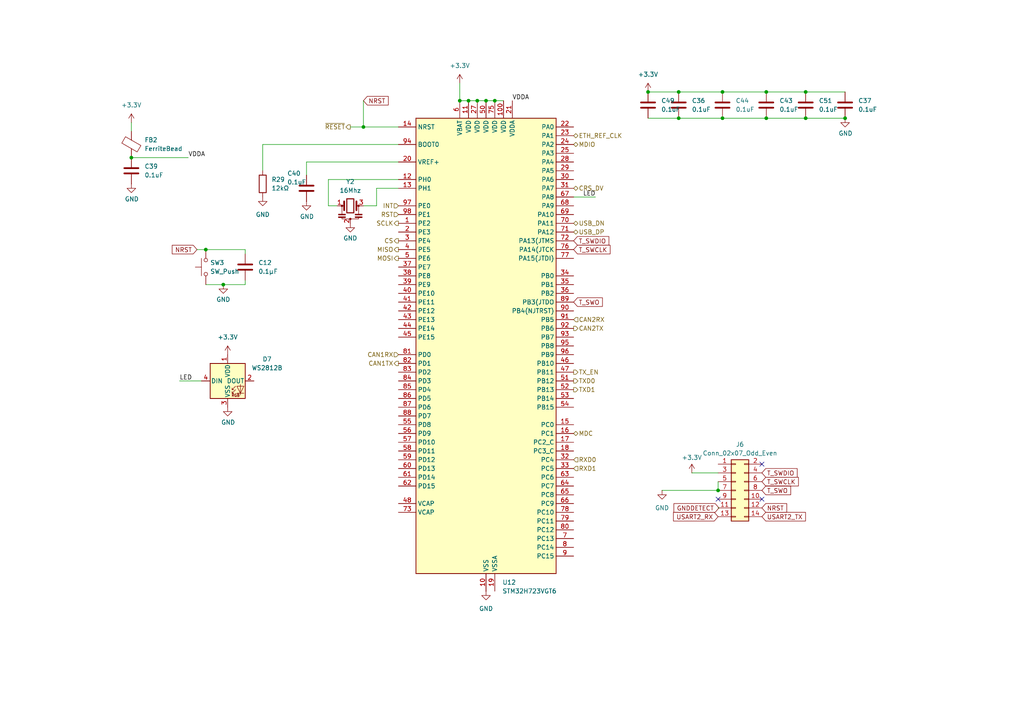
<source format=kicad_sch>
(kicad_sch
	(version 20231120)
	(generator "eeschema")
	(generator_version "8.0")
	(uuid "4a4f8337-740e-4237-8af9-43b0e276cfaa")
	(paper "A4")
	(lib_symbols
		(symbol "Connector_Generic:Conn_02x07_Odd_Even"
			(pin_names
				(offset 1.016) hide)
			(exclude_from_sim no)
			(in_bom yes)
			(on_board yes)
			(property "Reference" "J"
				(at 1.27 10.16 0)
				(effects
					(font
						(size 1.27 1.27)
					)
				)
			)
			(property "Value" "Conn_02x07_Odd_Even"
				(at 1.27 -10.16 0)
				(effects
					(font
						(size 1.27 1.27)
					)
				)
			)
			(property "Footprint" ""
				(at 0 0 0)
				(effects
					(font
						(size 1.27 1.27)
					)
					(hide yes)
				)
			)
			(property "Datasheet" "~"
				(at 0 0 0)
				(effects
					(font
						(size 1.27 1.27)
					)
					(hide yes)
				)
			)
			(property "Description" "Generic connector, double row, 02x07, odd/even pin numbering scheme (row 1 odd numbers, row 2 even numbers), script generated (kicad-library-utils/schlib/autogen/connector/)"
				(at 0 0 0)
				(effects
					(font
						(size 1.27 1.27)
					)
					(hide yes)
				)
			)
			(property "ki_keywords" "connector"
				(at 0 0 0)
				(effects
					(font
						(size 1.27 1.27)
					)
					(hide yes)
				)
			)
			(property "ki_fp_filters" "Connector*:*_2x??_*"
				(at 0 0 0)
				(effects
					(font
						(size 1.27 1.27)
					)
					(hide yes)
				)
			)
			(symbol "Conn_02x07_Odd_Even_1_1"
				(rectangle
					(start -1.27 -7.493)
					(end 0 -7.747)
					(stroke
						(width 0.1524)
						(type default)
					)
					(fill
						(type none)
					)
				)
				(rectangle
					(start -1.27 -4.953)
					(end 0 -5.207)
					(stroke
						(width 0.1524)
						(type default)
					)
					(fill
						(type none)
					)
				)
				(rectangle
					(start -1.27 -2.413)
					(end 0 -2.667)
					(stroke
						(width 0.1524)
						(type default)
					)
					(fill
						(type none)
					)
				)
				(rectangle
					(start -1.27 0.127)
					(end 0 -0.127)
					(stroke
						(width 0.1524)
						(type default)
					)
					(fill
						(type none)
					)
				)
				(rectangle
					(start -1.27 2.667)
					(end 0 2.413)
					(stroke
						(width 0.1524)
						(type default)
					)
					(fill
						(type none)
					)
				)
				(rectangle
					(start -1.27 5.207)
					(end 0 4.953)
					(stroke
						(width 0.1524)
						(type default)
					)
					(fill
						(type none)
					)
				)
				(rectangle
					(start -1.27 7.747)
					(end 0 7.493)
					(stroke
						(width 0.1524)
						(type default)
					)
					(fill
						(type none)
					)
				)
				(rectangle
					(start -1.27 8.89)
					(end 3.81 -8.89)
					(stroke
						(width 0.254)
						(type default)
					)
					(fill
						(type background)
					)
				)
				(rectangle
					(start 3.81 -7.493)
					(end 2.54 -7.747)
					(stroke
						(width 0.1524)
						(type default)
					)
					(fill
						(type none)
					)
				)
				(rectangle
					(start 3.81 -4.953)
					(end 2.54 -5.207)
					(stroke
						(width 0.1524)
						(type default)
					)
					(fill
						(type none)
					)
				)
				(rectangle
					(start 3.81 -2.413)
					(end 2.54 -2.667)
					(stroke
						(width 0.1524)
						(type default)
					)
					(fill
						(type none)
					)
				)
				(rectangle
					(start 3.81 0.127)
					(end 2.54 -0.127)
					(stroke
						(width 0.1524)
						(type default)
					)
					(fill
						(type none)
					)
				)
				(rectangle
					(start 3.81 2.667)
					(end 2.54 2.413)
					(stroke
						(width 0.1524)
						(type default)
					)
					(fill
						(type none)
					)
				)
				(rectangle
					(start 3.81 5.207)
					(end 2.54 4.953)
					(stroke
						(width 0.1524)
						(type default)
					)
					(fill
						(type none)
					)
				)
				(rectangle
					(start 3.81 7.747)
					(end 2.54 7.493)
					(stroke
						(width 0.1524)
						(type default)
					)
					(fill
						(type none)
					)
				)
				(pin passive line
					(at -5.08 7.62 0)
					(length 3.81)
					(name "Pin_1"
						(effects
							(font
								(size 1.27 1.27)
							)
						)
					)
					(number "1"
						(effects
							(font
								(size 1.27 1.27)
							)
						)
					)
				)
				(pin passive line
					(at 7.62 -2.54 180)
					(length 3.81)
					(name "Pin_10"
						(effects
							(font
								(size 1.27 1.27)
							)
						)
					)
					(number "10"
						(effects
							(font
								(size 1.27 1.27)
							)
						)
					)
				)
				(pin passive line
					(at -5.08 -5.08 0)
					(length 3.81)
					(name "Pin_11"
						(effects
							(font
								(size 1.27 1.27)
							)
						)
					)
					(number "11"
						(effects
							(font
								(size 1.27 1.27)
							)
						)
					)
				)
				(pin passive line
					(at 7.62 -5.08 180)
					(length 3.81)
					(name "Pin_12"
						(effects
							(font
								(size 1.27 1.27)
							)
						)
					)
					(number "12"
						(effects
							(font
								(size 1.27 1.27)
							)
						)
					)
				)
				(pin passive line
					(at -5.08 -7.62 0)
					(length 3.81)
					(name "Pin_13"
						(effects
							(font
								(size 1.27 1.27)
							)
						)
					)
					(number "13"
						(effects
							(font
								(size 1.27 1.27)
							)
						)
					)
				)
				(pin passive line
					(at 7.62 -7.62 180)
					(length 3.81)
					(name "Pin_14"
						(effects
							(font
								(size 1.27 1.27)
							)
						)
					)
					(number "14"
						(effects
							(font
								(size 1.27 1.27)
							)
						)
					)
				)
				(pin passive line
					(at 7.62 7.62 180)
					(length 3.81)
					(name "Pin_2"
						(effects
							(font
								(size 1.27 1.27)
							)
						)
					)
					(number "2"
						(effects
							(font
								(size 1.27 1.27)
							)
						)
					)
				)
				(pin passive line
					(at -5.08 5.08 0)
					(length 3.81)
					(name "Pin_3"
						(effects
							(font
								(size 1.27 1.27)
							)
						)
					)
					(number "3"
						(effects
							(font
								(size 1.27 1.27)
							)
						)
					)
				)
				(pin passive line
					(at 7.62 5.08 180)
					(length 3.81)
					(name "Pin_4"
						(effects
							(font
								(size 1.27 1.27)
							)
						)
					)
					(number "4"
						(effects
							(font
								(size 1.27 1.27)
							)
						)
					)
				)
				(pin passive line
					(at -5.08 2.54 0)
					(length 3.81)
					(name "Pin_5"
						(effects
							(font
								(size 1.27 1.27)
							)
						)
					)
					(number "5"
						(effects
							(font
								(size 1.27 1.27)
							)
						)
					)
				)
				(pin passive line
					(at 7.62 2.54 180)
					(length 3.81)
					(name "Pin_6"
						(effects
							(font
								(size 1.27 1.27)
							)
						)
					)
					(number "6"
						(effects
							(font
								(size 1.27 1.27)
							)
						)
					)
				)
				(pin passive line
					(at -5.08 0 0)
					(length 3.81)
					(name "Pin_7"
						(effects
							(font
								(size 1.27 1.27)
							)
						)
					)
					(number "7"
						(effects
							(font
								(size 1.27 1.27)
							)
						)
					)
				)
				(pin passive line
					(at 7.62 0 180)
					(length 3.81)
					(name "Pin_8"
						(effects
							(font
								(size 1.27 1.27)
							)
						)
					)
					(number "8"
						(effects
							(font
								(size 1.27 1.27)
							)
						)
					)
				)
				(pin passive line
					(at -5.08 -2.54 0)
					(length 3.81)
					(name "Pin_9"
						(effects
							(font
								(size 1.27 1.27)
							)
						)
					)
					(number "9"
						(effects
							(font
								(size 1.27 1.27)
							)
						)
					)
				)
			)
		)
		(symbol "Device:C"
			(pin_numbers hide)
			(pin_names
				(offset 0.254)
			)
			(exclude_from_sim no)
			(in_bom yes)
			(on_board yes)
			(property "Reference" "C"
				(at 0.635 2.54 0)
				(effects
					(font
						(size 1.27 1.27)
					)
					(justify left)
				)
			)
			(property "Value" "C"
				(at 0.635 -2.54 0)
				(effects
					(font
						(size 1.27 1.27)
					)
					(justify left)
				)
			)
			(property "Footprint" ""
				(at 0.9652 -3.81 0)
				(effects
					(font
						(size 1.27 1.27)
					)
					(hide yes)
				)
			)
			(property "Datasheet" "~"
				(at 0 0 0)
				(effects
					(font
						(size 1.27 1.27)
					)
					(hide yes)
				)
			)
			(property "Description" "Unpolarized capacitor"
				(at 0 0 0)
				(effects
					(font
						(size 1.27 1.27)
					)
					(hide yes)
				)
			)
			(property "ki_keywords" "cap capacitor"
				(at 0 0 0)
				(effects
					(font
						(size 1.27 1.27)
					)
					(hide yes)
				)
			)
			(property "ki_fp_filters" "C_*"
				(at 0 0 0)
				(effects
					(font
						(size 1.27 1.27)
					)
					(hide yes)
				)
			)
			(symbol "C_0_1"
				(polyline
					(pts
						(xy -2.032 -0.762) (xy 2.032 -0.762)
					)
					(stroke
						(width 0.508)
						(type default)
					)
					(fill
						(type none)
					)
				)
				(polyline
					(pts
						(xy -2.032 0.762) (xy 2.032 0.762)
					)
					(stroke
						(width 0.508)
						(type default)
					)
					(fill
						(type none)
					)
				)
			)
			(symbol "C_1_1"
				(pin passive line
					(at 0 3.81 270)
					(length 2.794)
					(name "~"
						(effects
							(font
								(size 1.27 1.27)
							)
						)
					)
					(number "1"
						(effects
							(font
								(size 1.27 1.27)
							)
						)
					)
				)
				(pin passive line
					(at 0 -3.81 90)
					(length 2.794)
					(name "~"
						(effects
							(font
								(size 1.27 1.27)
							)
						)
					)
					(number "2"
						(effects
							(font
								(size 1.27 1.27)
							)
						)
					)
				)
			)
		)
		(symbol "Device:FerriteBead"
			(pin_numbers hide)
			(pin_names
				(offset 0)
			)
			(exclude_from_sim no)
			(in_bom yes)
			(on_board yes)
			(property "Reference" "FB"
				(at -3.81 0.635 90)
				(effects
					(font
						(size 1.27 1.27)
					)
				)
			)
			(property "Value" "FerriteBead"
				(at 3.81 0 90)
				(effects
					(font
						(size 1.27 1.27)
					)
				)
			)
			(property "Footprint" ""
				(at -1.778 0 90)
				(effects
					(font
						(size 1.27 1.27)
					)
					(hide yes)
				)
			)
			(property "Datasheet" "~"
				(at 0 0 0)
				(effects
					(font
						(size 1.27 1.27)
					)
					(hide yes)
				)
			)
			(property "Description" "Ferrite bead"
				(at 0 0 0)
				(effects
					(font
						(size 1.27 1.27)
					)
					(hide yes)
				)
			)
			(property "ki_keywords" "L ferrite bead inductor filter"
				(at 0 0 0)
				(effects
					(font
						(size 1.27 1.27)
					)
					(hide yes)
				)
			)
			(property "ki_fp_filters" "Inductor_* L_* *Ferrite*"
				(at 0 0 0)
				(effects
					(font
						(size 1.27 1.27)
					)
					(hide yes)
				)
			)
			(symbol "FerriteBead_0_1"
				(polyline
					(pts
						(xy 0 -1.27) (xy 0 -1.2192)
					)
					(stroke
						(width 0)
						(type default)
					)
					(fill
						(type none)
					)
				)
				(polyline
					(pts
						(xy 0 1.27) (xy 0 1.2954)
					)
					(stroke
						(width 0)
						(type default)
					)
					(fill
						(type none)
					)
				)
				(polyline
					(pts
						(xy -2.7686 0.4064) (xy -1.7018 2.2606) (xy 2.7686 -0.3048) (xy 1.6764 -2.159) (xy -2.7686 0.4064)
					)
					(stroke
						(width 0)
						(type default)
					)
					(fill
						(type none)
					)
				)
			)
			(symbol "FerriteBead_1_1"
				(pin passive line
					(at 0 3.81 270)
					(length 2.54)
					(name "~"
						(effects
							(font
								(size 1.27 1.27)
							)
						)
					)
					(number "1"
						(effects
							(font
								(size 1.27 1.27)
							)
						)
					)
				)
				(pin passive line
					(at 0 -3.81 90)
					(length 2.54)
					(name "~"
						(effects
							(font
								(size 1.27 1.27)
							)
						)
					)
					(number "2"
						(effects
							(font
								(size 1.27 1.27)
							)
						)
					)
				)
			)
		)
		(symbol "Device:R"
			(pin_numbers hide)
			(pin_names
				(offset 0)
			)
			(exclude_from_sim no)
			(in_bom yes)
			(on_board yes)
			(property "Reference" "R"
				(at 2.032 0 90)
				(effects
					(font
						(size 1.27 1.27)
					)
				)
			)
			(property "Value" "R"
				(at 0 0 90)
				(effects
					(font
						(size 1.27 1.27)
					)
				)
			)
			(property "Footprint" ""
				(at -1.778 0 90)
				(effects
					(font
						(size 1.27 1.27)
					)
					(hide yes)
				)
			)
			(property "Datasheet" "~"
				(at 0 0 0)
				(effects
					(font
						(size 1.27 1.27)
					)
					(hide yes)
				)
			)
			(property "Description" "Resistor"
				(at 0 0 0)
				(effects
					(font
						(size 1.27 1.27)
					)
					(hide yes)
				)
			)
			(property "ki_keywords" "R res resistor"
				(at 0 0 0)
				(effects
					(font
						(size 1.27 1.27)
					)
					(hide yes)
				)
			)
			(property "ki_fp_filters" "R_*"
				(at 0 0 0)
				(effects
					(font
						(size 1.27 1.27)
					)
					(hide yes)
				)
			)
			(symbol "R_0_1"
				(rectangle
					(start -1.016 -2.54)
					(end 1.016 2.54)
					(stroke
						(width 0.254)
						(type default)
					)
					(fill
						(type none)
					)
				)
			)
			(symbol "R_1_1"
				(pin passive line
					(at 0 3.81 270)
					(length 1.27)
					(name "~"
						(effects
							(font
								(size 1.27 1.27)
							)
						)
					)
					(number "1"
						(effects
							(font
								(size 1.27 1.27)
							)
						)
					)
				)
				(pin passive line
					(at 0 -3.81 90)
					(length 1.27)
					(name "~"
						(effects
							(font
								(size 1.27 1.27)
							)
						)
					)
					(number "2"
						(effects
							(font
								(size 1.27 1.27)
							)
						)
					)
				)
			)
		)
		(symbol "Device:Resonator"
			(pin_names
				(offset 1.016) hide)
			(exclude_from_sim no)
			(in_bom yes)
			(on_board yes)
			(property "Reference" "Y"
				(at 0 5.715 0)
				(effects
					(font
						(size 1.27 1.27)
					)
				)
			)
			(property "Value" "Resonator"
				(at 0 3.81 0)
				(effects
					(font
						(size 1.27 1.27)
					)
				)
			)
			(property "Footprint" ""
				(at -0.635 0 0)
				(effects
					(font
						(size 1.27 1.27)
					)
					(hide yes)
				)
			)
			(property "Datasheet" "~"
				(at -0.635 0 0)
				(effects
					(font
						(size 1.27 1.27)
					)
					(hide yes)
				)
			)
			(property "Description" "Three pin ceramic resonator"
				(at 0 0 0)
				(effects
					(font
						(size 1.27 1.27)
					)
					(hide yes)
				)
			)
			(property "ki_keywords" "ceramic resonator"
				(at 0 0 0)
				(effects
					(font
						(size 1.27 1.27)
					)
					(hide yes)
				)
			)
			(property "ki_fp_filters" "Filter* Resonator*"
				(at 0 0 0)
				(effects
					(font
						(size 1.27 1.27)
					)
					(hide yes)
				)
			)
			(symbol "Resonator_0_1"
				(rectangle
					(start -3.429 -3.175)
					(end -1.397 -3.429)
					(stroke
						(width 0)
						(type default)
					)
					(fill
						(type outline)
					)
				)
				(rectangle
					(start -3.429 -2.413)
					(end -1.397 -2.667)
					(stroke
						(width 0)
						(type default)
					)
					(fill
						(type outline)
					)
				)
				(circle
					(center -2.413 0)
					(radius 0.254)
					(stroke
						(width 0)
						(type default)
					)
					(fill
						(type outline)
					)
				)
				(rectangle
					(start -1.016 2.032)
					(end 1.016 -2.032)
					(stroke
						(width 0.3048)
						(type default)
					)
					(fill
						(type none)
					)
				)
				(circle
					(center 0 -3.81)
					(radius 0.254)
					(stroke
						(width 0)
						(type default)
					)
					(fill
						(type outline)
					)
				)
				(polyline
					(pts
						(xy -2.413 -2.413) (xy -2.413 0)
					)
					(stroke
						(width 0)
						(type default)
					)
					(fill
						(type none)
					)
				)
				(polyline
					(pts
						(xy -1.905 0) (xy -3.175 0)
					)
					(stroke
						(width 0)
						(type default)
					)
					(fill
						(type none)
					)
				)
				(polyline
					(pts
						(xy -1.778 -1.27) (xy -1.778 1.27)
					)
					(stroke
						(width 0.508)
						(type default)
					)
					(fill
						(type none)
					)
				)
				(polyline
					(pts
						(xy 1.778 -1.27) (xy 1.778 1.27)
					)
					(stroke
						(width 0.508)
						(type default)
					)
					(fill
						(type none)
					)
				)
				(polyline
					(pts
						(xy 1.905 0) (xy 2.54 0)
					)
					(stroke
						(width 0)
						(type default)
					)
					(fill
						(type none)
					)
				)
				(polyline
					(pts
						(xy 2.413 0) (xy 2.413 -2.54)
					)
					(stroke
						(width 0)
						(type default)
					)
					(fill
						(type none)
					)
				)
				(polyline
					(pts
						(xy 2.413 -3.302) (xy 2.413 -3.81) (xy -2.413 -3.81) (xy -2.413 -3.302)
					)
					(stroke
						(width 0)
						(type default)
					)
					(fill
						(type none)
					)
				)
				(rectangle
					(start 1.397 -3.175)
					(end 3.429 -3.429)
					(stroke
						(width 0)
						(type default)
					)
					(fill
						(type outline)
					)
				)
				(rectangle
					(start 1.397 -2.413)
					(end 3.429 -2.667)
					(stroke
						(width 0)
						(type default)
					)
					(fill
						(type outline)
					)
				)
				(circle
					(center 2.413 0)
					(radius 0.254)
					(stroke
						(width 0)
						(type default)
					)
					(fill
						(type outline)
					)
				)
			)
			(symbol "Resonator_1_1"
				(pin passive line
					(at -3.81 0 0)
					(length 1.27)
					(name "1"
						(effects
							(font
								(size 1.27 1.27)
							)
						)
					)
					(number "1"
						(effects
							(font
								(size 1.27 1.27)
							)
						)
					)
				)
				(pin passive line
					(at 0 -5.08 90)
					(length 1.27)
					(name "2"
						(effects
							(font
								(size 1.27 1.27)
							)
						)
					)
					(number "2"
						(effects
							(font
								(size 1.27 1.27)
							)
						)
					)
				)
				(pin passive line
					(at 3.81 0 180)
					(length 1.27)
					(name "3"
						(effects
							(font
								(size 1.27 1.27)
							)
						)
					)
					(number "3"
						(effects
							(font
								(size 1.27 1.27)
							)
						)
					)
				)
			)
		)
		(symbol "LED:WS2812B"
			(pin_names
				(offset 0.254)
			)
			(exclude_from_sim no)
			(in_bom yes)
			(on_board yes)
			(property "Reference" "D"
				(at 5.08 5.715 0)
				(effects
					(font
						(size 1.27 1.27)
					)
					(justify right bottom)
				)
			)
			(property "Value" "WS2812B"
				(at 1.27 -5.715 0)
				(effects
					(font
						(size 1.27 1.27)
					)
					(justify left top)
				)
			)
			(property "Footprint" "LED_SMD:LED_WS2812B_PLCC4_5.0x5.0mm_P3.2mm"
				(at 1.27 -7.62 0)
				(effects
					(font
						(size 1.27 1.27)
					)
					(justify left top)
					(hide yes)
				)
			)
			(property "Datasheet" "https://cdn-shop.adafruit.com/datasheets/WS2812B.pdf"
				(at 2.54 -9.525 0)
				(effects
					(font
						(size 1.27 1.27)
					)
					(justify left top)
					(hide yes)
				)
			)
			(property "Description" "RGB LED with integrated controller"
				(at 0 0 0)
				(effects
					(font
						(size 1.27 1.27)
					)
					(hide yes)
				)
			)
			(property "ki_keywords" "RGB LED NeoPixel addressable"
				(at 0 0 0)
				(effects
					(font
						(size 1.27 1.27)
					)
					(hide yes)
				)
			)
			(property "ki_fp_filters" "LED*WS2812*PLCC*5.0x5.0mm*P3.2mm*"
				(at 0 0 0)
				(effects
					(font
						(size 1.27 1.27)
					)
					(hide yes)
				)
			)
			(symbol "WS2812B_0_0"
				(text "RGB"
					(at 2.286 -4.191 0)
					(effects
						(font
							(size 0.762 0.762)
						)
					)
				)
			)
			(symbol "WS2812B_0_1"
				(polyline
					(pts
						(xy 1.27 -3.556) (xy 1.778 -3.556)
					)
					(stroke
						(width 0)
						(type default)
					)
					(fill
						(type none)
					)
				)
				(polyline
					(pts
						(xy 1.27 -2.54) (xy 1.778 -2.54)
					)
					(stroke
						(width 0)
						(type default)
					)
					(fill
						(type none)
					)
				)
				(polyline
					(pts
						(xy 4.699 -3.556) (xy 2.667 -3.556)
					)
					(stroke
						(width 0)
						(type default)
					)
					(fill
						(type none)
					)
				)
				(polyline
					(pts
						(xy 2.286 -2.54) (xy 1.27 -3.556) (xy 1.27 -3.048)
					)
					(stroke
						(width 0)
						(type default)
					)
					(fill
						(type none)
					)
				)
				(polyline
					(pts
						(xy 2.286 -1.524) (xy 1.27 -2.54) (xy 1.27 -2.032)
					)
					(stroke
						(width 0)
						(type default)
					)
					(fill
						(type none)
					)
				)
				(polyline
					(pts
						(xy 3.683 -1.016) (xy 3.683 -3.556) (xy 3.683 -4.064)
					)
					(stroke
						(width 0)
						(type default)
					)
					(fill
						(type none)
					)
				)
				(polyline
					(pts
						(xy 4.699 -1.524) (xy 2.667 -1.524) (xy 3.683 -3.556) (xy 4.699 -1.524)
					)
					(stroke
						(width 0)
						(type default)
					)
					(fill
						(type none)
					)
				)
				(rectangle
					(start 5.08 5.08)
					(end -5.08 -5.08)
					(stroke
						(width 0.254)
						(type default)
					)
					(fill
						(type background)
					)
				)
			)
			(symbol "WS2812B_1_1"
				(pin power_in line
					(at 0 7.62 270)
					(length 2.54)
					(name "VDD"
						(effects
							(font
								(size 1.27 1.27)
							)
						)
					)
					(number "1"
						(effects
							(font
								(size 1.27 1.27)
							)
						)
					)
				)
				(pin output line
					(at 7.62 0 180)
					(length 2.54)
					(name "DOUT"
						(effects
							(font
								(size 1.27 1.27)
							)
						)
					)
					(number "2"
						(effects
							(font
								(size 1.27 1.27)
							)
						)
					)
				)
				(pin power_in line
					(at 0 -7.62 90)
					(length 2.54)
					(name "VSS"
						(effects
							(font
								(size 1.27 1.27)
							)
						)
					)
					(number "3"
						(effects
							(font
								(size 1.27 1.27)
							)
						)
					)
				)
				(pin input line
					(at -7.62 0 0)
					(length 2.54)
					(name "DIN"
						(effects
							(font
								(size 1.27 1.27)
							)
						)
					)
					(number "4"
						(effects
							(font
								(size 1.27 1.27)
							)
						)
					)
				)
			)
		)
		(symbol "MCU_ST_STM32H7:STM32H723VGTx"
			(exclude_from_sim no)
			(in_bom yes)
			(on_board yes)
			(property "Reference" "U"
				(at -20.32 67.31 0)
				(effects
					(font
						(size 1.27 1.27)
					)
					(justify left)
				)
			)
			(property "Value" "STM32H723VGTx"
				(at 10.16 67.31 0)
				(effects
					(font
						(size 1.27 1.27)
					)
					(justify left)
				)
			)
			(property "Footprint" "Package_QFP:LQFP-100_14x14mm_P0.5mm"
				(at -20.32 -66.04 0)
				(effects
					(font
						(size 1.27 1.27)
					)
					(justify right)
					(hide yes)
				)
			)
			(property "Datasheet" "https://www.st.com/resource/en/datasheet/stm32h723vg.pdf"
				(at 0 0 0)
				(effects
					(font
						(size 1.27 1.27)
					)
					(hide yes)
				)
			)
			(property "Description" "STMicroelectronics Arm Cortex-M7 MCU, 1024KB flash, 564KB RAM, 550 MHz, 1.71-3.6V, 82 GPIO, LQFP100"
				(at 0 0 0)
				(effects
					(font
						(size 1.27 1.27)
					)
					(hide yes)
				)
			)
			(property "ki_locked" ""
				(at 0 0 0)
				(effects
					(font
						(size 1.27 1.27)
					)
				)
			)
			(property "ki_keywords" "Arm Cortex-M7 STM32H7 STM32H723/733"
				(at 0 0 0)
				(effects
					(font
						(size 1.27 1.27)
					)
					(hide yes)
				)
			)
			(property "ki_fp_filters" "LQFP*14x14mm*P0.5mm*"
				(at 0 0 0)
				(effects
					(font
						(size 1.27 1.27)
					)
					(hide yes)
				)
			)
			(symbol "STM32H723VGTx_0_1"
				(rectangle
					(start -20.32 -66.04)
					(end 20.32 66.04)
					(stroke
						(width 0.254)
						(type default)
					)
					(fill
						(type background)
					)
				)
			)
			(symbol "STM32H723VGTx_1_1"
				(pin bidirectional line
					(at -25.4 35.56 0)
					(length 5.08)
					(name "PE2"
						(effects
							(font
								(size 1.27 1.27)
							)
						)
					)
					(number "1"
						(effects
							(font
								(size 1.27 1.27)
							)
						)
					)
					(alternate "DEBUG_TRACECLK" bidirectional line)
					(alternate "ETH_TXD3" bidirectional line)
					(alternate "FMC_A23" bidirectional line)
					(alternate "OCTOSPIM_P1_IO2" bidirectional line)
					(alternate "SAI1_CK1" bidirectional line)
					(alternate "SAI1_MCLK_A" bidirectional line)
					(alternate "SAI4_CK1" bidirectional line)
					(alternate "SAI4_MCLK_A" bidirectional line)
					(alternate "SPI4_SCK" bidirectional line)
					(alternate "USART10_RX" bidirectional line)
				)
				(pin power_in line
					(at 0 -71.12 90)
					(length 5.08)
					(name "VSS"
						(effects
							(font
								(size 1.27 1.27)
							)
						)
					)
					(number "10"
						(effects
							(font
								(size 1.27 1.27)
							)
						)
					)
				)
				(pin power_in line
					(at 5.08 71.12 270)
					(length 5.08)
					(name "VDD"
						(effects
							(font
								(size 1.27 1.27)
							)
						)
					)
					(number "100"
						(effects
							(font
								(size 1.27 1.27)
							)
						)
					)
				)
				(pin power_in line
					(at -5.08 71.12 270)
					(length 5.08)
					(name "VDD"
						(effects
							(font
								(size 1.27 1.27)
							)
						)
					)
					(number "11"
						(effects
							(font
								(size 1.27 1.27)
							)
						)
					)
				)
				(pin bidirectional line
					(at -25.4 48.26 0)
					(length 5.08)
					(name "PH0"
						(effects
							(font
								(size 1.27 1.27)
							)
						)
					)
					(number "12"
						(effects
							(font
								(size 1.27 1.27)
							)
						)
					)
					(alternate "RCC_OSC_IN" bidirectional line)
				)
				(pin bidirectional line
					(at -25.4 45.72 0)
					(length 5.08)
					(name "PH1"
						(effects
							(font
								(size 1.27 1.27)
							)
						)
					)
					(number "13"
						(effects
							(font
								(size 1.27 1.27)
							)
						)
					)
					(alternate "RCC_OSC_OUT" bidirectional line)
				)
				(pin input line
					(at -25.4 63.5 0)
					(length 5.08)
					(name "NRST"
						(effects
							(font
								(size 1.27 1.27)
							)
						)
					)
					(number "14"
						(effects
							(font
								(size 1.27 1.27)
							)
						)
					)
				)
				(pin bidirectional line
					(at 25.4 -22.86 180)
					(length 5.08)
					(name "PC0"
						(effects
							(font
								(size 1.27 1.27)
							)
						)
					)
					(number "15"
						(effects
							(font
								(size 1.27 1.27)
							)
						)
					)
					(alternate "ADC1_INP10" bidirectional line)
					(alternate "ADC2_INP10" bidirectional line)
					(alternate "ADC3_INP10" bidirectional line)
					(alternate "DFSDM1_CKIN0" bidirectional line)
					(alternate "DFSDM1_DATIN4" bidirectional line)
					(alternate "FMC_A25" bidirectional line)
					(alternate "FMC_D12" bidirectional line)
					(alternate "FMC_DA12" bidirectional line)
					(alternate "FMC_SDNWE" bidirectional line)
					(alternate "LTDC_G2" bidirectional line)
					(alternate "LTDC_R5" bidirectional line)
					(alternate "SAI4_FS_B" bidirectional line)
					(alternate "USB_OTG_HS_ULPI_STP" bidirectional line)
				)
				(pin bidirectional line
					(at 25.4 -25.4 180)
					(length 5.08)
					(name "PC1"
						(effects
							(font
								(size 1.27 1.27)
							)
						)
					)
					(number "16"
						(effects
							(font
								(size 1.27 1.27)
							)
						)
					)
					(alternate "ADC1_INN10" bidirectional line)
					(alternate "ADC1_INP11" bidirectional line)
					(alternate "ADC2_INN10" bidirectional line)
					(alternate "ADC2_INP11" bidirectional line)
					(alternate "ADC3_INN10" bidirectional line)
					(alternate "ADC3_INP11" bidirectional line)
					(alternate "DEBUG_TRACED0" bidirectional line)
					(alternate "DFSDM1_CKIN4" bidirectional line)
					(alternate "DFSDM1_DATIN0" bidirectional line)
					(alternate "ETH_MDC" bidirectional line)
					(alternate "I2S2_SDO" bidirectional line)
					(alternate "LTDC_G5" bidirectional line)
					(alternate "MDIOS_MDC" bidirectional line)
					(alternate "OCTOSPIM_P1_IO4" bidirectional line)
					(alternate "PWR_WKUP6" bidirectional line)
					(alternate "RTC_TAMP3" bidirectional line)
					(alternate "SAI1_D1" bidirectional line)
					(alternate "SAI1_SD_A" bidirectional line)
					(alternate "SAI4_D1" bidirectional line)
					(alternate "SAI4_SD_A" bidirectional line)
					(alternate "SDMMC2_CK" bidirectional line)
					(alternate "SPI2_MOSI" bidirectional line)
				)
				(pin bidirectional line
					(at 25.4 -27.94 180)
					(length 5.08)
					(name "PC2_C"
						(effects
							(font
								(size 1.27 1.27)
							)
						)
					)
					(number "17"
						(effects
							(font
								(size 1.27 1.27)
							)
						)
					)
					(alternate "ADC3_INN1" bidirectional line)
					(alternate "ADC3_INP0" bidirectional line)
					(alternate "DFSDM1_CKIN1" bidirectional line)
					(alternate "DFSDM1_CKOUT" bidirectional line)
					(alternate "ETH_TXD2" bidirectional line)
					(alternate "FMC_SDNE0" bidirectional line)
					(alternate "I2S2_SDI" bidirectional line)
					(alternate "OCTOSPIM_P1_IO2" bidirectional line)
					(alternate "OCTOSPIM_P1_IO5" bidirectional line)
					(alternate "PWR_CSTOP" bidirectional line)
					(alternate "SPI2_MISO" bidirectional line)
					(alternate "USB_OTG_HS_ULPI_DIR" bidirectional line)
				)
				(pin bidirectional line
					(at 25.4 -30.48 180)
					(length 5.08)
					(name "PC3_C"
						(effects
							(font
								(size 1.27 1.27)
							)
						)
					)
					(number "18"
						(effects
							(font
								(size 1.27 1.27)
							)
						)
					)
					(alternate "ADC3_INP1" bidirectional line)
					(alternate "DFSDM1_DATIN1" bidirectional line)
					(alternate "ETH_TX_CLK" bidirectional line)
					(alternate "FMC_SDCKE0" bidirectional line)
					(alternate "I2S2_SDO" bidirectional line)
					(alternate "OCTOSPIM_P1_IO0" bidirectional line)
					(alternate "OCTOSPIM_P1_IO6" bidirectional line)
					(alternate "PWR_CSLEEP" bidirectional line)
					(alternate "SPI2_MOSI" bidirectional line)
					(alternate "USB_OTG_HS_ULPI_NXT" bidirectional line)
				)
				(pin power_in line
					(at 2.54 -71.12 90)
					(length 5.08)
					(name "VSSA"
						(effects
							(font
								(size 1.27 1.27)
							)
						)
					)
					(number "19"
						(effects
							(font
								(size 1.27 1.27)
							)
						)
					)
				)
				(pin bidirectional line
					(at -25.4 33.02 0)
					(length 5.08)
					(name "PE3"
						(effects
							(font
								(size 1.27 1.27)
							)
						)
					)
					(number "2"
						(effects
							(font
								(size 1.27 1.27)
							)
						)
					)
					(alternate "DEBUG_TRACED0" bidirectional line)
					(alternate "FMC_A19" bidirectional line)
					(alternate "SAI1_SD_B" bidirectional line)
					(alternate "SAI4_SD_B" bidirectional line)
					(alternate "TIM15_BKIN" bidirectional line)
					(alternate "USART10_TX" bidirectional line)
				)
				(pin input line
					(at -25.4 53.34 0)
					(length 5.08)
					(name "VREF+"
						(effects
							(font
								(size 1.27 1.27)
							)
						)
					)
					(number "20"
						(effects
							(font
								(size 1.27 1.27)
							)
						)
					)
					(alternate "VREFBUF_OUT" bidirectional line)
				)
				(pin power_in line
					(at 7.62 71.12 270)
					(length 5.08)
					(name "VDDA"
						(effects
							(font
								(size 1.27 1.27)
							)
						)
					)
					(number "21"
						(effects
							(font
								(size 1.27 1.27)
							)
						)
					)
				)
				(pin bidirectional line
					(at 25.4 63.5 180)
					(length 5.08)
					(name "PA0"
						(effects
							(font
								(size 1.27 1.27)
							)
						)
					)
					(number "22"
						(effects
							(font
								(size 1.27 1.27)
							)
						)
					)
					(alternate "ADC1_INP16" bidirectional line)
					(alternate "ETH_CRS" bidirectional line)
					(alternate "FMC_A19" bidirectional line)
					(alternate "I2S6_WS" bidirectional line)
					(alternate "PWR_WKUP1" bidirectional line)
					(alternate "SAI4_SD_B" bidirectional line)
					(alternate "SDMMC2_CMD" bidirectional line)
					(alternate "SPI6_NSS" bidirectional line)
					(alternate "TIM15_BKIN" bidirectional line)
					(alternate "TIM2_CH1" bidirectional line)
					(alternate "TIM2_ETR" bidirectional line)
					(alternate "TIM5_CH1" bidirectional line)
					(alternate "TIM8_ETR" bidirectional line)
					(alternate "UART4_TX" bidirectional line)
					(alternate "USART2_CTS" bidirectional line)
					(alternate "USART2_NSS" bidirectional line)
				)
				(pin bidirectional line
					(at 25.4 60.96 180)
					(length 5.08)
					(name "PA1"
						(effects
							(font
								(size 1.27 1.27)
							)
						)
					)
					(number "23"
						(effects
							(font
								(size 1.27 1.27)
							)
						)
					)
					(alternate "ADC1_INN16" bidirectional line)
					(alternate "ADC1_INP17" bidirectional line)
					(alternate "ETH_REF_CLK" bidirectional line)
					(alternate "ETH_RX_CLK" bidirectional line)
					(alternate "LPTIM3_OUT" bidirectional line)
					(alternate "LTDC_R2" bidirectional line)
					(alternate "OCTOSPIM_P1_DQS" bidirectional line)
					(alternate "OCTOSPIM_P1_IO3" bidirectional line)
					(alternate "SAI4_MCLK_B" bidirectional line)
					(alternate "TIM15_CH1N" bidirectional line)
					(alternate "TIM2_CH2" bidirectional line)
					(alternate "TIM5_CH2" bidirectional line)
					(alternate "UART4_RX" bidirectional line)
					(alternate "USART2_DE" bidirectional line)
					(alternate "USART2_RTS" bidirectional line)
				)
				(pin bidirectional line
					(at 25.4 58.42 180)
					(length 5.08)
					(name "PA2"
						(effects
							(font
								(size 1.27 1.27)
							)
						)
					)
					(number "24"
						(effects
							(font
								(size 1.27 1.27)
							)
						)
					)
					(alternate "ADC1_INP14" bidirectional line)
					(alternate "ADC2_INP14" bidirectional line)
					(alternate "ETH_MDIO" bidirectional line)
					(alternate "LPTIM4_OUT" bidirectional line)
					(alternate "LTDC_R1" bidirectional line)
					(alternate "MDIOS_MDIO" bidirectional line)
					(alternate "OCTOSPIM_P1_IO0" bidirectional line)
					(alternate "PWR_WKUP2" bidirectional line)
					(alternate "SAI4_SCK_B" bidirectional line)
					(alternate "TIM15_CH1" bidirectional line)
					(alternate "TIM2_CH3" bidirectional line)
					(alternate "TIM5_CH3" bidirectional line)
					(alternate "USART2_TX" bidirectional line)
				)
				(pin bidirectional line
					(at 25.4 55.88 180)
					(length 5.08)
					(name "PA3"
						(effects
							(font
								(size 1.27 1.27)
							)
						)
					)
					(number "25"
						(effects
							(font
								(size 1.27 1.27)
							)
						)
					)
					(alternate "ADC1_INP15" bidirectional line)
					(alternate "ADC2_INP15" bidirectional line)
					(alternate "ETH_COL" bidirectional line)
					(alternate "I2S6_MCK" bidirectional line)
					(alternate "LPTIM5_OUT" bidirectional line)
					(alternate "LTDC_B2" bidirectional line)
					(alternate "LTDC_B5" bidirectional line)
					(alternate "OCTOSPIM_P1_CLK" bidirectional line)
					(alternate "OCTOSPIM_P1_IO2" bidirectional line)
					(alternate "TIM15_CH2" bidirectional line)
					(alternate "TIM2_CH4" bidirectional line)
					(alternate "TIM5_CH4" bidirectional line)
					(alternate "USART2_RX" bidirectional line)
					(alternate "USB_OTG_HS_ULPI_D0" bidirectional line)
				)
				(pin passive line
					(at 0 -71.12 90)
					(length 5.08) hide
					(name "VSS"
						(effects
							(font
								(size 1.27 1.27)
							)
						)
					)
					(number "26"
						(effects
							(font
								(size 1.27 1.27)
							)
						)
					)
				)
				(pin power_in line
					(at -2.54 71.12 270)
					(length 5.08)
					(name "VDD"
						(effects
							(font
								(size 1.27 1.27)
							)
						)
					)
					(number "27"
						(effects
							(font
								(size 1.27 1.27)
							)
						)
					)
				)
				(pin bidirectional line
					(at 25.4 53.34 180)
					(length 5.08)
					(name "PA4"
						(effects
							(font
								(size 1.27 1.27)
							)
						)
					)
					(number "28"
						(effects
							(font
								(size 1.27 1.27)
							)
						)
					)
					(alternate "ADC1_INP18" bidirectional line)
					(alternate "ADC2_INP18" bidirectional line)
					(alternate "DAC1_OUT1" bidirectional line)
					(alternate "DCMI_HSYNC" bidirectional line)
					(alternate "FMC_D8" bidirectional line)
					(alternate "FMC_DA8" bidirectional line)
					(alternate "I2S1_WS" bidirectional line)
					(alternate "I2S3_WS" bidirectional line)
					(alternate "I2S6_WS" bidirectional line)
					(alternate "LTDC_VSYNC" bidirectional line)
					(alternate "PSSI_DE" bidirectional line)
					(alternate "SPI1_NSS" bidirectional line)
					(alternate "SPI3_NSS" bidirectional line)
					(alternate "SPI6_NSS" bidirectional line)
					(alternate "TIM5_ETR" bidirectional line)
					(alternate "USART2_CK" bidirectional line)
				)
				(pin bidirectional line
					(at 25.4 50.8 180)
					(length 5.08)
					(name "PA5"
						(effects
							(font
								(size 1.27 1.27)
							)
						)
					)
					(number "29"
						(effects
							(font
								(size 1.27 1.27)
							)
						)
					)
					(alternate "ADC1_INN18" bidirectional line)
					(alternate "ADC1_INP19" bidirectional line)
					(alternate "ADC2_INN18" bidirectional line)
					(alternate "ADC2_INP19" bidirectional line)
					(alternate "DAC1_OUT2" bidirectional line)
					(alternate "FMC_D9" bidirectional line)
					(alternate "FMC_DA9" bidirectional line)
					(alternate "I2S1_CK" bidirectional line)
					(alternate "I2S6_CK" bidirectional line)
					(alternate "LTDC_R4" bidirectional line)
					(alternate "PSSI_D14" bidirectional line)
					(alternate "PWR_NDSTOP2" bidirectional line)
					(alternate "SPI1_SCK" bidirectional line)
					(alternate "SPI6_SCK" bidirectional line)
					(alternate "TIM2_CH1" bidirectional line)
					(alternate "TIM2_ETR" bidirectional line)
					(alternate "TIM8_CH1N" bidirectional line)
					(alternate "USB_OTG_HS_ULPI_CK" bidirectional line)
				)
				(pin bidirectional line
					(at -25.4 30.48 0)
					(length 5.08)
					(name "PE4"
						(effects
							(font
								(size 1.27 1.27)
							)
						)
					)
					(number "3"
						(effects
							(font
								(size 1.27 1.27)
							)
						)
					)
					(alternate "DCMI_D4" bidirectional line)
					(alternate "DEBUG_TRACED1" bidirectional line)
					(alternate "DFSDM1_DATIN3" bidirectional line)
					(alternate "FMC_A20" bidirectional line)
					(alternate "LTDC_B0" bidirectional line)
					(alternate "PSSI_D4" bidirectional line)
					(alternate "SAI1_D2" bidirectional line)
					(alternate "SAI1_FS_A" bidirectional line)
					(alternate "SAI4_D2" bidirectional line)
					(alternate "SAI4_FS_A" bidirectional line)
					(alternate "SPI4_NSS" bidirectional line)
					(alternate "TIM15_CH1N" bidirectional line)
				)
				(pin bidirectional line
					(at 25.4 48.26 180)
					(length 5.08)
					(name "PA6"
						(effects
							(font
								(size 1.27 1.27)
							)
						)
					)
					(number "30"
						(effects
							(font
								(size 1.27 1.27)
							)
						)
					)
					(alternate "ADC1_INP3" bidirectional line)
					(alternate "ADC2_INP3" bidirectional line)
					(alternate "DCMI_PIXCLK" bidirectional line)
					(alternate "I2S1_SDI" bidirectional line)
					(alternate "I2S6_SDI" bidirectional line)
					(alternate "LTDC_G2" bidirectional line)
					(alternate "MDIOS_MDC" bidirectional line)
					(alternate "OCTOSPIM_P1_IO3" bidirectional line)
					(alternate "PSSI_PDCK" bidirectional line)
					(alternate "SPI1_MISO" bidirectional line)
					(alternate "SPI6_MISO" bidirectional line)
					(alternate "TIM13_CH1" bidirectional line)
					(alternate "TIM1_BKIN" bidirectional line)
					(alternate "TIM1_BKIN_COMP1" bidirectional line)
					(alternate "TIM1_BKIN_COMP2" bidirectional line)
					(alternate "TIM3_CH1" bidirectional line)
					(alternate "TIM8_BKIN" bidirectional line)
					(alternate "TIM8_BKIN_COMP1" bidirectional line)
					(alternate "TIM8_BKIN_COMP2" bidirectional line)
				)
				(pin bidirectional line
					(at 25.4 45.72 180)
					(length 5.08)
					(name "PA7"
						(effects
							(font
								(size 1.27 1.27)
							)
						)
					)
					(number "31"
						(effects
							(font
								(size 1.27 1.27)
							)
						)
					)
					(alternate "ADC1_INN3" bidirectional line)
					(alternate "ADC1_INP7" bidirectional line)
					(alternate "ADC2_INN3" bidirectional line)
					(alternate "ADC2_INP7" bidirectional line)
					(alternate "ETH_CRS_DV" bidirectional line)
					(alternate "ETH_RX_DV" bidirectional line)
					(alternate "FMC_SDNWE" bidirectional line)
					(alternate "I2S1_SDO" bidirectional line)
					(alternate "I2S6_SDO" bidirectional line)
					(alternate "LTDC_VSYNC" bidirectional line)
					(alternate "OCTOSPIM_P1_IO2" bidirectional line)
					(alternate "OPAMP1_VINM" bidirectional line)
					(alternate "SPI1_MOSI" bidirectional line)
					(alternate "SPI6_MOSI" bidirectional line)
					(alternate "TIM14_CH1" bidirectional line)
					(alternate "TIM1_CH1N" bidirectional line)
					(alternate "TIM3_CH2" bidirectional line)
					(alternate "TIM8_CH1N" bidirectional line)
				)
				(pin bidirectional line
					(at 25.4 -33.02 180)
					(length 5.08)
					(name "PC4"
						(effects
							(font
								(size 1.27 1.27)
							)
						)
					)
					(number "32"
						(effects
							(font
								(size 1.27 1.27)
							)
						)
					)
					(alternate "ADC1_INP4" bidirectional line)
					(alternate "ADC2_INP4" bidirectional line)
					(alternate "COMP1_INM" bidirectional line)
					(alternate "DFSDM1_CKIN2" bidirectional line)
					(alternate "ETH_RXD0" bidirectional line)
					(alternate "FMC_A22" bidirectional line)
					(alternate "FMC_SDNE0" bidirectional line)
					(alternate "I2S1_MCK" bidirectional line)
					(alternate "LTDC_R7" bidirectional line)
					(alternate "OPAMP1_VOUT" bidirectional line)
					(alternate "SDMMC2_CKIN" bidirectional line)
					(alternate "SPDIFRX1_IN2" bidirectional line)
				)
				(pin bidirectional line
					(at 25.4 -35.56 180)
					(length 5.08)
					(name "PC5"
						(effects
							(font
								(size 1.27 1.27)
							)
						)
					)
					(number "33"
						(effects
							(font
								(size 1.27 1.27)
							)
						)
					)
					(alternate "ADC1_INN4" bidirectional line)
					(alternate "ADC1_INP8" bidirectional line)
					(alternate "ADC2_INN4" bidirectional line)
					(alternate "ADC2_INP8" bidirectional line)
					(alternate "COMP1_OUT" bidirectional line)
					(alternate "DFSDM1_DATIN2" bidirectional line)
					(alternate "ETH_RXD1" bidirectional line)
					(alternate "FMC_SDCKE0" bidirectional line)
					(alternate "LTDC_DE" bidirectional line)
					(alternate "OCTOSPIM_P1_DQS" bidirectional line)
					(alternate "OPAMP1_VINM" bidirectional line)
					(alternate "PSSI_D15" bidirectional line)
					(alternate "SAI1_D3" bidirectional line)
					(alternate "SAI4_D3" bidirectional line)
					(alternate "SPDIFRX1_IN3" bidirectional line)
				)
				(pin bidirectional line
					(at 25.4 20.32 180)
					(length 5.08)
					(name "PB0"
						(effects
							(font
								(size 1.27 1.27)
							)
						)
					)
					(number "34"
						(effects
							(font
								(size 1.27 1.27)
							)
						)
					)
					(alternate "ADC1_INN5" bidirectional line)
					(alternate "ADC1_INP9" bidirectional line)
					(alternate "ADC2_INN5" bidirectional line)
					(alternate "ADC2_INP9" bidirectional line)
					(alternate "COMP1_INP" bidirectional line)
					(alternate "DFSDM1_CKOUT" bidirectional line)
					(alternate "ETH_RXD2" bidirectional line)
					(alternate "LTDC_G1" bidirectional line)
					(alternate "LTDC_R3" bidirectional line)
					(alternate "OCTOSPIM_P1_IO1" bidirectional line)
					(alternate "OPAMP1_VINP" bidirectional line)
					(alternate "TIM1_CH2N" bidirectional line)
					(alternate "TIM3_CH3" bidirectional line)
					(alternate "TIM8_CH2N" bidirectional line)
					(alternate "UART4_CTS" bidirectional line)
					(alternate "USB_OTG_HS_ULPI_D1" bidirectional line)
				)
				(pin bidirectional line
					(at 25.4 17.78 180)
					(length 5.08)
					(name "PB1"
						(effects
							(font
								(size 1.27 1.27)
							)
						)
					)
					(number "35"
						(effects
							(font
								(size 1.27 1.27)
							)
						)
					)
					(alternate "ADC1_INP5" bidirectional line)
					(alternate "ADC2_INP5" bidirectional line)
					(alternate "COMP1_INM" bidirectional line)
					(alternate "DFSDM1_DATIN1" bidirectional line)
					(alternate "ETH_RXD3" bidirectional line)
					(alternate "LTDC_G0" bidirectional line)
					(alternate "LTDC_R6" bidirectional line)
					(alternate "OCTOSPIM_P1_IO0" bidirectional line)
					(alternate "TIM1_CH3N" bidirectional line)
					(alternate "TIM3_CH4" bidirectional line)
					(alternate "TIM8_CH3N" bidirectional line)
					(alternate "USB_OTG_HS_ULPI_D2" bidirectional line)
				)
				(pin bidirectional line
					(at 25.4 15.24 180)
					(length 5.08)
					(name "PB2"
						(effects
							(font
								(size 1.27 1.27)
							)
						)
					)
					(number "36"
						(effects
							(font
								(size 1.27 1.27)
							)
						)
					)
					(alternate "COMP1_INP" bidirectional line)
					(alternate "DFSDM1_CKIN1" bidirectional line)
					(alternate "ETH_TX_ER" bidirectional line)
					(alternate "I2S3_SDO" bidirectional line)
					(alternate "OCTOSPIM_P1_CLK" bidirectional line)
					(alternate "OCTOSPIM_P1_DQS" bidirectional line)
					(alternate "RTC_OUT_ALARM" bidirectional line)
					(alternate "RTC_OUT_CALIB" bidirectional line)
					(alternate "SAI1_D1" bidirectional line)
					(alternate "SAI1_SD_A" bidirectional line)
					(alternate "SAI4_D1" bidirectional line)
					(alternate "SAI4_SD_A" bidirectional line)
					(alternate "SPI3_MOSI" bidirectional line)
					(alternate "TIM23_ETR" bidirectional line)
				)
				(pin bidirectional line
					(at -25.4 22.86 0)
					(length 5.08)
					(name "PE7"
						(effects
							(font
								(size 1.27 1.27)
							)
						)
					)
					(number "37"
						(effects
							(font
								(size 1.27 1.27)
							)
						)
					)
					(alternate "COMP2_INM" bidirectional line)
					(alternate "DFSDM1_DATIN2" bidirectional line)
					(alternate "FMC_D4" bidirectional line)
					(alternate "FMC_DA4" bidirectional line)
					(alternate "OCTOSPIM_P1_IO4" bidirectional line)
					(alternate "OPAMP2_VOUT" bidirectional line)
					(alternate "TIM1_ETR" bidirectional line)
					(alternate "UART7_RX" bidirectional line)
				)
				(pin bidirectional line
					(at -25.4 20.32 0)
					(length 5.08)
					(name "PE8"
						(effects
							(font
								(size 1.27 1.27)
							)
						)
					)
					(number "38"
						(effects
							(font
								(size 1.27 1.27)
							)
						)
					)
					(alternate "COMP2_OUT" bidirectional line)
					(alternate "DFSDM1_CKIN2" bidirectional line)
					(alternate "FMC_D5" bidirectional line)
					(alternate "FMC_DA5" bidirectional line)
					(alternate "OCTOSPIM_P1_IO5" bidirectional line)
					(alternate "OPAMP2_VINM" bidirectional line)
					(alternate "TIM1_CH1N" bidirectional line)
					(alternate "UART7_TX" bidirectional line)
				)
				(pin bidirectional line
					(at -25.4 17.78 0)
					(length 5.08)
					(name "PE9"
						(effects
							(font
								(size 1.27 1.27)
							)
						)
					)
					(number "39"
						(effects
							(font
								(size 1.27 1.27)
							)
						)
					)
					(alternate "COMP2_INP" bidirectional line)
					(alternate "DAC1_EXTI9" bidirectional line)
					(alternate "DFSDM1_CKOUT" bidirectional line)
					(alternate "FMC_D6" bidirectional line)
					(alternate "FMC_DA6" bidirectional line)
					(alternate "OCTOSPIM_P1_IO6" bidirectional line)
					(alternate "OPAMP2_VINP" bidirectional line)
					(alternate "TIM1_CH1" bidirectional line)
					(alternate "UART7_DE" bidirectional line)
					(alternate "UART7_RTS" bidirectional line)
				)
				(pin bidirectional line
					(at -25.4 27.94 0)
					(length 5.08)
					(name "PE5"
						(effects
							(font
								(size 1.27 1.27)
							)
						)
					)
					(number "4"
						(effects
							(font
								(size 1.27 1.27)
							)
						)
					)
					(alternate "DCMI_D6" bidirectional line)
					(alternate "DEBUG_TRACED2" bidirectional line)
					(alternate "DFSDM1_CKIN3" bidirectional line)
					(alternate "FMC_A21" bidirectional line)
					(alternate "LTDC_G0" bidirectional line)
					(alternate "PSSI_D6" bidirectional line)
					(alternate "SAI1_CK2" bidirectional line)
					(alternate "SAI1_SCK_A" bidirectional line)
					(alternate "SAI4_CK2" bidirectional line)
					(alternate "SAI4_SCK_A" bidirectional line)
					(alternate "SPI4_MISO" bidirectional line)
					(alternate "TIM15_CH1" bidirectional line)
				)
				(pin bidirectional line
					(at -25.4 15.24 0)
					(length 5.08)
					(name "PE10"
						(effects
							(font
								(size 1.27 1.27)
							)
						)
					)
					(number "40"
						(effects
							(font
								(size 1.27 1.27)
							)
						)
					)
					(alternate "COMP2_INM" bidirectional line)
					(alternate "DFSDM1_DATIN4" bidirectional line)
					(alternate "FMC_D7" bidirectional line)
					(alternate "FMC_DA7" bidirectional line)
					(alternate "OCTOSPIM_P1_IO7" bidirectional line)
					(alternate "TIM1_CH2N" bidirectional line)
					(alternate "UART7_CTS" bidirectional line)
				)
				(pin bidirectional line
					(at -25.4 12.7 0)
					(length 5.08)
					(name "PE11"
						(effects
							(font
								(size 1.27 1.27)
							)
						)
					)
					(number "41"
						(effects
							(font
								(size 1.27 1.27)
							)
						)
					)
					(alternate "ADC1_EXTI11" bidirectional line)
					(alternate "ADC2_EXTI11" bidirectional line)
					(alternate "ADC3_EXTI11" bidirectional line)
					(alternate "COMP2_INP" bidirectional line)
					(alternate "DFSDM1_CKIN4" bidirectional line)
					(alternate "FMC_D8" bidirectional line)
					(alternate "FMC_DA8" bidirectional line)
					(alternate "LTDC_G3" bidirectional line)
					(alternate "OCTOSPIM_P1_NCS" bidirectional line)
					(alternate "SAI4_SD_B" bidirectional line)
					(alternate "SPI4_NSS" bidirectional line)
					(alternate "TIM1_CH2" bidirectional line)
				)
				(pin bidirectional line
					(at -25.4 10.16 0)
					(length 5.08)
					(name "PE12"
						(effects
							(font
								(size 1.27 1.27)
							)
						)
					)
					(number "42"
						(effects
							(font
								(size 1.27 1.27)
							)
						)
					)
					(alternate "COMP1_OUT" bidirectional line)
					(alternate "DFSDM1_DATIN5" bidirectional line)
					(alternate "FMC_D9" bidirectional line)
					(alternate "FMC_DA9" bidirectional line)
					(alternate "LTDC_B4" bidirectional line)
					(alternate "SAI4_SCK_B" bidirectional line)
					(alternate "SPI4_SCK" bidirectional line)
					(alternate "TIM1_CH3N" bidirectional line)
				)
				(pin bidirectional line
					(at -25.4 7.62 0)
					(length 5.08)
					(name "PE13"
						(effects
							(font
								(size 1.27 1.27)
							)
						)
					)
					(number "43"
						(effects
							(font
								(size 1.27 1.27)
							)
						)
					)
					(alternate "COMP2_OUT" bidirectional line)
					(alternate "DFSDM1_CKIN5" bidirectional line)
					(alternate "FMC_D10" bidirectional line)
					(alternate "FMC_DA10" bidirectional line)
					(alternate "LTDC_DE" bidirectional line)
					(alternate "SAI4_FS_B" bidirectional line)
					(alternate "SPI4_MISO" bidirectional line)
					(alternate "TIM1_CH3" bidirectional line)
				)
				(pin bidirectional line
					(at -25.4 5.08 0)
					(length 5.08)
					(name "PE14"
						(effects
							(font
								(size 1.27 1.27)
							)
						)
					)
					(number "44"
						(effects
							(font
								(size 1.27 1.27)
							)
						)
					)
					(alternate "FMC_D11" bidirectional line)
					(alternate "FMC_DA11" bidirectional line)
					(alternate "LTDC_CLK" bidirectional line)
					(alternate "SAI4_MCLK_B" bidirectional line)
					(alternate "SPI4_MOSI" bidirectional line)
					(alternate "TIM1_CH4" bidirectional line)
				)
				(pin bidirectional line
					(at -25.4 2.54 0)
					(length 5.08)
					(name "PE15"
						(effects
							(font
								(size 1.27 1.27)
							)
						)
					)
					(number "45"
						(effects
							(font
								(size 1.27 1.27)
							)
						)
					)
					(alternate "ADC1_EXTI15" bidirectional line)
					(alternate "ADC2_EXTI15" bidirectional line)
					(alternate "ADC3_EXTI15" bidirectional line)
					(alternate "FMC_D12" bidirectional line)
					(alternate "FMC_DA12" bidirectional line)
					(alternate "LTDC_R7" bidirectional line)
					(alternate "TIM1_BKIN" bidirectional line)
					(alternate "TIM1_BKIN_COMP1" bidirectional line)
					(alternate "TIM1_BKIN_COMP2" bidirectional line)
					(alternate "USART10_CK" bidirectional line)
				)
				(pin bidirectional line
					(at 25.4 -5.08 180)
					(length 5.08)
					(name "PB10"
						(effects
							(font
								(size 1.27 1.27)
							)
						)
					)
					(number "46"
						(effects
							(font
								(size 1.27 1.27)
							)
						)
					)
					(alternate "DFSDM1_DATIN7" bidirectional line)
					(alternate "ETH_RX_ER" bidirectional line)
					(alternate "I2C2_SCL" bidirectional line)
					(alternate "I2S2_CK" bidirectional line)
					(alternate "LPTIM2_IN1" bidirectional line)
					(alternate "LTDC_G4" bidirectional line)
					(alternate "OCTOSPIM_P1_NCS" bidirectional line)
					(alternate "SPI2_SCK" bidirectional line)
					(alternate "TIM2_CH3" bidirectional line)
					(alternate "USART3_TX" bidirectional line)
					(alternate "USB_OTG_HS_ULPI_D3" bidirectional line)
				)
				(pin bidirectional line
					(at 25.4 -7.62 180)
					(length 5.08)
					(name "PB11"
						(effects
							(font
								(size 1.27 1.27)
							)
						)
					)
					(number "47"
						(effects
							(font
								(size 1.27 1.27)
							)
						)
					)
					(alternate "ADC1_EXTI11" bidirectional line)
					(alternate "ADC2_EXTI11" bidirectional line)
					(alternate "ADC3_EXTI11" bidirectional line)
					(alternate "DFSDM1_CKIN7" bidirectional line)
					(alternate "ETH_TX_EN" bidirectional line)
					(alternate "I2C2_SDA" bidirectional line)
					(alternate "LPTIM2_ETR" bidirectional line)
					(alternate "LTDC_G5" bidirectional line)
					(alternate "TIM2_CH4" bidirectional line)
					(alternate "USART3_RX" bidirectional line)
					(alternate "USB_OTG_HS_ULPI_D4" bidirectional line)
				)
				(pin power_out line
					(at -25.4 -45.72 0)
					(length 5.08)
					(name "VCAP"
						(effects
							(font
								(size 1.27 1.27)
							)
						)
					)
					(number "48"
						(effects
							(font
								(size 1.27 1.27)
							)
						)
					)
				)
				(pin passive line
					(at 0 -71.12 90)
					(length 5.08) hide
					(name "VSS"
						(effects
							(font
								(size 1.27 1.27)
							)
						)
					)
					(number "49"
						(effects
							(font
								(size 1.27 1.27)
							)
						)
					)
				)
				(pin bidirectional line
					(at -25.4 25.4 0)
					(length 5.08)
					(name "PE6"
						(effects
							(font
								(size 1.27 1.27)
							)
						)
					)
					(number "5"
						(effects
							(font
								(size 1.27 1.27)
							)
						)
					)
					(alternate "DCMI_D7" bidirectional line)
					(alternate "DEBUG_TRACED3" bidirectional line)
					(alternate "FMC_A22" bidirectional line)
					(alternate "LTDC_G1" bidirectional line)
					(alternate "PSSI_D7" bidirectional line)
					(alternate "SAI1_D1" bidirectional line)
					(alternate "SAI1_SD_A" bidirectional line)
					(alternate "SAI4_D1" bidirectional line)
					(alternate "SAI4_MCLK_B" bidirectional line)
					(alternate "SAI4_SD_A" bidirectional line)
					(alternate "SPI4_MOSI" bidirectional line)
					(alternate "TIM15_CH2" bidirectional line)
					(alternate "TIM1_BKIN2" bidirectional line)
					(alternate "TIM1_BKIN2_COMP1" bidirectional line)
					(alternate "TIM1_BKIN2_COMP2" bidirectional line)
				)
				(pin power_in line
					(at 0 71.12 270)
					(length 5.08)
					(name "VDD"
						(effects
							(font
								(size 1.27 1.27)
							)
						)
					)
					(number "50"
						(effects
							(font
								(size 1.27 1.27)
							)
						)
					)
				)
				(pin bidirectional line
					(at 25.4 -10.16 180)
					(length 5.08)
					(name "PB12"
						(effects
							(font
								(size 1.27 1.27)
							)
						)
					)
					(number "51"
						(effects
							(font
								(size 1.27 1.27)
							)
						)
					)
					(alternate "DFSDM1_DATIN1" bidirectional line)
					(alternate "ETH_TXD0" bidirectional line)
					(alternate "FDCAN2_RX" bidirectional line)
					(alternate "I2C2_SMBA" bidirectional line)
					(alternate "I2S2_WS" bidirectional line)
					(alternate "OCTOSPIM_P1_IO0" bidirectional line)
					(alternate "OCTOSPIM_P1_NCLK" bidirectional line)
					(alternate "SPI2_NSS" bidirectional line)
					(alternate "TIM1_BKIN" bidirectional line)
					(alternate "TIM1_BKIN_COMP1" bidirectional line)
					(alternate "TIM1_BKIN_COMP2" bidirectional line)
					(alternate "UART5_RX" bidirectional line)
					(alternate "USART3_CK" bidirectional line)
					(alternate "USB_OTG_HS_ULPI_D5" bidirectional line)
				)
				(pin bidirectional line
					(at 25.4 -12.7 180)
					(length 5.08)
					(name "PB13"
						(effects
							(font
								(size 1.27 1.27)
							)
						)
					)
					(number "52"
						(effects
							(font
								(size 1.27 1.27)
							)
						)
					)
					(alternate "DCMI_D2" bidirectional line)
					(alternate "DFSDM1_CKIN1" bidirectional line)
					(alternate "ETH_TXD1" bidirectional line)
					(alternate "FDCAN2_TX" bidirectional line)
					(alternate "I2S2_CK" bidirectional line)
					(alternate "LPTIM2_OUT" bidirectional line)
					(alternate "OCTOSPIM_P1_IO2" bidirectional line)
					(alternate "PSSI_D2" bidirectional line)
					(alternate "SDMMC1_D0" bidirectional line)
					(alternate "SPI2_SCK" bidirectional line)
					(alternate "TIM1_CH1N" bidirectional line)
					(alternate "UART5_TX" bidirectional line)
					(alternate "USART3_CTS" bidirectional line)
					(alternate "USART3_NSS" bidirectional line)
					(alternate "USB_OTG_HS_ULPI_D6" bidirectional line)
				)
				(pin bidirectional line
					(at 25.4 -15.24 180)
					(length 5.08)
					(name "PB14"
						(effects
							(font
								(size 1.27 1.27)
							)
						)
					)
					(number "53"
						(effects
							(font
								(size 1.27 1.27)
							)
						)
					)
					(alternate "DFSDM1_DATIN2" bidirectional line)
					(alternate "FMC_D10" bidirectional line)
					(alternate "FMC_DA10" bidirectional line)
					(alternate "I2S2_SDI" bidirectional line)
					(alternate "LTDC_CLK" bidirectional line)
					(alternate "SDMMC2_D0" bidirectional line)
					(alternate "SPI2_MISO" bidirectional line)
					(alternate "TIM12_CH1" bidirectional line)
					(alternate "TIM1_CH2N" bidirectional line)
					(alternate "TIM8_CH2N" bidirectional line)
					(alternate "UART4_DE" bidirectional line)
					(alternate "UART4_RTS" bidirectional line)
					(alternate "USART1_TX" bidirectional line)
					(alternate "USART3_DE" bidirectional line)
					(alternate "USART3_RTS" bidirectional line)
				)
				(pin bidirectional line
					(at 25.4 -17.78 180)
					(length 5.08)
					(name "PB15"
						(effects
							(font
								(size 1.27 1.27)
							)
						)
					)
					(number "54"
						(effects
							(font
								(size 1.27 1.27)
							)
						)
					)
					(alternate "ADC1_EXTI15" bidirectional line)
					(alternate "ADC2_EXTI15" bidirectional line)
					(alternate "ADC3_EXTI15" bidirectional line)
					(alternate "DFSDM1_CKIN2" bidirectional line)
					(alternate "FMC_D11" bidirectional line)
					(alternate "FMC_DA11" bidirectional line)
					(alternate "I2S2_SDO" bidirectional line)
					(alternate "LTDC_G7" bidirectional line)
					(alternate "RTC_REFIN" bidirectional line)
					(alternate "SDMMC2_D1" bidirectional line)
					(alternate "SPI2_MOSI" bidirectional line)
					(alternate "TIM12_CH2" bidirectional line)
					(alternate "TIM1_CH3N" bidirectional line)
					(alternate "TIM8_CH3N" bidirectional line)
					(alternate "UART4_CTS" bidirectional line)
					(alternate "USART1_RX" bidirectional line)
				)
				(pin bidirectional line
					(at -25.4 -22.86 0)
					(length 5.08)
					(name "PD8"
						(effects
							(font
								(size 1.27 1.27)
							)
						)
					)
					(number "55"
						(effects
							(font
								(size 1.27 1.27)
							)
						)
					)
					(alternate "DFSDM1_CKIN3" bidirectional line)
					(alternate "FMC_D13" bidirectional line)
					(alternate "FMC_DA13" bidirectional line)
					(alternate "SPDIFRX1_IN1" bidirectional line)
					(alternate "USART3_TX" bidirectional line)
				)
				(pin bidirectional line
					(at -25.4 -25.4 0)
					(length 5.08)
					(name "PD9"
						(effects
							(font
								(size 1.27 1.27)
							)
						)
					)
					(number "56"
						(effects
							(font
								(size 1.27 1.27)
							)
						)
					)
					(alternate "DAC1_EXTI9" bidirectional line)
					(alternate "DFSDM1_DATIN3" bidirectional line)
					(alternate "FMC_D14" bidirectional line)
					(alternate "FMC_DA14" bidirectional line)
					(alternate "USART3_RX" bidirectional line)
				)
				(pin bidirectional line
					(at -25.4 -27.94 0)
					(length 5.08)
					(name "PD10"
						(effects
							(font
								(size 1.27 1.27)
							)
						)
					)
					(number "57"
						(effects
							(font
								(size 1.27 1.27)
							)
						)
					)
					(alternate "DFSDM1_CKOUT" bidirectional line)
					(alternate "FMC_D15" bidirectional line)
					(alternate "FMC_DA15" bidirectional line)
					(alternate "LTDC_B3" bidirectional line)
					(alternate "USART3_CK" bidirectional line)
				)
				(pin bidirectional line
					(at -25.4 -30.48 0)
					(length 5.08)
					(name "PD11"
						(effects
							(font
								(size 1.27 1.27)
							)
						)
					)
					(number "58"
						(effects
							(font
								(size 1.27 1.27)
							)
						)
					)
					(alternate "ADC1_EXTI11" bidirectional line)
					(alternate "ADC2_EXTI11" bidirectional line)
					(alternate "ADC3_EXTI11" bidirectional line)
					(alternate "FMC_A16" bidirectional line)
					(alternate "FMC_CLE" bidirectional line)
					(alternate "I2C4_SMBA" bidirectional line)
					(alternate "LPTIM2_IN2" bidirectional line)
					(alternate "OCTOSPIM_P1_IO0" bidirectional line)
					(alternate "SAI4_SD_A" bidirectional line)
					(alternate "USART3_CTS" bidirectional line)
					(alternate "USART3_NSS" bidirectional line)
				)
				(pin bidirectional line
					(at -25.4 -33.02 0)
					(length 5.08)
					(name "PD12"
						(effects
							(font
								(size 1.27 1.27)
							)
						)
					)
					(number "59"
						(effects
							(font
								(size 1.27 1.27)
							)
						)
					)
					(alternate "DCMI_D12" bidirectional line)
					(alternate "FDCAN3_RX" bidirectional line)
					(alternate "FMC_A17" bidirectional line)
					(alternate "FMC_ALE" bidirectional line)
					(alternate "I2C4_SCL" bidirectional line)
					(alternate "LPTIM1_IN1" bidirectional line)
					(alternate "LPTIM2_IN1" bidirectional line)
					(alternate "OCTOSPIM_P1_IO1" bidirectional line)
					(alternate "PSSI_D12" bidirectional line)
					(alternate "SAI4_FS_A" bidirectional line)
					(alternate "TIM4_CH1" bidirectional line)
					(alternate "USART3_DE" bidirectional line)
					(alternate "USART3_RTS" bidirectional line)
				)
				(pin power_in line
					(at -7.62 71.12 270)
					(length 5.08)
					(name "VBAT"
						(effects
							(font
								(size 1.27 1.27)
							)
						)
					)
					(number "6"
						(effects
							(font
								(size 1.27 1.27)
							)
						)
					)
				)
				(pin bidirectional line
					(at -25.4 -35.56 0)
					(length 5.08)
					(name "PD13"
						(effects
							(font
								(size 1.27 1.27)
							)
						)
					)
					(number "60"
						(effects
							(font
								(size 1.27 1.27)
							)
						)
					)
					(alternate "DCMI_D13" bidirectional line)
					(alternate "FDCAN3_TX" bidirectional line)
					(alternate "FMC_A18" bidirectional line)
					(alternate "I2C4_SDA" bidirectional line)
					(alternate "LPTIM1_OUT" bidirectional line)
					(alternate "OCTOSPIM_P1_IO3" bidirectional line)
					(alternate "PSSI_D13" bidirectional line)
					(alternate "SAI4_SCK_A" bidirectional line)
					(alternate "TIM4_CH2" bidirectional line)
					(alternate "UART9_DE" bidirectional line)
					(alternate "UART9_RTS" bidirectional line)
				)
				(pin bidirectional line
					(at -25.4 -38.1 0)
					(length 5.08)
					(name "PD14"
						(effects
							(font
								(size 1.27 1.27)
							)
						)
					)
					(number "61"
						(effects
							(font
								(size 1.27 1.27)
							)
						)
					)
					(alternate "FMC_D0" bidirectional line)
					(alternate "FMC_DA0" bidirectional line)
					(alternate "TIM4_CH3" bidirectional line)
					(alternate "UART8_CTS" bidirectional line)
					(alternate "UART9_RX" bidirectional line)
				)
				(pin bidirectional line
					(at -25.4 -40.64 0)
					(length 5.08)
					(name "PD15"
						(effects
							(font
								(size 1.27 1.27)
							)
						)
					)
					(number "62"
						(effects
							(font
								(size 1.27 1.27)
							)
						)
					)
					(alternate "ADC1_EXTI15" bidirectional line)
					(alternate "ADC2_EXTI15" bidirectional line)
					(alternate "ADC3_EXTI15" bidirectional line)
					(alternate "FMC_D1" bidirectional line)
					(alternate "FMC_DA1" bidirectional line)
					(alternate "TIM4_CH4" bidirectional line)
					(alternate "UART8_DE" bidirectional line)
					(alternate "UART8_RTS" bidirectional line)
					(alternate "UART9_TX" bidirectional line)
				)
				(pin bidirectional line
					(at 25.4 -38.1 180)
					(length 5.08)
					(name "PC6"
						(effects
							(font
								(size 1.27 1.27)
							)
						)
					)
					(number "63"
						(effects
							(font
								(size 1.27 1.27)
							)
						)
					)
					(alternate "DCMI_D0" bidirectional line)
					(alternate "DFSDM1_CKIN3" bidirectional line)
					(alternate "FMC_NWAIT" bidirectional line)
					(alternate "I2S2_MCK" bidirectional line)
					(alternate "LTDC_HSYNC" bidirectional line)
					(alternate "PSSI_D0" bidirectional line)
					(alternate "SDMMC1_D0DIR" bidirectional line)
					(alternate "SDMMC1_D6" bidirectional line)
					(alternate "SDMMC2_D6" bidirectional line)
					(alternate "SWPMI1_IO" bidirectional line)
					(alternate "TIM3_CH1" bidirectional line)
					(alternate "TIM8_CH1" bidirectional line)
					(alternate "USART6_TX" bidirectional line)
				)
				(pin bidirectional line
					(at 25.4 -40.64 180)
					(length 5.08)
					(name "PC7"
						(effects
							(font
								(size 1.27 1.27)
							)
						)
					)
					(number "64"
						(effects
							(font
								(size 1.27 1.27)
							)
						)
					)
					(alternate "DCMI_D1" bidirectional line)
					(alternate "DEBUG_TRGIO" bidirectional line)
					(alternate "DFSDM1_DATIN3" bidirectional line)
					(alternate "FMC_NE1" bidirectional line)
					(alternate "I2S3_MCK" bidirectional line)
					(alternate "LTDC_G6" bidirectional line)
					(alternate "PSSI_D1" bidirectional line)
					(alternate "SDMMC1_D123DIR" bidirectional line)
					(alternate "SDMMC1_D7" bidirectional line)
					(alternate "SDMMC2_D7" bidirectional line)
					(alternate "SWPMI1_TX" bidirectional line)
					(alternate "TIM3_CH2" bidirectional line)
					(alternate "TIM8_CH2" bidirectional line)
					(alternate "USART6_RX" bidirectional line)
				)
				(pin bidirectional line
					(at 25.4 -43.18 180)
					(length 5.08)
					(name "PC8"
						(effects
							(font
								(size 1.27 1.27)
							)
						)
					)
					(number "65"
						(effects
							(font
								(size 1.27 1.27)
							)
						)
					)
					(alternate "DCMI_D2" bidirectional line)
					(alternate "DEBUG_TRACED1" bidirectional line)
					(alternate "FMC_INT" bidirectional line)
					(alternate "FMC_NCE" bidirectional line)
					(alternate "FMC_NE2" bidirectional line)
					(alternate "PSSI_D2" bidirectional line)
					(alternate "SDMMC1_D0" bidirectional line)
					(alternate "SWPMI1_RX" bidirectional line)
					(alternate "TIM3_CH3" bidirectional line)
					(alternate "TIM8_CH3" bidirectional line)
					(alternate "UART5_DE" bidirectional line)
					(alternate "UART5_RTS" bidirectional line)
					(alternate "USART6_CK" bidirectional line)
				)
				(pin bidirectional line
					(at 25.4 -45.72 180)
					(length 5.08)
					(name "PC9"
						(effects
							(font
								(size 1.27 1.27)
							)
						)
					)
					(number "66"
						(effects
							(font
								(size 1.27 1.27)
							)
						)
					)
					(alternate "DAC1_EXTI9" bidirectional line)
					(alternate "DCMI_D3" bidirectional line)
					(alternate "I2C3_SDA" bidirectional line)
					(alternate "I2C5_SDA" bidirectional line)
					(alternate "I2S_CKIN" bidirectional line)
					(alternate "LTDC_B2" bidirectional line)
					(alternate "LTDC_G3" bidirectional line)
					(alternate "OCTOSPIM_P1_IO0" bidirectional line)
					(alternate "PSSI_D3" bidirectional line)
					(alternate "RCC_MCO_2" bidirectional line)
					(alternate "SDMMC1_D1" bidirectional line)
					(alternate "SWPMI1_SUSPEND" bidirectional line)
					(alternate "TIM3_CH4" bidirectional line)
					(alternate "TIM8_CH4" bidirectional line)
					(alternate "UART5_CTS" bidirectional line)
				)
				(pin bidirectional line
					(at 25.4 43.18 180)
					(length 5.08)
					(name "PA8"
						(effects
							(font
								(size 1.27 1.27)
							)
						)
					)
					(number "67"
						(effects
							(font
								(size 1.27 1.27)
							)
						)
					)
					(alternate "I2C3_SCL" bidirectional line)
					(alternate "I2C5_SCL" bidirectional line)
					(alternate "LTDC_B3" bidirectional line)
					(alternate "LTDC_R6" bidirectional line)
					(alternate "RCC_MCO_1" bidirectional line)
					(alternate "TIM1_CH1" bidirectional line)
					(alternate "TIM8_BKIN2" bidirectional line)
					(alternate "TIM8_BKIN2_COMP1" bidirectional line)
					(alternate "TIM8_BKIN2_COMP2" bidirectional line)
					(alternate "UART7_RX" bidirectional line)
					(alternate "USART1_CK" bidirectional line)
					(alternate "USB_OTG_HS_SOF" bidirectional line)
				)
				(pin bidirectional line
					(at 25.4 40.64 180)
					(length 5.08)
					(name "PA9"
						(effects
							(font
								(size 1.27 1.27)
							)
						)
					)
					(number "68"
						(effects
							(font
								(size 1.27 1.27)
							)
						)
					)
					(alternate "DAC1_EXTI9" bidirectional line)
					(alternate "DCMI_D0" bidirectional line)
					(alternate "ETH_TX_ER" bidirectional line)
					(alternate "I2C3_SMBA" bidirectional line)
					(alternate "I2C5_SMBA" bidirectional line)
					(alternate "I2S2_CK" bidirectional line)
					(alternate "LPUART1_TX" bidirectional line)
					(alternate "LTDC_R5" bidirectional line)
					(alternate "PSSI_D0" bidirectional line)
					(alternate "SPI2_SCK" bidirectional line)
					(alternate "TIM1_CH2" bidirectional line)
					(alternate "USART1_TX" bidirectional line)
					(alternate "USB_OTG_HS_VBUS" bidirectional line)
				)
				(pin bidirectional line
					(at 25.4 38.1 180)
					(length 5.08)
					(name "PA10"
						(effects
							(font
								(size 1.27 1.27)
							)
						)
					)
					(number "69"
						(effects
							(font
								(size 1.27 1.27)
							)
						)
					)
					(alternate "DCMI_D1" bidirectional line)
					(alternate "LPUART1_RX" bidirectional line)
					(alternate "LTDC_B1" bidirectional line)
					(alternate "LTDC_B4" bidirectional line)
					(alternate "MDIOS_MDIO" bidirectional line)
					(alternate "PSSI_D1" bidirectional line)
					(alternate "TIM1_CH3" bidirectional line)
					(alternate "USART1_RX" bidirectional line)
					(alternate "USB_OTG_HS_ID" bidirectional line)
				)
				(pin bidirectional line
					(at 25.4 -55.88 180)
					(length 5.08)
					(name "PC13"
						(effects
							(font
								(size 1.27 1.27)
							)
						)
					)
					(number "7"
						(effects
							(font
								(size 1.27 1.27)
							)
						)
					)
					(alternate "PWR_WKUP4" bidirectional line)
					(alternate "RTC_OUT_ALARM" bidirectional line)
					(alternate "RTC_OUT_CALIB" bidirectional line)
					(alternate "RTC_TAMP1" bidirectional line)
					(alternate "RTC_TS" bidirectional line)
				)
				(pin bidirectional line
					(at 25.4 35.56 180)
					(length 5.08)
					(name "PA11"
						(effects
							(font
								(size 1.27 1.27)
							)
						)
					)
					(number "70"
						(effects
							(font
								(size 1.27 1.27)
							)
						)
					)
					(alternate "ADC1_EXTI11" bidirectional line)
					(alternate "ADC2_EXTI11" bidirectional line)
					(alternate "ADC3_EXTI11" bidirectional line)
					(alternate "FDCAN1_RX" bidirectional line)
					(alternate "I2S2_WS" bidirectional line)
					(alternate "LPUART1_CTS" bidirectional line)
					(alternate "LTDC_R4" bidirectional line)
					(alternate "SPI2_NSS" bidirectional line)
					(alternate "TIM1_CH4" bidirectional line)
					(alternate "UART4_RX" bidirectional line)
					(alternate "USART1_CTS" bidirectional line)
					(alternate "USART1_NSS" bidirectional line)
					(alternate "USB_OTG_HS_DM" bidirectional line)
				)
				(pin bidirectional line
					(at 25.4 33.02 180)
					(length 5.08)
					(name "PA12"
						(effects
							(font
								(size 1.27 1.27)
							)
						)
					)
					(number "71"
						(effects
							(font
								(size 1.27 1.27)
							)
						)
					)
					(alternate "FDCAN1_TX" bidirectional line)
					(alternate "I2S2_CK" bidirectional line)
					(alternate "LPUART1_DE" bidirectional line)
					(alternate "LPUART1_RTS" bidirectional line)
					(alternate "LTDC_R5" bidirectional line)
					(alternate "SAI4_FS_B" bidirectional line)
					(alternate "SPI2_SCK" bidirectional line)
					(alternate "TIM1_BKIN2" bidirectional line)
					(alternate "TIM1_ETR" bidirectional line)
					(alternate "UART4_TX" bidirectional line)
					(alternate "USART1_DE" bidirectional line)
					(alternate "USART1_RTS" bidirectional line)
					(alternate "USB_OTG_HS_DP" bidirectional line)
				)
				(pin bidirectional line
					(at 25.4 30.48 180)
					(length 5.08)
					(name "PA13(JTMS"
						(effects
							(font
								(size 1.27 1.27)
							)
						)
					)
					(number "72"
						(effects
							(font
								(size 1.27 1.27)
							)
						)
					)
					(alternate "DEBUG_JTMS-SWDIO" bidirectional line)
				)
				(pin power_out line
					(at -25.4 -48.26 0)
					(length 5.08)
					(name "VCAP"
						(effects
							(font
								(size 1.27 1.27)
							)
						)
					)
					(number "73"
						(effects
							(font
								(size 1.27 1.27)
							)
						)
					)
				)
				(pin passive line
					(at 0 -71.12 90)
					(length 5.08) hide
					(name "VSS"
						(effects
							(font
								(size 1.27 1.27)
							)
						)
					)
					(number "74"
						(effects
							(font
								(size 1.27 1.27)
							)
						)
					)
				)
				(pin power_in line
					(at 2.54 71.12 270)
					(length 5.08)
					(name "VDD"
						(effects
							(font
								(size 1.27 1.27)
							)
						)
					)
					(number "75"
						(effects
							(font
								(size 1.27 1.27)
							)
						)
					)
				)
				(pin bidirectional line
					(at 25.4 27.94 180)
					(length 5.08)
					(name "PA14(JTCK"
						(effects
							(font
								(size 1.27 1.27)
							)
						)
					)
					(number "76"
						(effects
							(font
								(size 1.27 1.27)
							)
						)
					)
					(alternate "DEBUG_JTCK-SWCLK" bidirectional line)
				)
				(pin bidirectional line
					(at 25.4 25.4 180)
					(length 5.08)
					(name "PA15(JTDI)"
						(effects
							(font
								(size 1.27 1.27)
							)
						)
					)
					(number "77"
						(effects
							(font
								(size 1.27 1.27)
							)
						)
					)
					(alternate "ADC1_EXTI15" bidirectional line)
					(alternate "ADC2_EXTI15" bidirectional line)
					(alternate "ADC3_EXTI15" bidirectional line)
					(alternate "CEC" bidirectional line)
					(alternate "DEBUG_JTDI" bidirectional line)
					(alternate "I2S1_WS" bidirectional line)
					(alternate "I2S3_WS" bidirectional line)
					(alternate "I2S6_WS" bidirectional line)
					(alternate "LTDC_B6" bidirectional line)
					(alternate "LTDC_R3" bidirectional line)
					(alternate "SPI1_NSS" bidirectional line)
					(alternate "SPI3_NSS" bidirectional line)
					(alternate "SPI6_NSS" bidirectional line)
					(alternate "TIM2_CH1" bidirectional line)
					(alternate "TIM2_ETR" bidirectional line)
					(alternate "UART4_DE" bidirectional line)
					(alternate "UART4_RTS" bidirectional line)
					(alternate "UART7_TX" bidirectional line)
				)
				(pin bidirectional line
					(at 25.4 -48.26 180)
					(length 5.08)
					(name "PC10"
						(effects
							(font
								(size 1.27 1.27)
							)
						)
					)
					(number "78"
						(effects
							(font
								(size 1.27 1.27)
							)
						)
					)
					(alternate "DCMI_D8" bidirectional line)
					(alternate "DFSDM1_CKIN5" bidirectional line)
					(alternate "I2C5_SDA" bidirectional line)
					(alternate "I2S3_CK" bidirectional line)
					(alternate "LTDC_B1" bidirectional line)
					(alternate "LTDC_R2" bidirectional line)
					(alternate "OCTOSPIM_P1_IO1" bidirectional line)
					(alternate "PSSI_D8" bidirectional line)
					(alternate "SDMMC1_D2" bidirectional line)
					(alternate "SPI3_SCK" bidirectional line)
					(alternate "SWPMI1_RX" bidirectional line)
					(alternate "UART4_TX" bidirectional line)
					(alternate "USART3_TX" bidirectional line)
				)
				(pin bidirectional line
					(at 25.4 -50.8 180)
					(length 5.08)
					(name "PC11"
						(effects
							(font
								(size 1.27 1.27)
							)
						)
					)
					(number "79"
						(effects
							(font
								(size 1.27 1.27)
							)
						)
					)
					(alternate "ADC1_EXTI11" bidirectional line)
					(alternate "ADC2_EXTI11" bidirectional line)
					(alternate "ADC3_EXTI11" bidirectional line)
					(alternate "DCMI_D4" bidirectional line)
					(alternate "DFSDM1_DATIN5" bidirectional line)
					(alternate "I2C5_SCL" bidirectional line)
					(alternate "I2S3_SDI" bidirectional line)
					(alternate "LTDC_B4" bidirectional line)
					(alternate "OCTOSPIM_P1_NCS" bidirectional line)
					(alternate "PSSI_D4" bidirectional line)
					(alternate "SDMMC1_D3" bidirectional line)
					(alternate "SPI3_MISO" bidirectional line)
					(alternate "UART4_RX" bidirectional line)
					(alternate "USART3_RX" bidirectional line)
				)
				(pin bidirectional line
					(at 25.4 -58.42 180)
					(length 5.08)
					(name "PC14"
						(effects
							(font
								(size 1.27 1.27)
							)
						)
					)
					(number "8"
						(effects
							(font
								(size 1.27 1.27)
							)
						)
					)
					(alternate "RCC_OSC32_IN" bidirectional line)
				)
				(pin bidirectional line
					(at 25.4 -53.34 180)
					(length 5.08)
					(name "PC12"
						(effects
							(font
								(size 1.27 1.27)
							)
						)
					)
					(number "80"
						(effects
							(font
								(size 1.27 1.27)
							)
						)
					)
					(alternate "DCMI_D9" bidirectional line)
					(alternate "DEBUG_TRACED3" bidirectional line)
					(alternate "FMC_D6" bidirectional line)
					(alternate "FMC_DA6" bidirectional line)
					(alternate "I2C5_SMBA" bidirectional line)
					(alternate "I2S3_SDO" bidirectional line)
					(alternate "I2S6_CK" bidirectional line)
					(alternate "LTDC_R6" bidirectional line)
					(alternate "PSSI_D9" bidirectional line)
					(alternate "SDMMC1_CK" bidirectional line)
					(alternate "SPI3_MOSI" bidirectional line)
					(alternate "SPI6_SCK" bidirectional line)
					(alternate "TIM15_CH1" bidirectional line)
					(alternate "UART5_TX" bidirectional line)
					(alternate "USART3_CK" bidirectional line)
				)
				(pin bidirectional line
					(at -25.4 -2.54 0)
					(length 5.08)
					(name "PD0"
						(effects
							(font
								(size 1.27 1.27)
							)
						)
					)
					(number "81"
						(effects
							(font
								(size 1.27 1.27)
							)
						)
					)
					(alternate "DFSDM1_CKIN6" bidirectional line)
					(alternate "FDCAN1_RX" bidirectional line)
					(alternate "FMC_D2" bidirectional line)
					(alternate "FMC_DA2" bidirectional line)
					(alternate "LTDC_B1" bidirectional line)
					(alternate "UART4_RX" bidirectional line)
					(alternate "UART9_CTS" bidirectional line)
				)
				(pin bidirectional line
					(at -25.4 -5.08 0)
					(length 5.08)
					(name "PD1"
						(effects
							(font
								(size 1.27 1.27)
							)
						)
					)
					(number "82"
						(effects
							(font
								(size 1.27 1.27)
							)
						)
					)
					(alternate "DFSDM1_DATIN6" bidirectional line)
					(alternate "FDCAN1_TX" bidirectional line)
					(alternate "FMC_D3" bidirectional line)
					(alternate "FMC_DA3" bidirectional line)
					(alternate "UART4_TX" bidirectional line)
				)
				(pin bidirectional line
					(at -25.4 -7.62 0)
					(length 5.08)
					(name "PD2"
						(effects
							(font
								(size 1.27 1.27)
							)
						)
					)
					(number "83"
						(effects
							(font
								(size 1.27 1.27)
							)
						)
					)
					(alternate "DCMI_D11" bidirectional line)
					(alternate "DEBUG_TRACED2" bidirectional line)
					(alternate "FMC_D7" bidirectional line)
					(alternate "FMC_DA7" bidirectional line)
					(alternate "LTDC_B2" bidirectional line)
					(alternate "LTDC_B7" bidirectional line)
					(alternate "PSSI_D11" bidirectional line)
					(alternate "SDMMC1_CMD" bidirectional line)
					(alternate "TIM15_BKIN" bidirectional line)
					(alternate "TIM3_ETR" bidirectional line)
					(alternate "UART5_RX" bidirectional line)
				)
				(pin bidirectional line
					(at -25.4 -10.16 0)
					(length 5.08)
					(name "PD3"
						(effects
							(font
								(size 1.27 1.27)
							)
						)
					)
					(number "84"
						(effects
							(font
								(size 1.27 1.27)
							)
						)
					)
					(alternate "DCMI_D5" bidirectional line)
					(alternate "DFSDM1_CKOUT" bidirectional line)
					(alternate "FMC_CLK" bidirectional line)
					(alternate "I2S2_CK" bidirectional line)
					(alternate "LTDC_G7" bidirectional line)
					(alternate "PSSI_D5" bidirectional line)
					(alternate "SPI2_SCK" bidirectional line)
					(alternate "USART2_CTS" bidirectional line)
					(alternate "USART2_NSS" bidirectional line)
				)
				(pin bidirectional line
					(at -25.4 -12.7 0)
					(length 5.08)
					(name "PD4"
						(effects
							(font
								(size 1.27 1.27)
							)
						)
					)
					(number "85"
						(effects
							(font
								(size 1.27 1.27)
							)
						)
					)
					(alternate "FMC_NOE" bidirectional line)
					(alternate "OCTOSPIM_P1_IO4" bidirectional line)
					(alternate "USART2_DE" bidirectional line)
					(alternate "USART2_RTS" bidirectional line)
				)
				(pin bidirectional line
					(at -25.4 -15.24 0)
					(length 5.08)
					(name "PD5"
						(effects
							(font
								(size 1.27 1.27)
							)
						)
					)
					(number "86"
						(effects
							(font
								(size 1.27 1.27)
							)
						)
					)
					(alternate "FMC_NWE" bidirectional line)
					(alternate "OCTOSPIM_P1_IO5" bidirectional line)
					(alternate "USART2_TX" bidirectional line)
				)
				(pin bidirectional line
					(at -25.4 -17.78 0)
					(length 5.08)
					(name "PD6"
						(effects
							(font
								(size 1.27 1.27)
							)
						)
					)
					(number "87"
						(effects
							(font
								(size 1.27 1.27)
							)
						)
					)
					(alternate "DCMI_D10" bidirectional line)
					(alternate "DFSDM1_CKIN4" bidirectional line)
					(alternate "DFSDM1_DATIN1" bidirectional line)
					(alternate "FMC_NWAIT" bidirectional line)
					(alternate "I2S3_SDO" bidirectional line)
					(alternate "LTDC_B2" bidirectional line)
					(alternate "OCTOSPIM_P1_IO6" bidirectional line)
					(alternate "PSSI_D10" bidirectional line)
					(alternate "SAI1_D1" bidirectional line)
					(alternate "SAI1_SD_A" bidirectional line)
					(alternate "SAI4_D1" bidirectional line)
					(alternate "SAI4_SD_A" bidirectional line)
					(alternate "SDMMC2_CK" bidirectional line)
					(alternate "SPI3_MOSI" bidirectional line)
					(alternate "USART2_RX" bidirectional line)
				)
				(pin bidirectional line
					(at -25.4 -20.32 0)
					(length 5.08)
					(name "PD7"
						(effects
							(font
								(size 1.27 1.27)
							)
						)
					)
					(number "88"
						(effects
							(font
								(size 1.27 1.27)
							)
						)
					)
					(alternate "DFSDM1_CKIN1" bidirectional line)
					(alternate "DFSDM1_DATIN4" bidirectional line)
					(alternate "FMC_NE1" bidirectional line)
					(alternate "I2S1_SDO" bidirectional line)
					(alternate "OCTOSPIM_P1_IO7" bidirectional line)
					(alternate "SDMMC2_CMD" bidirectional line)
					(alternate "SPDIFRX1_IN0" bidirectional line)
					(alternate "SPI1_MOSI" bidirectional line)
					(alternate "USART2_CK" bidirectional line)
				)
				(pin bidirectional line
					(at 25.4 12.7 180)
					(length 5.08)
					(name "PB3(JTDO"
						(effects
							(font
								(size 1.27 1.27)
							)
						)
					)
					(number "89"
						(effects
							(font
								(size 1.27 1.27)
							)
						)
					)
					(alternate "CRS_SYNC" bidirectional line)
					(alternate "DEBUG_JTDO-SWO" bidirectional line)
					(alternate "I2S1_CK" bidirectional line)
					(alternate "I2S3_CK" bidirectional line)
					(alternate "I2S6_CK" bidirectional line)
					(alternate "SDMMC2_D2" bidirectional line)
					(alternate "SPI1_SCK" bidirectional line)
					(alternate "SPI3_SCK" bidirectional line)
					(alternate "SPI6_SCK" bidirectional line)
					(alternate "TIM24_ETR" bidirectional line)
					(alternate "TIM2_CH2" bidirectional line)
					(alternate "UART7_RX" bidirectional line)
				)
				(pin bidirectional line
					(at 25.4 -60.96 180)
					(length 5.08)
					(name "PC15"
						(effects
							(font
								(size 1.27 1.27)
							)
						)
					)
					(number "9"
						(effects
							(font
								(size 1.27 1.27)
							)
						)
					)
					(alternate "ADC1_EXTI15" bidirectional line)
					(alternate "ADC2_EXTI15" bidirectional line)
					(alternate "ADC3_EXTI15" bidirectional line)
					(alternate "RCC_OSC32_OUT" bidirectional line)
				)
				(pin bidirectional line
					(at 25.4 10.16 180)
					(length 5.08)
					(name "PB4(NJTRST)"
						(effects
							(font
								(size 1.27 1.27)
							)
						)
					)
					(number "90"
						(effects
							(font
								(size 1.27 1.27)
							)
						)
					)
					(alternate "DEBUG_JTRST" bidirectional line)
					(alternate "I2S1_SDI" bidirectional line)
					(alternate "I2S2_WS" bidirectional line)
					(alternate "I2S3_SDI" bidirectional line)
					(alternate "I2S6_SDI" bidirectional line)
					(alternate "SDMMC2_D3" bidirectional line)
					(alternate "SPI1_MISO" bidirectional line)
					(alternate "SPI2_NSS" bidirectional line)
					(alternate "SPI3_MISO" bidirectional line)
					(alternate "SPI6_MISO" bidirectional line)
					(alternate "TIM16_BKIN" bidirectional line)
					(alternate "TIM3_CH1" bidirectional line)
					(alternate "UART7_TX" bidirectional line)
				)
				(pin bidirectional line
					(at 25.4 7.62 180)
					(length 5.08)
					(name "PB5"
						(effects
							(font
								(size 1.27 1.27)
							)
						)
					)
					(number "91"
						(effects
							(font
								(size 1.27 1.27)
							)
						)
					)
					(alternate "DCMI_D10" bidirectional line)
					(alternate "ETH_PPS_OUT" bidirectional line)
					(alternate "FDCAN2_RX" bidirectional line)
					(alternate "FMC_SDCKE1" bidirectional line)
					(alternate "I2C1_SMBA" bidirectional line)
					(alternate "I2C4_SMBA" bidirectional line)
					(alternate "I2S1_SDO" bidirectional line)
					(alternate "I2S3_SDO" bidirectional line)
					(alternate "I2S6_SDO" bidirectional line)
					(alternate "LTDC_B5" bidirectional line)
					(alternate "PSSI_D10" bidirectional line)
					(alternate "SPI1_MOSI" bidirectional line)
					(alternate "SPI3_MOSI" bidirectional line)
					(alternate "SPI6_MOSI" bidirectional line)
					(alternate "TIM17_BKIN" bidirectional line)
					(alternate "TIM3_CH2" bidirectional line)
					(alternate "UART5_RX" bidirectional line)
					(alternate "USB_OTG_HS_ULPI_D7" bidirectional line)
				)
				(pin bidirectional line
					(at 25.4 5.08 180)
					(length 5.08)
					(name "PB6"
						(effects
							(font
								(size 1.27 1.27)
							)
						)
					)
					(number "92"
						(effects
							(font
								(size 1.27 1.27)
							)
						)
					)
					(alternate "CEC" bidirectional line)
					(alternate "DCMI_D5" bidirectional line)
					(alternate "DFSDM1_DATIN5" bidirectional line)
					(alternate "FDCAN2_TX" bidirectional line)
					(alternate "FMC_SDNE1" bidirectional line)
					(alternate "I2C1_SCL" bidirectional line)
					(alternate "I2C4_SCL" bidirectional line)
					(alternate "LPUART1_TX" bidirectional line)
					(alternate "OCTOSPIM_P1_NCS" bidirectional line)
					(alternate "PSSI_D5" bidirectional line)
					(alternate "TIM16_CH1N" bidirectional line)
					(alternate "TIM4_CH1" bidirectional line)
					(alternate "UART5_TX" bidirectional line)
					(alternate "USART1_TX" bidirectional line)
				)
				(pin bidirectional line
					(at 25.4 2.54 180)
					(length 5.08)
					(name "PB7"
						(effects
							(font
								(size 1.27 1.27)
							)
						)
					)
					(number "93"
						(effects
							(font
								(size 1.27 1.27)
							)
						)
					)
					(alternate "DCMI_VSYNC" bidirectional line)
					(alternate "DFSDM1_CKIN5" bidirectional line)
					(alternate "FMC_NL" bidirectional line)
					(alternate "I2C1_SDA" bidirectional line)
					(alternate "I2C4_SDA" bidirectional line)
					(alternate "LPUART1_RX" bidirectional line)
					(alternate "PSSI_RDY" bidirectional line)
					(alternate "PWR_PVD_IN" bidirectional line)
					(alternate "TIM17_CH1N" bidirectional line)
					(alternate "TIM4_CH2" bidirectional line)
					(alternate "USART1_RX" bidirectional line)
				)
				(pin input line
					(at -25.4 58.42 0)
					(length 5.08)
					(name "BOOT0"
						(effects
							(font
								(size 1.27 1.27)
							)
						)
					)
					(number "94"
						(effects
							(font
								(size 1.27 1.27)
							)
						)
					)
				)
				(pin bidirectional line
					(at 25.4 0 180)
					(length 5.08)
					(name "PB8"
						(effects
							(font
								(size 1.27 1.27)
							)
						)
					)
					(number "95"
						(effects
							(font
								(size 1.27 1.27)
							)
						)
					)
					(alternate "DCMI_D6" bidirectional line)
					(alternate "DFSDM1_CKIN7" bidirectional line)
					(alternate "ETH_TXD3" bidirectional line)
					(alternate "FDCAN1_RX" bidirectional line)
					(alternate "I2C1_SCL" bidirectional line)
					(alternate "I2C4_SCL" bidirectional line)
					(alternate "LTDC_B6" bidirectional line)
					(alternate "PSSI_D6" bidirectional line)
					(alternate "SDMMC1_CKIN" bidirectional line)
					(alternate "SDMMC1_D4" bidirectional line)
					(alternate "SDMMC2_D4" bidirectional line)
					(alternate "TIM16_CH1" bidirectional line)
					(alternate "TIM4_CH3" bidirectional line)
					(alternate "UART4_RX" bidirectional line)
				)
				(pin bidirectional line
					(at 25.4 -2.54 180)
					(length 5.08)
					(name "PB9"
						(effects
							(font
								(size 1.27 1.27)
							)
						)
					)
					(number "96"
						(effects
							(font
								(size 1.27 1.27)
							)
						)
					)
					(alternate "DAC1_EXTI9" bidirectional line)
					(alternate "DCMI_D7" bidirectional line)
					(alternate "DFSDM1_DATIN7" bidirectional line)
					(alternate "FDCAN1_TX" bidirectional line)
					(alternate "I2C1_SDA" bidirectional line)
					(alternate "I2C4_SDA" bidirectional line)
					(alternate "I2C4_SMBA" bidirectional line)
					(alternate "I2S2_WS" bidirectional line)
					(alternate "LTDC_B7" bidirectional line)
					(alternate "PSSI_D7" bidirectional line)
					(alternate "SDMMC1_CDIR" bidirectional line)
					(alternate "SDMMC1_D5" bidirectional line)
					(alternate "SDMMC2_D5" bidirectional line)
					(alternate "SPI2_NSS" bidirectional line)
					(alternate "TIM17_CH1" bidirectional line)
					(alternate "TIM4_CH4" bidirectional line)
					(alternate "UART4_TX" bidirectional line)
				)
				(pin bidirectional line
					(at -25.4 40.64 0)
					(length 5.08)
					(name "PE0"
						(effects
							(font
								(size 1.27 1.27)
							)
						)
					)
					(number "97"
						(effects
							(font
								(size 1.27 1.27)
							)
						)
					)
					(alternate "DCMI_D2" bidirectional line)
					(alternate "FMC_NBL0" bidirectional line)
					(alternate "LPTIM1_ETR" bidirectional line)
					(alternate "LPTIM2_ETR" bidirectional line)
					(alternate "LTDC_R0" bidirectional line)
					(alternate "PSSI_D2" bidirectional line)
					(alternate "SAI4_MCLK_A" bidirectional line)
					(alternate "TIM4_ETR" bidirectional line)
					(alternate "UART8_RX" bidirectional line)
				)
				(pin bidirectional line
					(at -25.4 38.1 0)
					(length 5.08)
					(name "PE1"
						(effects
							(font
								(size 1.27 1.27)
							)
						)
					)
					(number "98"
						(effects
							(font
								(size 1.27 1.27)
							)
						)
					)
					(alternate "DCMI_D3" bidirectional line)
					(alternate "FMC_NBL1" bidirectional line)
					(alternate "LPTIM1_IN2" bidirectional line)
					(alternate "LTDC_R6" bidirectional line)
					(alternate "PSSI_D3" bidirectional line)
					(alternate "UART8_TX" bidirectional line)
				)
				(pin passive line
					(at 0 -71.12 90)
					(length 5.08) hide
					(name "VSS"
						(effects
							(font
								(size 1.27 1.27)
							)
						)
					)
					(number "99"
						(effects
							(font
								(size 1.27 1.27)
							)
						)
					)
				)
			)
		)
		(symbol "Switch:SW_Push"
			(pin_numbers hide)
			(pin_names
				(offset 1.016) hide)
			(exclude_from_sim no)
			(in_bom yes)
			(on_board yes)
			(property "Reference" "SW"
				(at 1.27 2.54 0)
				(effects
					(font
						(size 1.27 1.27)
					)
					(justify left)
				)
			)
			(property "Value" "SW_Push"
				(at 0 -1.524 0)
				(effects
					(font
						(size 1.27 1.27)
					)
				)
			)
			(property "Footprint" ""
				(at 0 5.08 0)
				(effects
					(font
						(size 1.27 1.27)
					)
					(hide yes)
				)
			)
			(property "Datasheet" "~"
				(at 0 5.08 0)
				(effects
					(font
						(size 1.27 1.27)
					)
					(hide yes)
				)
			)
			(property "Description" "Push button switch, generic, two pins"
				(at 0 0 0)
				(effects
					(font
						(size 1.27 1.27)
					)
					(hide yes)
				)
			)
			(property "ki_keywords" "switch normally-open pushbutton push-button"
				(at 0 0 0)
				(effects
					(font
						(size 1.27 1.27)
					)
					(hide yes)
				)
			)
			(symbol "SW_Push_0_1"
				(circle
					(center -2.032 0)
					(radius 0.508)
					(stroke
						(width 0)
						(type default)
					)
					(fill
						(type none)
					)
				)
				(polyline
					(pts
						(xy 0 1.27) (xy 0 3.048)
					)
					(stroke
						(width 0)
						(type default)
					)
					(fill
						(type none)
					)
				)
				(polyline
					(pts
						(xy 2.54 1.27) (xy -2.54 1.27)
					)
					(stroke
						(width 0)
						(type default)
					)
					(fill
						(type none)
					)
				)
				(circle
					(center 2.032 0)
					(radius 0.508)
					(stroke
						(width 0)
						(type default)
					)
					(fill
						(type none)
					)
				)
				(pin passive line
					(at -5.08 0 0)
					(length 2.54)
					(name "1"
						(effects
							(font
								(size 1.27 1.27)
							)
						)
					)
					(number "1"
						(effects
							(font
								(size 1.27 1.27)
							)
						)
					)
				)
				(pin passive line
					(at 5.08 0 180)
					(length 2.54)
					(name "2"
						(effects
							(font
								(size 1.27 1.27)
							)
						)
					)
					(number "2"
						(effects
							(font
								(size 1.27 1.27)
							)
						)
					)
				)
			)
		)
		(symbol "power:+3.3V"
			(power)
			(pin_numbers hide)
			(pin_names
				(offset 0) hide)
			(exclude_from_sim no)
			(in_bom yes)
			(on_board yes)
			(property "Reference" "#PWR"
				(at 0 -3.81 0)
				(effects
					(font
						(size 1.27 1.27)
					)
					(hide yes)
				)
			)
			(property "Value" "+3.3V"
				(at 0 3.556 0)
				(effects
					(font
						(size 1.27 1.27)
					)
				)
			)
			(property "Footprint" ""
				(at 0 0 0)
				(effects
					(font
						(size 1.27 1.27)
					)
					(hide yes)
				)
			)
			(property "Datasheet" ""
				(at 0 0 0)
				(effects
					(font
						(size 1.27 1.27)
					)
					(hide yes)
				)
			)
			(property "Description" "Power symbol creates a global label with name \"+3.3V\""
				(at 0 0 0)
				(effects
					(font
						(size 1.27 1.27)
					)
					(hide yes)
				)
			)
			(property "ki_keywords" "global power"
				(at 0 0 0)
				(effects
					(font
						(size 1.27 1.27)
					)
					(hide yes)
				)
			)
			(symbol "+3.3V_0_1"
				(polyline
					(pts
						(xy -0.762 1.27) (xy 0 2.54)
					)
					(stroke
						(width 0)
						(type default)
					)
					(fill
						(type none)
					)
				)
				(polyline
					(pts
						(xy 0 0) (xy 0 2.54)
					)
					(stroke
						(width 0)
						(type default)
					)
					(fill
						(type none)
					)
				)
				(polyline
					(pts
						(xy 0 2.54) (xy 0.762 1.27)
					)
					(stroke
						(width 0)
						(type default)
					)
					(fill
						(type none)
					)
				)
			)
			(symbol "+3.3V_1_1"
				(pin power_in line
					(at 0 0 90)
					(length 0)
					(name "~"
						(effects
							(font
								(size 1.27 1.27)
							)
						)
					)
					(number "1"
						(effects
							(font
								(size 1.27 1.27)
							)
						)
					)
				)
			)
		)
		(symbol "power:GND"
			(power)
			(pin_numbers hide)
			(pin_names
				(offset 0) hide)
			(exclude_from_sim no)
			(in_bom yes)
			(on_board yes)
			(property "Reference" "#PWR"
				(at 0 -6.35 0)
				(effects
					(font
						(size 1.27 1.27)
					)
					(hide yes)
				)
			)
			(property "Value" "GND"
				(at 0 -3.81 0)
				(effects
					(font
						(size 1.27 1.27)
					)
				)
			)
			(property "Footprint" ""
				(at 0 0 0)
				(effects
					(font
						(size 1.27 1.27)
					)
					(hide yes)
				)
			)
			(property "Datasheet" ""
				(at 0 0 0)
				(effects
					(font
						(size 1.27 1.27)
					)
					(hide yes)
				)
			)
			(property "Description" "Power symbol creates a global label with name \"GND\" , ground"
				(at 0 0 0)
				(effects
					(font
						(size 1.27 1.27)
					)
					(hide yes)
				)
			)
			(property "ki_keywords" "global power"
				(at 0 0 0)
				(effects
					(font
						(size 1.27 1.27)
					)
					(hide yes)
				)
			)
			(symbol "GND_0_1"
				(polyline
					(pts
						(xy 0 0) (xy 0 -1.27) (xy 1.27 -1.27) (xy 0 -2.54) (xy -1.27 -1.27) (xy 0 -1.27)
					)
					(stroke
						(width 0)
						(type default)
					)
					(fill
						(type none)
					)
				)
			)
			(symbol "GND_1_1"
				(pin power_in line
					(at 0 0 270)
					(length 0)
					(name "~"
						(effects
							(font
								(size 1.27 1.27)
							)
						)
					)
					(number "1"
						(effects
							(font
								(size 1.27 1.27)
							)
						)
					)
				)
			)
		)
	)
	(junction
		(at 209.55 26.67)
		(diameter 0)
		(color 0 0 0 0)
		(uuid "05d9f2c9-1317-431d-bb31-61f282d5fa2f")
	)
	(junction
		(at 140.97 29.21)
		(diameter 0)
		(color 0 0 0 0)
		(uuid "1345ea64-9bb1-4f5d-85dc-8e948297591d")
	)
	(junction
		(at 209.55 34.29)
		(diameter 0)
		(color 0 0 0 0)
		(uuid "13ab97f3-4442-4aee-8ca9-1adc02848817")
	)
	(junction
		(at 187.96 26.67)
		(diameter 0)
		(color 0 0 0 0)
		(uuid "149bee25-29fe-4a02-8dac-2eb1788f3f5f")
	)
	(junction
		(at 135.89 29.21)
		(diameter 0)
		(color 0 0 0 0)
		(uuid "17a15b7f-1182-44a3-bb53-3bfb06af71d8")
	)
	(junction
		(at 196.85 26.67)
		(diameter 0)
		(color 0 0 0 0)
		(uuid "2f11a664-263d-4dc2-8e7e-1224cf895b98")
	)
	(junction
		(at 233.68 34.29)
		(diameter 0)
		(color 0 0 0 0)
		(uuid "4172a6df-4036-446a-9f1c-9a9e13ed7590")
	)
	(junction
		(at 208.28 142.24)
		(diameter 0)
		(color 0 0 0 0)
		(uuid "42af4472-d20a-4001-9303-39e5d61d5258")
	)
	(junction
		(at 233.68 26.67)
		(diameter 0)
		(color 0 0 0 0)
		(uuid "47e5297e-f9b5-44d1-93c7-7349c64399b5")
	)
	(junction
		(at 138.43 29.21)
		(diameter 0)
		(color 0 0 0 0)
		(uuid "4d33ca3c-2a96-4411-a0b4-037489a96fbd")
	)
	(junction
		(at 38.1 45.72)
		(diameter 0)
		(color 0 0 0 0)
		(uuid "533030bc-8de1-4013-b2c2-ae739320bded")
	)
	(junction
		(at 222.25 34.29)
		(diameter 0)
		(color 0 0 0 0)
		(uuid "6f942451-5f41-4016-8579-600728a93329")
	)
	(junction
		(at 196.85 34.29)
		(diameter 0)
		(color 0 0 0 0)
		(uuid "7a19201a-72d5-4be9-8092-af74f2ec7194")
	)
	(junction
		(at 133.35 29.21)
		(diameter 0)
		(color 0 0 0 0)
		(uuid "7d52e437-1a2f-4d8f-bd8e-2a01864ffcff")
	)
	(junction
		(at 105.41 36.83)
		(diameter 0)
		(color 0 0 0 0)
		(uuid "851aa365-79d7-4b41-bef3-593590dfd487")
	)
	(junction
		(at 59.69 72.39)
		(diameter 0)
		(color 0 0 0 0)
		(uuid "bce729c6-6fa7-4a6e-8fc5-7022bc5368a0")
	)
	(junction
		(at 64.77 82.55)
		(diameter 0)
		(color 0 0 0 0)
		(uuid "d7722cf4-8689-4ad3-b51f-210e2ab4fc6a")
	)
	(junction
		(at 222.25 26.67)
		(diameter 0)
		(color 0 0 0 0)
		(uuid "d91f2846-734e-4e55-a694-db317e931a50")
	)
	(junction
		(at 245.11 34.29)
		(diameter 0)
		(color 0 0 0 0)
		(uuid "e251464e-109f-4620-b950-d92f10f1d54c")
	)
	(junction
		(at 143.51 29.21)
		(diameter 0)
		(color 0 0 0 0)
		(uuid "fe1b41d1-d718-47d5-a90d-c0a47df35772")
	)
	(no_connect
		(at 208.28 144.78)
		(uuid "12dc6a6e-3b62-4fff-9805-49daa24b77cc")
	)
	(no_connect
		(at 220.98 144.78)
		(uuid "78943801-9d16-4bcf-8415-8d9001d6c98b")
	)
	(no_connect
		(at 220.98 134.62)
		(uuid "b957e10f-e36f-4562-ba83-fff00fa0768a")
	)
	(wire
		(pts
			(xy 208.28 139.7) (xy 208.28 142.24)
		)
		(stroke
			(width 0)
			(type default)
		)
		(uuid "04cea007-b804-47b1-b6e5-e5288da9164b")
	)
	(wire
		(pts
			(xy 233.68 34.29) (xy 245.11 34.29)
		)
		(stroke
			(width 0)
			(type default)
		)
		(uuid "16e2a2fd-3ab1-47aa-9817-1d1fe4a1fd3e")
	)
	(wire
		(pts
			(xy 38.1 38.1) (xy 38.1 35.56)
		)
		(stroke
			(width 0)
			(type default)
		)
		(uuid "1ac5b7e8-d4a6-4432-a2cd-b5cf5e96bfe1")
	)
	(wire
		(pts
			(xy 133.35 24.13) (xy 133.35 29.21)
		)
		(stroke
			(width 0)
			(type default)
		)
		(uuid "1ea65ffc-69cd-4dd9-948b-39762272e438")
	)
	(wire
		(pts
			(xy 71.12 73.66) (xy 71.12 72.39)
		)
		(stroke
			(width 0)
			(type default)
		)
		(uuid "243af036-78f8-4730-951a-2eb65943beba")
	)
	(wire
		(pts
			(xy 59.69 82.55) (xy 64.77 82.55)
		)
		(stroke
			(width 0)
			(type default)
		)
		(uuid "2bd2ea54-0388-4a34-8082-a94b1629ecbb")
	)
	(wire
		(pts
			(xy 52.07 110.49) (xy 58.42 110.49)
		)
		(stroke
			(width 0)
			(type default)
		)
		(uuid "316df296-51ed-4afb-9af0-5468df7823f3")
	)
	(wire
		(pts
			(xy 187.96 34.29) (xy 196.85 34.29)
		)
		(stroke
			(width 0)
			(type default)
		)
		(uuid "334f800c-beb4-439d-ba43-1d307f23f177")
	)
	(wire
		(pts
			(xy 208.534 147.32) (xy 208.28 147.32)
		)
		(stroke
			(width 0)
			(type default)
		)
		(uuid "3bdba2f3-f411-420f-b3ba-a0a95f22a321")
	)
	(wire
		(pts
			(xy 109.22 54.61) (xy 115.57 54.61)
		)
		(stroke
			(width 0)
			(type default)
		)
		(uuid "4e7bb4ed-2cbc-4925-9112-386514615b19")
	)
	(wire
		(pts
			(xy 95.25 59.69) (xy 97.79 59.69)
		)
		(stroke
			(width 0)
			(type default)
		)
		(uuid "54e886a2-e7ec-4363-9654-b53305c00bc9")
	)
	(wire
		(pts
			(xy 135.89 29.21) (xy 138.43 29.21)
		)
		(stroke
			(width 0)
			(type default)
		)
		(uuid "5cb937a2-a9cd-4924-8b2d-94a13083e1a7")
	)
	(wire
		(pts
			(xy 88.9 50.8) (xy 88.9 46.99)
		)
		(stroke
			(width 0)
			(type default)
		)
		(uuid "5fd670e2-9b0f-4005-9691-afd2da1237ef")
	)
	(wire
		(pts
			(xy 172.72 57.15) (xy 166.37 57.15)
		)
		(stroke
			(width 0)
			(type default)
		)
		(uuid "69151021-b2a2-45bc-bb5d-37fb5d4af5de")
	)
	(wire
		(pts
			(xy 222.25 26.67) (xy 233.68 26.67)
		)
		(stroke
			(width 0)
			(type default)
		)
		(uuid "6db06a24-db69-4ee4-a22f-71b8dfc72005")
	)
	(wire
		(pts
			(xy 200.66 137.16) (xy 208.28 137.16)
		)
		(stroke
			(width 0)
			(type default)
		)
		(uuid "73253774-55e7-4e72-8d27-a7a2c045ad00")
	)
	(wire
		(pts
			(xy 57.15 72.39) (xy 59.69 72.39)
		)
		(stroke
			(width 0)
			(type default)
		)
		(uuid "773e8fe3-08a3-4985-b69a-10dcdd3ee221")
	)
	(wire
		(pts
			(xy 109.22 59.69) (xy 105.41 59.69)
		)
		(stroke
			(width 0)
			(type default)
		)
		(uuid "7be5997d-1bc4-45f9-b581-35d34b9bf726")
	)
	(wire
		(pts
			(xy 101.6 36.83) (xy 105.41 36.83)
		)
		(stroke
			(width 0)
			(type default)
		)
		(uuid "85a71e90-01bd-4dab-ada8-e060bb183a37")
	)
	(wire
		(pts
			(xy 196.85 34.29) (xy 209.55 34.29)
		)
		(stroke
			(width 0)
			(type default)
		)
		(uuid "895f98d8-db7d-43cf-9a05-7e94a6cb1842")
	)
	(wire
		(pts
			(xy 59.69 72.39) (xy 71.12 72.39)
		)
		(stroke
			(width 0)
			(type default)
		)
		(uuid "89e9a940-39a4-4a34-a4cd-79d9525a77d1")
	)
	(wire
		(pts
			(xy 64.77 82.55) (xy 71.12 82.55)
		)
		(stroke
			(width 0)
			(type default)
		)
		(uuid "8b05e1da-8e13-4320-9644-73823a13b216")
	)
	(wire
		(pts
			(xy 105.41 29.21) (xy 105.41 36.83)
		)
		(stroke
			(width 0)
			(type default)
		)
		(uuid "8c24e5d6-ae5d-4ff3-9372-1156e1325c42")
	)
	(wire
		(pts
			(xy 38.1 45.72) (xy 54.61 45.72)
		)
		(stroke
			(width 0)
			(type default)
		)
		(uuid "8f322680-8f7d-41cc-980d-d9322e290828")
	)
	(wire
		(pts
			(xy 95.25 52.07) (xy 115.57 52.07)
		)
		(stroke
			(width 0)
			(type default)
		)
		(uuid "a3879e07-5e1f-4237-a3ae-3fadf5687766")
	)
	(wire
		(pts
			(xy 233.68 26.67) (xy 245.11 26.67)
		)
		(stroke
			(width 0)
			(type default)
		)
		(uuid "a4638353-54c9-4c34-9f32-e8e35ad0f1f2")
	)
	(wire
		(pts
			(xy 209.55 26.67) (xy 222.25 26.67)
		)
		(stroke
			(width 0)
			(type default)
		)
		(uuid "ab0279e9-0f3d-46a0-bbcc-00364fa141f5")
	)
	(wire
		(pts
			(xy 109.22 59.69) (xy 109.22 54.61)
		)
		(stroke
			(width 0)
			(type default)
		)
		(uuid "afca9e2f-30b1-40ce-9155-f98880192c93")
	)
	(wire
		(pts
			(xy 209.55 34.29) (xy 222.25 34.29)
		)
		(stroke
			(width 0)
			(type default)
		)
		(uuid "b6c0e40b-5b13-4806-a898-a8bd6f317d83")
	)
	(wire
		(pts
			(xy 95.25 52.07) (xy 95.25 59.69)
		)
		(stroke
			(width 0)
			(type default)
		)
		(uuid "b9d53982-df01-497e-8470-df510849943a")
	)
	(wire
		(pts
			(xy 192.024 142.24) (xy 208.28 142.24)
		)
		(stroke
			(width 0)
			(type default)
		)
		(uuid "ba4558c7-457e-4876-90df-4714b34a5eeb")
	)
	(wire
		(pts
			(xy 140.97 29.21) (xy 138.43 29.21)
		)
		(stroke
			(width 0)
			(type default)
		)
		(uuid "bad2a0f0-8794-43af-818e-e399fded1b7f")
	)
	(wire
		(pts
			(xy 71.12 81.28) (xy 71.12 82.55)
		)
		(stroke
			(width 0)
			(type default)
		)
		(uuid "bb4bf4bc-0235-4b1a-a286-cc9944ac0fa6")
	)
	(wire
		(pts
			(xy 196.85 26.67) (xy 209.55 26.67)
		)
		(stroke
			(width 0)
			(type default)
		)
		(uuid "c8b7736d-a830-4bda-b9e6-cfc524a27fe7")
	)
	(wire
		(pts
			(xy 88.9 46.99) (xy 115.57 46.99)
		)
		(stroke
			(width 0)
			(type default)
		)
		(uuid "ccab2c50-7578-41b3-82d8-c2616759eed1")
	)
	(wire
		(pts
			(xy 105.41 36.83) (xy 115.57 36.83)
		)
		(stroke
			(width 0)
			(type default)
		)
		(uuid "d12a1315-632e-4c9c-b04c-dbd441b6bb2b")
	)
	(wire
		(pts
			(xy 143.51 29.21) (xy 140.97 29.21)
		)
		(stroke
			(width 0)
			(type default)
		)
		(uuid "d22702b0-1efc-453d-aa9e-56867b3fffda")
	)
	(wire
		(pts
			(xy 233.68 34.29) (xy 222.25 34.29)
		)
		(stroke
			(width 0)
			(type default)
		)
		(uuid "d76971f6-b408-4616-ae63-6e9a37889396")
	)
	(wire
		(pts
			(xy 146.05 29.21) (xy 143.51 29.21)
		)
		(stroke
			(width 0)
			(type default)
		)
		(uuid "dcbccbc6-a2c9-4227-9f5b-e60bbbae0c55")
	)
	(wire
		(pts
			(xy 76.2 41.91) (xy 115.57 41.91)
		)
		(stroke
			(width 0)
			(type default)
		)
		(uuid "e2cf34c9-3a54-4fef-bb7d-cfba01968aaa")
	)
	(wire
		(pts
			(xy 76.2 49.53) (xy 76.2 41.91)
		)
		(stroke
			(width 0)
			(type default)
		)
		(uuid "e2e9a5b7-a3a5-4381-ba22-9f7eed5d6508")
	)
	(wire
		(pts
			(xy 187.96 26.67) (xy 196.85 26.67)
		)
		(stroke
			(width 0)
			(type default)
		)
		(uuid "ec529658-ab68-4f3b-b8bf-b2196d5783ee")
	)
	(wire
		(pts
			(xy 133.35 29.21) (xy 135.89 29.21)
		)
		(stroke
			(width 0)
			(type default)
		)
		(uuid "f3226e06-4ce6-4c06-96d2-986ef4c65b56")
	)
	(label "VDDA"
		(at 148.59 29.21 0)
		(fields_autoplaced yes)
		(effects
			(font
				(size 1.27 1.27)
			)
			(justify left bottom)
		)
		(uuid "520af2ea-7854-41ba-9a4d-352964f89638")
	)
	(label "VDDA"
		(at 54.61 45.72 0)
		(fields_autoplaced yes)
		(effects
			(font
				(size 1.27 1.27)
			)
			(justify left bottom)
		)
		(uuid "7e12b897-9bbc-4587-b5c1-87a2ebdd19d1")
	)
	(label "LED"
		(at 52.07 110.49 0)
		(fields_autoplaced yes)
		(effects
			(font
				(size 1.27 1.27)
			)
			(justify left bottom)
		)
		(uuid "aa86d364-635d-4dd3-9992-f7e29305f7d3")
	)
	(label "LED"
		(at 172.72 57.15 180)
		(fields_autoplaced yes)
		(effects
			(font
				(size 1.27 1.27)
			)
			(justify right bottom)
		)
		(uuid "ac80a9b4-7b19-424d-aad9-74b1b7e22412")
	)
	(global_label "T_SWCLK"
		(shape input)
		(at 166.37 72.39 0)
		(fields_autoplaced yes)
		(effects
			(font
				(size 1.27 1.27)
			)
			(justify left)
		)
		(uuid "1552d1f1-b453-4d24-99a5-0db5d7b69214")
		(property "Intersheetrefs" "${INTERSHEET_REFS}"
			(at 177.5194 72.39 0)
			(effects
				(font
					(size 1.27 1.27)
				)
				(justify left)
				(hide yes)
			)
		)
	)
	(global_label "T_SWDIO"
		(shape input)
		(at 220.98 137.16 0)
		(fields_autoplaced yes)
		(effects
			(font
				(size 1.27 1.27)
			)
			(justify left)
		)
		(uuid "2aee3389-c387-4e34-a127-311f3411aab2")
		(property "Intersheetrefs" "${INTERSHEET_REFS}"
			(at 231.7666 137.16 0)
			(effects
				(font
					(size 1.27 1.27)
				)
				(justify left)
				(hide yes)
			)
		)
	)
	(global_label "NRST"
		(shape input)
		(at 57.15 72.39 180)
		(fields_autoplaced yes)
		(effects
			(font
				(size 1.27 1.27)
			)
			(justify right)
		)
		(uuid "3614a00e-594f-4fd9-bd65-16a45c87e7bb")
		(property "Intersheetrefs" "${INTERSHEET_REFS}"
			(at 49.3872 72.39 0)
			(effects
				(font
					(size 1.27 1.27)
				)
				(justify right)
				(hide yes)
			)
		)
	)
	(global_label "T_SWCLK"
		(shape input)
		(at 220.98 139.7 0)
		(fields_autoplaced yes)
		(effects
			(font
				(size 1.27 1.27)
			)
			(justify left)
		)
		(uuid "408c2e26-c41f-4876-ba13-43c1a26912b7")
		(property "Intersheetrefs" "${INTERSHEET_REFS}"
			(at 232.1294 139.7 0)
			(effects
				(font
					(size 1.27 1.27)
				)
				(justify left)
				(hide yes)
			)
		)
	)
	(global_label "T_SWO"
		(shape input)
		(at 166.37 87.63 0)
		(fields_autoplaced yes)
		(effects
			(font
				(size 1.27 1.27)
			)
			(justify left)
		)
		(uuid "58db9638-3ff8-46ad-b546-2392c12b65aa")
		(property "Intersheetrefs" "${INTERSHEET_REFS}"
			(at 175.2818 87.63 0)
			(effects
				(font
					(size 1.27 1.27)
				)
				(justify left)
				(hide yes)
			)
		)
	)
	(global_label "GNDDETECT"
		(shape input)
		(at 208.534 147.32 180)
		(fields_autoplaced yes)
		(effects
			(font
				(size 1.27 1.27)
			)
			(justify right)
		)
		(uuid "6d5b3b49-5e87-4e03-8e53-ab0e7dc0308b")
		(property "Intersheetrefs" "${INTERSHEET_REFS}"
			(at 194.9051 147.32 0)
			(effects
				(font
					(size 1.27 1.27)
				)
				(justify right)
				(hide yes)
			)
		)
	)
	(global_label "NRST"
		(shape input)
		(at 220.98 147.32 0)
		(fields_autoplaced yes)
		(effects
			(font
				(size 1.27 1.27)
			)
			(justify left)
		)
		(uuid "76fad740-f41d-4f31-a912-ac3c63aa0e4f")
		(property "Intersheetrefs" "${INTERSHEET_REFS}"
			(at 228.7428 147.32 0)
			(effects
				(font
					(size 1.27 1.27)
				)
				(justify left)
				(hide yes)
			)
		)
	)
	(global_label "USART2_TX"
		(shape input)
		(at 220.98 149.86 0)
		(fields_autoplaced yes)
		(effects
			(font
				(size 1.27 1.27)
			)
			(justify left)
		)
		(uuid "816cabd8-c7b9-48a9-9c63-8d3f97086cde")
		(property "Intersheetrefs" "${INTERSHEET_REFS}"
			(at 234.1856 149.86 0)
			(effects
				(font
					(size 1.27 1.27)
				)
				(justify left)
				(hide yes)
			)
		)
	)
	(global_label "NRST"
		(shape input)
		(at 105.41 29.21 0)
		(fields_autoplaced yes)
		(effects
			(font
				(size 1.27 1.27)
			)
			(justify left)
		)
		(uuid "9ad39634-dbf4-4221-9864-8c9234fffadb")
		(property "Intersheetrefs" "${INTERSHEET_REFS}"
			(at 113.1728 29.21 0)
			(effects
				(font
					(size 1.27 1.27)
				)
				(justify left)
				(hide yes)
			)
		)
	)
	(global_label "USART2_RX"
		(shape input)
		(at 208.28 149.86 180)
		(fields_autoplaced yes)
		(effects
			(font
				(size 1.27 1.27)
			)
			(justify right)
		)
		(uuid "af7c9258-dfef-4264-a08b-8ed76e27982c")
		(property "Intersheetrefs" "${INTERSHEET_REFS}"
			(at 194.772 149.86 0)
			(effects
				(font
					(size 1.27 1.27)
				)
				(justify right)
				(hide yes)
			)
		)
	)
	(global_label "T_SWO"
		(shape input)
		(at 220.98 142.24 0)
		(fields_autoplaced yes)
		(effects
			(font
				(size 1.27 1.27)
			)
			(justify left)
		)
		(uuid "afa5c379-4e91-4f69-af51-8624c135a235")
		(property "Intersheetrefs" "${INTERSHEET_REFS}"
			(at 229.8918 142.24 0)
			(effects
				(font
					(size 1.27 1.27)
				)
				(justify left)
				(hide yes)
			)
		)
	)
	(global_label "T_SWDIO"
		(shape input)
		(at 166.37 69.85 0)
		(fields_autoplaced yes)
		(effects
			(font
				(size 1.27 1.27)
			)
			(justify left)
		)
		(uuid "d372a6c8-ab5d-4920-8740-51002114bcd2")
		(property "Intersheetrefs" "${INTERSHEET_REFS}"
			(at 177.1566 69.85 0)
			(effects
				(font
					(size 1.27 1.27)
				)
				(justify left)
				(hide yes)
			)
		)
	)
	(hierarchical_label "MDIO"
		(shape bidirectional)
		(at 166.37 41.91 0)
		(fields_autoplaced yes)
		(effects
			(font
				(size 1.27 1.27)
			)
			(justify left)
		)
		(uuid "011ff71c-0062-4864-a938-bd3721e8b256")
	)
	(hierarchical_label "CRS_DV"
		(shape bidirectional)
		(at 166.37 54.61 0)
		(fields_autoplaced yes)
		(effects
			(font
				(size 1.27 1.27)
			)
			(justify left)
		)
		(uuid "1023162f-bbc0-4b0f-8f9f-109631634d52")
	)
	(hierarchical_label "ETH_REF_CLK"
		(shape bidirectional)
		(at 166.37 39.37 0)
		(fields_autoplaced yes)
		(effects
			(font
				(size 1.27 1.27)
			)
			(justify left)
		)
		(uuid "34fe2eaf-439a-496c-bf89-00e78017d70e")
	)
	(hierarchical_label "CAN1RX"
		(shape input)
		(at 115.57 102.87 180)
		(fields_autoplaced yes)
		(effects
			(font
				(size 1.27 1.27)
			)
			(justify right)
		)
		(uuid "51d97499-6071-481c-bbf3-49c10a410821")
	)
	(hierarchical_label "~{RESET}"
		(shape output)
		(at 101.6 36.83 180)
		(fields_autoplaced yes)
		(effects
			(font
				(size 1.27 1.27)
			)
			(justify right)
		)
		(uuid "53f568dc-0765-4772-854d-484adee2be28")
	)
	(hierarchical_label "INT"
		(shape input)
		(at 115.57 59.69 180)
		(fields_autoplaced yes)
		(effects
			(font
				(size 1.27 1.27)
			)
			(justify right)
		)
		(uuid "6840e373-fac1-40de-a6e1-4c80559d88c8")
	)
	(hierarchical_label "TX_EN"
		(shape output)
		(at 166.37 107.95 0)
		(fields_autoplaced yes)
		(effects
			(font
				(size 1.27 1.27)
			)
			(justify left)
		)
		(uuid "72297947-ec0d-4840-81b5-dffc73754c9e")
	)
	(hierarchical_label "CS"
		(shape output)
		(at 115.57 69.85 180)
		(fields_autoplaced yes)
		(effects
			(font
				(size 1.27 1.27)
			)
			(justify right)
		)
		(uuid "77df1db9-1b22-4b5f-93b1-5b403527a66a")
	)
	(hierarchical_label "CAN2TX"
		(shape output)
		(at 166.37 95.25 0)
		(fields_autoplaced yes)
		(effects
			(font
				(size 1.27 1.27)
			)
			(justify left)
		)
		(uuid "8609e68a-e228-49ad-acfe-eda76d03b81f")
	)
	(hierarchical_label "USB_DP"
		(shape bidirectional)
		(at 166.37 67.31 0)
		(fields_autoplaced yes)
		(effects
			(font
				(size 1.27 1.27)
			)
			(justify left)
		)
		(uuid "8e11fe7c-c49e-4a4c-a6be-5e9cc220caa3")
	)
	(hierarchical_label "RST"
		(shape input)
		(at 115.57 62.23 180)
		(fields_autoplaced yes)
		(effects
			(font
				(size 1.27 1.27)
			)
			(justify right)
		)
		(uuid "94d387ae-2379-447a-9a13-22741acf7c44")
	)
	(hierarchical_label "CAN2RX"
		(shape input)
		(at 166.37 92.71 0)
		(fields_autoplaced yes)
		(effects
			(font
				(size 1.27 1.27)
			)
			(justify left)
		)
		(uuid "94f9f089-a290-4459-9e63-3b9513645f17")
	)
	(hierarchical_label "RXD1"
		(shape input)
		(at 166.37 135.89 0)
		(fields_autoplaced yes)
		(effects
			(font
				(size 1.27 1.27)
			)
			(justify left)
		)
		(uuid "ae856777-e380-448f-96b9-2e074edc91d6")
	)
	(hierarchical_label "MISO"
		(shape output)
		(at 115.57 72.39 180)
		(fields_autoplaced yes)
		(effects
			(font
				(size 1.27 1.27)
			)
			(justify right)
		)
		(uuid "b6a41da9-590a-4fda-8a85-4632c2dec128")
	)
	(hierarchical_label "MOSI"
		(shape output)
		(at 115.57 74.93 180)
		(fields_autoplaced yes)
		(effects
			(font
				(size 1.27 1.27)
			)
			(justify right)
		)
		(uuid "be5fbe8c-37e0-4835-b5f0-bf7c925b2978")
	)
	(hierarchical_label "MDC"
		(shape bidirectional)
		(at 166.37 125.73 0)
		(fields_autoplaced yes)
		(effects
			(font
				(size 1.27 1.27)
			)
			(justify left)
		)
		(uuid "c476a762-cb75-411d-9a6d-eede662ade3e")
	)
	(hierarchical_label "USB_DN"
		(shape bidirectional)
		(at 166.37 64.77 0)
		(fields_autoplaced yes)
		(effects
			(font
				(size 1.27 1.27)
			)
			(justify left)
		)
		(uuid "c7792b56-7d17-4aec-9d30-34df84caa418")
	)
	(hierarchical_label "TXD1"
		(shape output)
		(at 166.37 113.03 0)
		(fields_autoplaced yes)
		(effects
			(font
				(size 1.27 1.27)
			)
			(justify left)
		)
		(uuid "d4681f5f-99d2-4d88-8f65-5512fc1ca4d4")
	)
	(hierarchical_label "RXD0"
		(shape input)
		(at 166.37 133.35 0)
		(fields_autoplaced yes)
		(effects
			(font
				(size 1.27 1.27)
			)
			(justify left)
		)
		(uuid "d937859a-c5ec-4213-9677-28dff9088f7d")
	)
	(hierarchical_label "SCLK"
		(shape output)
		(at 115.57 64.77 180)
		(fields_autoplaced yes)
		(effects
			(font
				(size 1.27 1.27)
			)
			(justify right)
		)
		(uuid "da8ce733-254d-492a-bc9f-5f60d14afa88")
	)
	(hierarchical_label "TXD0"
		(shape output)
		(at 166.37 110.49 0)
		(fields_autoplaced yes)
		(effects
			(font
				(size 1.27 1.27)
			)
			(justify left)
		)
		(uuid "ef425285-f722-4e23-af3e-2ee103c558d6")
	)
	(hierarchical_label "CAN1TX"
		(shape output)
		(at 115.57 105.41 180)
		(fields_autoplaced yes)
		(effects
			(font
				(size 1.27 1.27)
			)
			(justify right)
		)
		(uuid "f23f6b16-2ccc-42c4-9317-2e3df3052862")
	)
	(symbol
		(lib_id "power:GND")
		(at 101.6 64.77 0)
		(unit 1)
		(exclude_from_sim no)
		(in_bom yes)
		(on_board yes)
		(dnp no)
		(fields_autoplaced yes)
		(uuid "03c4fb47-d0f0-4eea-8593-5a6b442083ab")
		(property "Reference" "#PWR056"
			(at 101.6 71.12 0)
			(effects
				(font
					(size 1.27 1.27)
				)
				(hide yes)
			)
		)
		(property "Value" "GND"
			(at 101.6 69.088 0)
			(effects
				(font
					(size 1.27 1.27)
				)
			)
		)
		(property "Footprint" ""
			(at 101.6 64.77 0)
			(effects
				(font
					(size 1.27 1.27)
				)
				(hide yes)
			)
		)
		(property "Datasheet" ""
			(at 101.6 64.77 0)
			(effects
				(font
					(size 1.27 1.27)
				)
				(hide yes)
			)
		)
		(property "Description" ""
			(at 101.6 64.77 0)
			(effects
				(font
					(size 1.27 1.27)
				)
				(hide yes)
			)
		)
		(pin "1"
			(uuid "9849a423-d3f5-4af6-abf7-709414046f27")
		)
		(instances
			(project "mainboard4"
				(path "/dd07ab80-a59c-44f4-ac7d-849e21e1384e/70d148b4-b67b-41b1-be01-2eb00acb8ec3"
					(reference "#PWR056")
					(unit 1)
				)
			)
		)
	)
	(symbol
		(lib_id "MCU_ST_STM32H7:STM32H723VGTx")
		(at 140.97 100.33 0)
		(unit 1)
		(exclude_from_sim no)
		(in_bom yes)
		(on_board yes)
		(dnp no)
		(fields_autoplaced yes)
		(uuid "0945d90c-cfb8-440f-bc59-abb3fc1badcd")
		(property "Reference" "U12"
			(at 145.7041 168.91 0)
			(effects
				(font
					(size 1.27 1.27)
				)
				(justify left)
			)
		)
		(property "Value" "STM32H723VGT6"
			(at 145.7041 171.45 0)
			(effects
				(font
					(size 1.27 1.27)
				)
				(justify left)
			)
		)
		(property "Footprint" "Package_QFP:LQFP-100_14x14mm_P0.5mm"
			(at 120.65 166.37 0)
			(effects
				(font
					(size 1.27 1.27)
				)
				(justify right)
				(hide yes)
			)
		)
		(property "Datasheet" "https://www.st.com/resource/en/datasheet/stm32h723vg.pdf"
			(at 140.97 100.33 0)
			(effects
				(font
					(size 1.27 1.27)
				)
				(hide yes)
			)
		)
		(property "Description" "STMicroelectronics Arm Cortex-M7 MCU, 1024KB flash, 564KB RAM, 550 MHz, 1.71-3.6V, 82 GPIO, LQFP100"
			(at 140.97 100.33 0)
			(effects
				(font
					(size 1.27 1.27)
				)
				(hide yes)
			)
		)
		(pin "11"
			(uuid "ab0c2ca8-0b5c-4bbf-aab0-eb77312f33be")
		)
		(pin "13"
			(uuid "08f98eee-95ad-4294-b2f8-500067790ebe")
		)
		(pin "15"
			(uuid "d055e802-6e51-4ae9-99d5-1ccddd96e2c4")
		)
		(pin "1"
			(uuid "6cb2a56f-afca-4d84-bf49-27dd7ec778fc")
		)
		(pin "10"
			(uuid "feaa9491-9051-4383-a297-efd608bc7cef")
		)
		(pin "100"
			(uuid "07c18eae-e374-474c-b0f3-a685cefe8b3b")
		)
		(pin "12"
			(uuid "f4e0b016-657b-421d-ad97-a96d6142d486")
		)
		(pin "14"
			(uuid "3e54dc86-eaaa-4c11-b8dc-78a42b885f65")
		)
		(pin "16"
			(uuid "c043eb37-e8b2-460d-935b-2d2be67f97a8")
		)
		(pin "17"
			(uuid "d60df8ad-c8ca-44ff-953a-a58acacc5850")
		)
		(pin "18"
			(uuid "5e576635-b5b2-4c7f-aa9d-44df3513d163")
		)
		(pin "19"
			(uuid "49024c94-184c-4467-8231-1f692cec113c")
		)
		(pin "2"
			(uuid "936fbe2a-4916-4aba-b1ab-8756a826b1b5")
		)
		(pin "20"
			(uuid "eb79944e-a3e9-4fa7-a515-fed4c32bde79")
		)
		(pin "21"
			(uuid "b9aec396-09d9-434f-8dcd-e0116f2b3469")
		)
		(pin "24"
			(uuid "1cd3c8b0-25a8-49b5-8a14-23c85dc42749")
		)
		(pin "55"
			(uuid "77fdda63-1389-472b-8a32-b2901652839a")
		)
		(pin "61"
			(uuid "bc3a4c1e-c7ff-4d10-b4b1-acfaeb6ad24a")
		)
		(pin "63"
			(uuid "ef6aef46-90e3-4412-8ef8-ced8ba571871")
		)
		(pin "58"
			(uuid "fcdcbe27-4df6-4c5e-994c-df71774a790f")
		)
		(pin "31"
			(uuid "0a799fa5-b509-44f5-bcca-bf9888042823")
		)
		(pin "67"
			(uuid "8231204e-f7a4-4ca1-bb07-36995bf579c7")
		)
		(pin "69"
			(uuid "21f1f9dc-fd18-46e4-bbe7-44d3fa8c1544")
		)
		(pin "70"
			(uuid "8b93c95b-6917-42cb-81f8-fc23bb42b02b")
		)
		(pin "72"
			(uuid "1ea8eb6b-4425-48a5-badb-b6e258b5c93f")
		)
		(pin "74"
			(uuid "27b28e36-4095-484f-ac6f-190d38fa3845")
		)
		(pin "41"
			(uuid "b947d4a3-a13a-4406-aabd-9f9fe52a1e38")
		)
		(pin "38"
			(uuid "c16ba22a-ab5f-4911-ba5c-8f57eb51b0af")
		)
		(pin "23"
			(uuid "fa90a17c-49d7-48ad-8337-24b1661b22a8")
		)
		(pin "29"
			(uuid "3ec4801d-20a6-4664-9cff-0160d4067866")
		)
		(pin "22"
			(uuid "aa0ee1c9-432b-453c-8090-2c9463494125")
		)
		(pin "26"
			(uuid "1fae159a-49ca-4a3b-b4cc-04ebb021dcf6")
		)
		(pin "3"
			(uuid "54a70d27-160d-44d8-a0a3-a96dba223b67")
		)
		(pin "30"
			(uuid "efcb4bd4-ce89-4402-87c7-edd8f788190a")
		)
		(pin "4"
			(uuid "cf9d4ce6-3df6-48af-b04a-7834e31d8630")
		)
		(pin "5"
			(uuid "169619b4-c224-4902-b072-24c1fd5b88d5")
		)
		(pin "43"
			(uuid "c4af2d2f-42fc-4f03-9409-169213f73479")
		)
		(pin "35"
			(uuid "5c704a98-a877-416e-8ee0-f428487b05a2")
		)
		(pin "37"
			(uuid "b93eb39f-1977-41d6-b32f-63e6a99ab3e3")
		)
		(pin "40"
			(uuid "3ab555ea-47f2-4350-86e9-7fd14264fd02")
		)
		(pin "45"
			(uuid "99f09399-7ecb-4e0e-97eb-f861f2f66c86")
		)
		(pin "25"
			(uuid "367c772d-69b8-4aac-b7ff-8cc88704cb0d")
		)
		(pin "47"
			(uuid "f005928e-09d0-49cb-b80d-9a03f41527d4")
		)
		(pin "48"
			(uuid "2327eb3d-9f27-4d26-bed2-5f5b09767b65")
		)
		(pin "50"
			(uuid "ab66d56e-6e08-415b-9bb1-bc641931bc31")
		)
		(pin "34"
			(uuid "2e0e5ae4-1aa2-42e2-ae56-018c4ee0caf6")
		)
		(pin "51"
			(uuid "0c0832bf-f955-4215-8ee0-baad1093d489")
		)
		(pin "52"
			(uuid "cc3b82d7-2afc-453c-b6c4-8f6e2fcb69e9")
		)
		(pin "44"
			(uuid "753a676b-43fd-4169-b0ee-c5948b8f0b5f")
		)
		(pin "53"
			(uuid "5ecb5626-f2bf-4c5f-9ec8-099b1d76d81b")
		)
		(pin "54"
			(uuid "0933ecd2-d29c-46d5-8544-f09e66642d4c")
		)
		(pin "36"
			(uuid "76ded9b8-929a-4d11-97e9-af6f73417b64")
		)
		(pin "42"
			(uuid "4c2fd96e-b750-4961-8e9e-31ba53e3ae07")
		)
		(pin "46"
			(uuid "ecaabdea-b8dd-4f08-94a8-1ed3b7352256")
		)
		(pin "28"
			(uuid "1296c132-1de2-4fe4-89a0-a46d41ceb150")
		)
		(pin "27"
			(uuid "9c98c4ab-9b7c-4f7b-bfd5-aba98867f631")
		)
		(pin "39"
			(uuid "a18e76d2-1298-4567-a67e-46b280e52e46")
		)
		(pin "57"
			(uuid "cea4b047-02c2-4a37-8fbd-cd3323ef404a")
		)
		(pin "59"
			(uuid "8f06df82-2ccc-428f-a24c-22f028038a39")
		)
		(pin "6"
			(uuid "a24e28e8-fe94-40ab-b289-cfcf029b58e5")
		)
		(pin "60"
			(uuid "90d2a90b-a8c9-4a7d-9ec3-e0444b6af8b3")
		)
		(pin "49"
			(uuid "e8c142d4-0d94-47ee-8b1d-d3882bff4569")
		)
		(pin "33"
			(uuid "cf98dc16-5335-4fa1-b7e5-919efb625088")
		)
		(pin "32"
			(uuid "cd3526a2-8bbf-4718-bfc6-a5eb24be0274")
		)
		(pin "56"
			(uuid "46a9a42d-14f7-4930-8e52-a08286b4c76c")
		)
		(pin "62"
			(uuid "683bcb1f-79e3-4418-8575-1f7e4b9da346")
		)
		(pin "64"
			(uuid "73b16688-f7c1-4663-a79e-488cc7d3a212")
		)
		(pin "65"
			(uuid "01f9fc21-efe2-4a19-8528-a33d7c416cb3")
		)
		(pin "66"
			(uuid "b0333665-9f50-4ffe-a654-8e8fd3808272")
		)
		(pin "68"
			(uuid "00c843d3-f75e-4fe6-be97-bc79ac7daebb")
		)
		(pin "7"
			(uuid "4682af4f-de56-473b-a510-f852bc4654ef")
		)
		(pin "71"
			(uuid "83939bd2-1448-424a-9323-a939f8c5dc04")
		)
		(pin "73"
			(uuid "f1644b29-847a-473e-b086-a5ca32928e13")
		)
		(pin "75"
			(uuid "775dcf2f-e160-402a-80cd-d0139667db72")
		)
		(pin "76"
			(uuid "b0ed0882-2168-4b9c-b0d9-1e6a75e9d0d4")
		)
		(pin "77"
			(uuid "a6b95d2f-2bf9-474d-b2ef-a65c6550c1fb")
		)
		(pin "78"
			(uuid "00f69528-d39b-43cc-bbb3-936b0048c6fe")
		)
		(pin "79"
			(uuid "e7eb9421-2d78-421b-9554-8748536cddd4")
		)
		(pin "8"
			(uuid "c3766b32-0ec1-45f7-bd97-5c1165caa2f7")
		)
		(pin "89"
			(uuid "179e89ee-c43f-41d4-a753-cf538bb912c1")
		)
		(pin "83"
			(uuid "a444e6e0-95c7-491e-9f22-a866850a69b0")
		)
		(pin "96"
			(uuid "c9e365e5-fbf0-41d2-a84c-47ce20504cf3")
		)
		(pin "82"
			(uuid "daed9a08-8c2a-4ff2-b72f-9cb49df5f118")
		)
		(pin "86"
			(uuid "c7bc1222-2da4-4f26-b792-5cbcbbb3258d")
		)
		(pin "88"
			(uuid "131307aa-5c49-4312-a4c4-634a326f1a7f")
		)
		(pin "90"
			(uuid "c1b042e9-ea9f-4567-ae88-dcd1d319d9cf")
		)
		(pin "97"
			(uuid "4e046d37-23dc-426f-a831-7ca28540529f")
		)
		(pin "98"
			(uuid "b7c87baf-4f3c-419d-8606-913ba514fbee")
		)
		(pin "93"
			(uuid "b8dc44d1-dfe7-4717-88ff-81bdbbb77002")
		)
		(pin "95"
			(uuid "97c223e3-69a4-42a1-9f1b-ea156f10f318")
		)
		(pin "81"
			(uuid "d4eb8d14-62e3-4715-84df-6b9dd38b9081")
		)
		(pin "92"
			(uuid "b8ef2358-f8a7-455c-8c0d-82712855d4d0")
		)
		(pin "94"
			(uuid "b0a2f2b5-3dde-499b-8b11-4b0398973918")
		)
		(pin "85"
			(uuid "b6f944b2-24c6-4773-9347-a8e3dd47d414")
		)
		(pin "87"
			(uuid "af35d565-89a3-4891-99cc-baa7745e7396")
		)
		(pin "9"
			(uuid "f2fc60cb-f9ac-42f9-bab3-47b8e97f4bba")
		)
		(pin "84"
			(uuid "a49ff1fa-95e5-415c-a4ad-f9b18af15800")
		)
		(pin "91"
			(uuid "dcdfd78a-4555-4b02-b3cd-a9e92e5d2e0f")
		)
		(pin "99"
			(uuid "4b728192-00bc-4b43-9b63-d96e8c998968")
		)
		(pin "80"
			(uuid "17639585-8220-42ca-a3c9-5eb932dca454")
		)
		(instances
			(project "mainboard4"
				(path "/dd07ab80-a59c-44f4-ac7d-849e21e1384e/70d148b4-b67b-41b1-be01-2eb00acb8ec3"
					(reference "U12")
					(unit 1)
				)
			)
		)
	)
	(symbol
		(lib_id "Device:C")
		(at 245.11 30.48 0)
		(unit 1)
		(exclude_from_sim no)
		(in_bom yes)
		(on_board yes)
		(dnp no)
		(fields_autoplaced yes)
		(uuid "0f28fcb1-86e8-4168-9235-73f428e0f4a9")
		(property "Reference" "C37"
			(at 248.92 29.2099 0)
			(effects
				(font
					(size 1.27 1.27)
				)
				(justify left)
			)
		)
		(property "Value" "0.1uF"
			(at 248.92 31.7499 0)
			(effects
				(font
					(size 1.27 1.27)
				)
				(justify left)
			)
		)
		(property "Footprint" "Capacitor_SMD:C_0402_1005Metric_Pad0.74x0.62mm_HandSolder"
			(at 246.0752 34.29 0)
			(effects
				(font
					(size 1.27 1.27)
				)
				(hide yes)
			)
		)
		(property "Datasheet" "~"
			(at 245.11 30.48 0)
			(effects
				(font
					(size 1.27 1.27)
				)
				(hide yes)
			)
		)
		(property "Description" "Unpolarized capacitor"
			(at 245.11 30.48 0)
			(effects
				(font
					(size 1.27 1.27)
				)
				(hide yes)
			)
		)
		(pin "1"
			(uuid "dc33d01d-4e62-4b8d-ae98-45ed17a7c2be")
		)
		(pin "2"
			(uuid "7408df0e-4210-416d-9463-d0d144f7dedd")
		)
		(instances
			(project "mainboard4"
				(path "/dd07ab80-a59c-44f4-ac7d-849e21e1384e/70d148b4-b67b-41b1-be01-2eb00acb8ec3"
					(reference "C37")
					(unit 1)
				)
			)
		)
	)
	(symbol
		(lib_id "power:GND")
		(at 76.2 57.15 0)
		(unit 1)
		(exclude_from_sim no)
		(in_bom yes)
		(on_board yes)
		(dnp no)
		(uuid "13944f72-7c26-452e-86c6-d54178c6baa8")
		(property "Reference" "#PWR055"
			(at 76.2 63.5 0)
			(effects
				(font
					(size 1.27 1.27)
				)
				(hide yes)
			)
		)
		(property "Value" "GND"
			(at 76.2 62.23 0)
			(effects
				(font
					(size 1.27 1.27)
				)
			)
		)
		(property "Footprint" ""
			(at 76.2 57.15 0)
			(effects
				(font
					(size 1.27 1.27)
				)
				(hide yes)
			)
		)
		(property "Datasheet" ""
			(at 76.2 57.15 0)
			(effects
				(font
					(size 1.27 1.27)
				)
				(hide yes)
			)
		)
		(property "Description" "Power symbol creates a global label with name \"GND\" , ground"
			(at 76.2 57.15 0)
			(effects
				(font
					(size 1.27 1.27)
				)
				(hide yes)
			)
		)
		(pin "1"
			(uuid "87deeba3-65de-4a0b-bf13-eb65a4e0d9c6")
		)
		(instances
			(project "mainboard4"
				(path "/dd07ab80-a59c-44f4-ac7d-849e21e1384e/70d148b4-b67b-41b1-be01-2eb00acb8ec3"
					(reference "#PWR055")
					(unit 1)
				)
			)
		)
	)
	(symbol
		(lib_id "power:+3.3V")
		(at 187.96 26.67 0)
		(unit 1)
		(exclude_from_sim no)
		(in_bom yes)
		(on_board yes)
		(dnp no)
		(fields_autoplaced yes)
		(uuid "1cf22f67-ea8f-499a-b5e1-ec1cd9c47cb1")
		(property "Reference" "#PWR0602"
			(at 187.96 30.48 0)
			(effects
				(font
					(size 1.27 1.27)
				)
				(hide yes)
			)
		)
		(property "Value" "+3.3V"
			(at 187.96 21.59 0)
			(effects
				(font
					(size 1.27 1.27)
				)
			)
		)
		(property "Footprint" ""
			(at 187.96 26.67 0)
			(effects
				(font
					(size 1.27 1.27)
				)
				(hide yes)
			)
		)
		(property "Datasheet" ""
			(at 187.96 26.67 0)
			(effects
				(font
					(size 1.27 1.27)
				)
				(hide yes)
			)
		)
		(property "Description" "Power symbol creates a global label with name \"+3.3V\""
			(at 187.96 26.67 0)
			(effects
				(font
					(size 1.27 1.27)
				)
				(hide yes)
			)
		)
		(pin "1"
			(uuid "5d5cb2d9-9dc6-42ad-a0c7-c19ddd18286a")
		)
		(instances
			(project "mainboard4"
				(path "/dd07ab80-a59c-44f4-ac7d-849e21e1384e/70d148b4-b67b-41b1-be01-2eb00acb8ec3"
					(reference "#PWR0602")
					(unit 1)
				)
			)
		)
	)
	(symbol
		(lib_id "power:GND")
		(at 88.9 58.42 0)
		(unit 1)
		(exclude_from_sim no)
		(in_bom yes)
		(on_board yes)
		(dnp no)
		(uuid "22f34929-9cba-4a56-a697-0c62b2445730")
		(property "Reference" "#PWR01015"
			(at 88.9 64.77 0)
			(effects
				(font
					(size 1.27 1.27)
				)
				(hide yes)
			)
		)
		(property "Value" "GND"
			(at 89.027 62.8142 0)
			(effects
				(font
					(size 1.27 1.27)
				)
			)
		)
		(property "Footprint" ""
			(at 88.9 58.42 0)
			(effects
				(font
					(size 1.27 1.27)
				)
				(hide yes)
			)
		)
		(property "Datasheet" ""
			(at 88.9 58.42 0)
			(effects
				(font
					(size 1.27 1.27)
				)
				(hide yes)
			)
		)
		(property "Description" "Power symbol creates a global label with name \"GND\" , ground"
			(at 88.9 58.42 0)
			(effects
				(font
					(size 1.27 1.27)
				)
				(hide yes)
			)
		)
		(pin "1"
			(uuid "61e713bd-f20d-4610-90d8-8cc02b55843f")
		)
		(instances
			(project "mainboard4"
				(path "/dd07ab80-a59c-44f4-ac7d-849e21e1384e/70d148b4-b67b-41b1-be01-2eb00acb8ec3"
					(reference "#PWR01015")
					(unit 1)
				)
			)
		)
	)
	(symbol
		(lib_id "Device:C")
		(at 209.55 30.48 0)
		(unit 1)
		(exclude_from_sim no)
		(in_bom yes)
		(on_board yes)
		(dnp no)
		(fields_autoplaced yes)
		(uuid "26b7c770-25b4-4a99-afb8-795bfc9ebf08")
		(property "Reference" "C44"
			(at 213.36 29.2099 0)
			(effects
				(font
					(size 1.27 1.27)
				)
				(justify left)
			)
		)
		(property "Value" "0.1uF"
			(at 213.36 31.7499 0)
			(effects
				(font
					(size 1.27 1.27)
				)
				(justify left)
			)
		)
		(property "Footprint" "Capacitor_SMD:C_0402_1005Metric_Pad0.74x0.62mm_HandSolder"
			(at 210.5152 34.29 0)
			(effects
				(font
					(size 1.27 1.27)
				)
				(hide yes)
			)
		)
		(property "Datasheet" "~"
			(at 209.55 30.48 0)
			(effects
				(font
					(size 1.27 1.27)
				)
				(hide yes)
			)
		)
		(property "Description" "Unpolarized capacitor"
			(at 209.55 30.48 0)
			(effects
				(font
					(size 1.27 1.27)
				)
				(hide yes)
			)
		)
		(pin "1"
			(uuid "32ca3e83-2cfd-4022-9185-10c3cd4ad685")
		)
		(pin "2"
			(uuid "b800aaf5-4546-461e-9901-29bc3d166157")
		)
		(instances
			(project "mainboard4"
				(path "/dd07ab80-a59c-44f4-ac7d-849e21e1384e/70d148b4-b67b-41b1-be01-2eb00acb8ec3"
					(reference "C44")
					(unit 1)
				)
			)
		)
	)
	(symbol
		(lib_id "Device:C")
		(at 196.85 30.48 0)
		(unit 1)
		(exclude_from_sim no)
		(in_bom yes)
		(on_board yes)
		(dnp no)
		(fields_autoplaced yes)
		(uuid "37a7a302-5c41-4713-83c1-29a840248062")
		(property "Reference" "C36"
			(at 200.66 29.2099 0)
			(effects
				(font
					(size 1.27 1.27)
				)
				(justify left)
			)
		)
		(property "Value" "0.1uF"
			(at 200.66 31.7499 0)
			(effects
				(font
					(size 1.27 1.27)
				)
				(justify left)
			)
		)
		(property "Footprint" "Capacitor_SMD:C_0402_1005Metric_Pad0.74x0.62mm_HandSolder"
			(at 197.8152 34.29 0)
			(effects
				(font
					(size 1.27 1.27)
				)
				(hide yes)
			)
		)
		(property "Datasheet" "~"
			(at 196.85 30.48 0)
			(effects
				(font
					(size 1.27 1.27)
				)
				(hide yes)
			)
		)
		(property "Description" "Unpolarized capacitor"
			(at 196.85 30.48 0)
			(effects
				(font
					(size 1.27 1.27)
				)
				(hide yes)
			)
		)
		(pin "1"
			(uuid "836c1d3d-629f-436e-9bb9-f6c6ff8fcc14")
		)
		(pin "2"
			(uuid "8ba3063c-c1df-4d89-a84a-114d86eccb3a")
		)
		(instances
			(project "mainboard4"
				(path "/dd07ab80-a59c-44f4-ac7d-849e21e1384e/70d148b4-b67b-41b1-be01-2eb00acb8ec3"
					(reference "C36")
					(unit 1)
				)
			)
		)
	)
	(symbol
		(lib_id "Device:R")
		(at 76.2 53.34 180)
		(unit 1)
		(exclude_from_sim no)
		(in_bom yes)
		(on_board yes)
		(dnp no)
		(fields_autoplaced yes)
		(uuid "3fd83195-8942-4b88-812d-9e75d58a5173")
		(property "Reference" "R29"
			(at 78.74 52.0699 0)
			(effects
				(font
					(size 1.27 1.27)
				)
				(justify right)
			)
		)
		(property "Value" "12kΩ"
			(at 78.74 54.6099 0)
			(effects
				(font
					(size 1.27 1.27)
				)
				(justify right)
			)
		)
		(property "Footprint" "Resistor_SMD:R_0603_1608Metric_Pad0.98x0.95mm_HandSolder"
			(at 77.978 53.34 90)
			(effects
				(font
					(size 1.27 1.27)
				)
				(hide yes)
			)
		)
		(property "Datasheet" "~"
			(at 76.2 53.34 0)
			(effects
				(font
					(size 1.27 1.27)
				)
				(hide yes)
			)
		)
		(property "Description" "Resistor"
			(at 76.2 53.34 0)
			(effects
				(font
					(size 1.27 1.27)
				)
				(hide yes)
			)
		)
		(pin "1"
			(uuid "e95fe1f4-2f1c-4f31-9083-758f76a881a0")
		)
		(pin "2"
			(uuid "ea1819c6-b9c4-4fca-869b-7403f7d6d104")
		)
		(instances
			(project "mainboard4"
				(path "/dd07ab80-a59c-44f4-ac7d-849e21e1384e/70d148b4-b67b-41b1-be01-2eb00acb8ec3"
					(reference "R29")
					(unit 1)
				)
			)
		)
	)
	(symbol
		(lib_id "Connector_Generic:Conn_02x07_Odd_Even")
		(at 213.36 142.24 0)
		(unit 1)
		(exclude_from_sim no)
		(in_bom yes)
		(on_board yes)
		(dnp no)
		(fields_autoplaced yes)
		(uuid "4d102319-dedb-43ae-a79d-228e13ea8c81")
		(property "Reference" "J6"
			(at 214.63 128.905 0)
			(effects
				(font
					(size 1.27 1.27)
				)
			)
		)
		(property "Value" "Conn_02x07_Odd_Even"
			(at 214.63 131.445 0)
			(effects
				(font
					(size 1.27 1.27)
				)
			)
		)
		(property "Footprint" "CM5IO:connector"
			(at 213.36 142.24 0)
			(effects
				(font
					(size 1.27 1.27)
				)
				(hide yes)
			)
		)
		(property "Datasheet" "~"
			(at 213.36 142.24 0)
			(effects
				(font
					(size 1.27 1.27)
				)
				(hide yes)
			)
		)
		(property "Description" ""
			(at 213.36 142.24 0)
			(effects
				(font
					(size 1.27 1.27)
				)
				(hide yes)
			)
		)
		(pin "1"
			(uuid "01196699-694c-4ae6-82cb-cb74f07e2397")
		)
		(pin "10"
			(uuid "76c2e5b6-6f52-4dc7-8d88-bf43fbbdb78b")
		)
		(pin "11"
			(uuid "2eda1fea-ada3-467c-a0d8-76e304fde0d2")
		)
		(pin "12"
			(uuid "455862ce-6dfb-4e60-b239-5822a3de7806")
		)
		(pin "13"
			(uuid "2e56ea3e-46b5-4490-a45d-7a0c3883980a")
		)
		(pin "14"
			(uuid "07e5a5b6-a272-41bb-9be5-49f6fd69c1b9")
		)
		(pin "2"
			(uuid "3b99f53f-7f39-4397-b7cf-0b4eaa744533")
		)
		(pin "3"
			(uuid "4796e978-86af-4ad7-ac3e-554ad9ac7a60")
		)
		(pin "4"
			(uuid "99e63de6-92be-4ce4-82e4-a16a0fb58fb2")
		)
		(pin "5"
			(uuid "f8bb450a-6f47-4b53-9d2c-9e2dc6cf365a")
		)
		(pin "6"
			(uuid "964467f2-7600-48da-af7e-ac39856c0eb4")
		)
		(pin "7"
			(uuid "c7a8567e-bde3-40fe-bed8-df91f8defa5a")
		)
		(pin "8"
			(uuid "e3c1cf15-d006-4020-8021-f46538dbba01")
		)
		(pin "9"
			(uuid "c938d5dd-9747-457a-81b6-42322f8e7155")
		)
		(instances
			(project "mainboard4"
				(path "/dd07ab80-a59c-44f4-ac7d-849e21e1384e/70d148b4-b67b-41b1-be01-2eb00acb8ec3"
					(reference "J6")
					(unit 1)
				)
			)
		)
	)
	(symbol
		(lib_id "power:+3.3V")
		(at 133.35 24.13 0)
		(unit 1)
		(exclude_from_sim no)
		(in_bom yes)
		(on_board yes)
		(dnp no)
		(fields_autoplaced yes)
		(uuid "53c5d0a4-9037-434e-82bf-a62e63d3c9b0")
		(property "Reference" "#PWR0601"
			(at 133.35 27.94 0)
			(effects
				(font
					(size 1.27 1.27)
				)
				(hide yes)
			)
		)
		(property "Value" "+3.3V"
			(at 133.35 19.05 0)
			(effects
				(font
					(size 1.27 1.27)
				)
			)
		)
		(property "Footprint" ""
			(at 133.35 24.13 0)
			(effects
				(font
					(size 1.27 1.27)
				)
				(hide yes)
			)
		)
		(property "Datasheet" ""
			(at 133.35 24.13 0)
			(effects
				(font
					(size 1.27 1.27)
				)
				(hide yes)
			)
		)
		(property "Description" "Power symbol creates a global label with name \"+3.3V\""
			(at 133.35 24.13 0)
			(effects
				(font
					(size 1.27 1.27)
				)
				(hide yes)
			)
		)
		(pin "1"
			(uuid "5bbbf087-c946-4459-afac-61198be27c78")
		)
		(instances
			(project ""
				(path "/dd07ab80-a59c-44f4-ac7d-849e21e1384e/70d148b4-b67b-41b1-be01-2eb00acb8ec3"
					(reference "#PWR0601")
					(unit 1)
				)
			)
		)
	)
	(symbol
		(lib_id "power:GND")
		(at 64.77 82.55 0)
		(unit 1)
		(exclude_from_sim no)
		(in_bom yes)
		(on_board yes)
		(dnp no)
		(fields_autoplaced yes)
		(uuid "58f3b395-2d2f-48d5-94a2-caf0be778162")
		(property "Reference" "#PWR09"
			(at 64.77 88.9 0)
			(effects
				(font
					(size 1.27 1.27)
				)
				(hide yes)
			)
		)
		(property "Value" "GND"
			(at 64.77 86.868 0)
			(effects
				(font
					(size 1.27 1.27)
				)
			)
		)
		(property "Footprint" ""
			(at 64.77 82.55 0)
			(effects
				(font
					(size 1.27 1.27)
				)
				(hide yes)
			)
		)
		(property "Datasheet" ""
			(at 64.77 82.55 0)
			(effects
				(font
					(size 1.27 1.27)
				)
				(hide yes)
			)
		)
		(property "Description" ""
			(at 64.77 82.55 0)
			(effects
				(font
					(size 1.27 1.27)
				)
				(hide yes)
			)
		)
		(pin "1"
			(uuid "f2aa988b-5f7f-496d-9f88-e900e121f913")
		)
		(instances
			(project "mainboard4"
				(path "/dd07ab80-a59c-44f4-ac7d-849e21e1384e/70d148b4-b67b-41b1-be01-2eb00acb8ec3"
					(reference "#PWR09")
					(unit 1)
				)
			)
		)
	)
	(symbol
		(lib_id "Device:C")
		(at 88.9 54.61 0)
		(unit 1)
		(exclude_from_sim no)
		(in_bom yes)
		(on_board yes)
		(dnp no)
		(uuid "64142ef6-3a41-4ebe-953d-3c9d6648bf1b")
		(property "Reference" "C40"
			(at 83.312 50.292 0)
			(effects
				(font
					(size 1.27 1.27)
				)
				(justify left)
			)
		)
		(property "Value" "0.1uF"
			(at 83.312 52.832 0)
			(effects
				(font
					(size 1.27 1.27)
				)
				(justify left)
			)
		)
		(property "Footprint" "Capacitor_SMD:C_0402_1005Metric_Pad0.74x0.62mm_HandSolder"
			(at 89.8652 58.42 0)
			(effects
				(font
					(size 1.27 1.27)
				)
				(hide yes)
			)
		)
		(property "Datasheet" "~"
			(at 88.9 54.61 0)
			(effects
				(font
					(size 1.27 1.27)
				)
				(hide yes)
			)
		)
		(property "Description" "Unpolarized capacitor"
			(at 88.9 54.61 0)
			(effects
				(font
					(size 1.27 1.27)
				)
				(hide yes)
			)
		)
		(pin "1"
			(uuid "25fae572-97af-4274-bbb3-973aa6355757")
		)
		(pin "2"
			(uuid "f68c2f45-5db7-49e6-b640-a1229e5a06d9")
		)
		(instances
			(project "mainboard4"
				(path "/dd07ab80-a59c-44f4-ac7d-849e21e1384e/70d148b4-b67b-41b1-be01-2eb00acb8ec3"
					(reference "C40")
					(unit 1)
				)
			)
		)
	)
	(symbol
		(lib_id "Device:C")
		(at 38.1 49.53 0)
		(unit 1)
		(exclude_from_sim no)
		(in_bom yes)
		(on_board yes)
		(dnp no)
		(fields_autoplaced yes)
		(uuid "645fe083-b77a-4a17-b65c-4207d3dc9b9e")
		(property "Reference" "C39"
			(at 41.91 48.2599 0)
			(effects
				(font
					(size 1.27 1.27)
				)
				(justify left)
			)
		)
		(property "Value" "0.1uF"
			(at 41.91 50.7999 0)
			(effects
				(font
					(size 1.27 1.27)
				)
				(justify left)
			)
		)
		(property "Footprint" "Capacitor_SMD:C_0402_1005Metric_Pad0.74x0.62mm_HandSolder"
			(at 39.0652 53.34 0)
			(effects
				(font
					(size 1.27 1.27)
				)
				(hide yes)
			)
		)
		(property "Datasheet" "~"
			(at 38.1 49.53 0)
			(effects
				(font
					(size 1.27 1.27)
				)
				(hide yes)
			)
		)
		(property "Description" "Unpolarized capacitor"
			(at 38.1 49.53 0)
			(effects
				(font
					(size 1.27 1.27)
				)
				(hide yes)
			)
		)
		(pin "1"
			(uuid "7e2b8218-f232-4584-88ee-a149b5375b2b")
		)
		(pin "2"
			(uuid "33d6f489-ad16-4432-88d4-682b9ce8c627")
		)
		(instances
			(project "mainboard4"
				(path "/dd07ab80-a59c-44f4-ac7d-849e21e1384e/70d148b4-b67b-41b1-be01-2eb00acb8ec3"
					(reference "C39")
					(unit 1)
				)
			)
		)
	)
	(symbol
		(lib_id "power:GND")
		(at 192.024 142.24 0)
		(unit 1)
		(exclude_from_sim no)
		(in_bom yes)
		(on_board yes)
		(dnp no)
		(fields_autoplaced yes)
		(uuid "736a2579-59df-4237-b17b-4b480da6d781")
		(property "Reference" "#PWR058"
			(at 192.024 148.59 0)
			(effects
				(font
					(size 1.27 1.27)
				)
				(hide yes)
			)
		)
		(property "Value" "GND"
			(at 192.024 147.32 0)
			(effects
				(font
					(size 1.27 1.27)
				)
			)
		)
		(property "Footprint" ""
			(at 192.024 142.24 0)
			(effects
				(font
					(size 1.27 1.27)
				)
				(hide yes)
			)
		)
		(property "Datasheet" ""
			(at 192.024 142.24 0)
			(effects
				(font
					(size 1.27 1.27)
				)
				(hide yes)
			)
		)
		(property "Description" "Power symbol creates a global label with name \"GND\" , ground"
			(at 192.024 142.24 0)
			(effects
				(font
					(size 1.27 1.27)
				)
				(hide yes)
			)
		)
		(pin "1"
			(uuid "3c4a14ef-4ab5-4338-883c-120c6b0b7fce")
		)
		(instances
			(project ""
				(path "/dd07ab80-a59c-44f4-ac7d-849e21e1384e/70d148b4-b67b-41b1-be01-2eb00acb8ec3"
					(reference "#PWR058")
					(unit 1)
				)
			)
		)
	)
	(symbol
		(lib_id "Switch:SW_Push")
		(at 59.69 77.47 90)
		(unit 1)
		(exclude_from_sim no)
		(in_bom yes)
		(on_board yes)
		(dnp no)
		(fields_autoplaced yes)
		(uuid "78535721-dbc0-41ad-852c-cef02547d488")
		(property "Reference" "SW3"
			(at 60.96 76.2 90)
			(effects
				(font
					(size 1.27 1.27)
				)
				(justify right)
			)
		)
		(property "Value" "SW_Push"
			(at 60.96 78.74 90)
			(effects
				(font
					(size 1.27 1.27)
				)
				(justify right)
			)
		)
		(property "Footprint" "Button_Switch_SMD:SW_Push_1P1T_NO_CK_KMR2"
			(at 54.61 77.47 0)
			(effects
				(font
					(size 1.27 1.27)
				)
				(hide yes)
			)
		)
		(property "Datasheet" "~"
			(at 54.61 77.47 0)
			(effects
				(font
					(size 1.27 1.27)
				)
				(hide yes)
			)
		)
		(property "Description" ""
			(at 59.69 77.47 0)
			(effects
				(font
					(size 1.27 1.27)
				)
				(hide yes)
			)
		)
		(pin "1"
			(uuid "2e06d7e8-d436-4bc5-af5b-aa2d62924d5a")
		)
		(pin "2"
			(uuid "4f6de376-35dc-4cec-842d-ee9667bd2a93")
		)
		(instances
			(project "mainboard4"
				(path "/dd07ab80-a59c-44f4-ac7d-849e21e1384e/70d148b4-b67b-41b1-be01-2eb00acb8ec3"
					(reference "SW3")
					(unit 1)
				)
			)
		)
	)
	(symbol
		(lib_id "power:+3.3V")
		(at 38.1 35.56 0)
		(unit 1)
		(exclude_from_sim no)
		(in_bom yes)
		(on_board yes)
		(dnp no)
		(fields_autoplaced yes)
		(uuid "7bd7fd4e-fe5e-4609-9d81-a8cdba19b832")
		(property "Reference" "#PWR0603"
			(at 38.1 39.37 0)
			(effects
				(font
					(size 1.27 1.27)
				)
				(hide yes)
			)
		)
		(property "Value" "+3.3V"
			(at 38.1 30.48 0)
			(effects
				(font
					(size 1.27 1.27)
				)
			)
		)
		(property "Footprint" ""
			(at 38.1 35.56 0)
			(effects
				(font
					(size 1.27 1.27)
				)
				(hide yes)
			)
		)
		(property "Datasheet" ""
			(at 38.1 35.56 0)
			(effects
				(font
					(size 1.27 1.27)
				)
				(hide yes)
			)
		)
		(property "Description" "Power symbol creates a global label with name \"+3.3V\""
			(at 38.1 35.56 0)
			(effects
				(font
					(size 1.27 1.27)
				)
				(hide yes)
			)
		)
		(pin "1"
			(uuid "cc3ed48c-3ae5-4b9e-b9e8-d861b7feeba2")
		)
		(instances
			(project "mainboard4"
				(path "/dd07ab80-a59c-44f4-ac7d-849e21e1384e/70d148b4-b67b-41b1-be01-2eb00acb8ec3"
					(reference "#PWR0603")
					(unit 1)
				)
			)
		)
	)
	(symbol
		(lib_id "Device:C")
		(at 222.25 30.48 0)
		(unit 1)
		(exclude_from_sim no)
		(in_bom yes)
		(on_board yes)
		(dnp no)
		(fields_autoplaced yes)
		(uuid "83adb9b7-c0eb-470f-8592-596071826074")
		(property "Reference" "C43"
			(at 226.06 29.2099 0)
			(effects
				(font
					(size 1.27 1.27)
				)
				(justify left)
			)
		)
		(property "Value" "0.1uF"
			(at 226.06 31.7499 0)
			(effects
				(font
					(size 1.27 1.27)
				)
				(justify left)
			)
		)
		(property "Footprint" "Capacitor_SMD:C_0402_1005Metric_Pad0.74x0.62mm_HandSolder"
			(at 223.2152 34.29 0)
			(effects
				(font
					(size 1.27 1.27)
				)
				(hide yes)
			)
		)
		(property "Datasheet" "~"
			(at 222.25 30.48 0)
			(effects
				(font
					(size 1.27 1.27)
				)
				(hide yes)
			)
		)
		(property "Description" "Unpolarized capacitor"
			(at 222.25 30.48 0)
			(effects
				(font
					(size 1.27 1.27)
				)
				(hide yes)
			)
		)
		(pin "1"
			(uuid "efa7b560-c8b3-487c-a694-389ada72e66c")
		)
		(pin "2"
			(uuid "5c16e8fc-05bd-47a6-90b1-cf3c6993f671")
		)
		(instances
			(project "mainboard4"
				(path "/dd07ab80-a59c-44f4-ac7d-849e21e1384e/70d148b4-b67b-41b1-be01-2eb00acb8ec3"
					(reference "C43")
					(unit 1)
				)
			)
		)
	)
	(symbol
		(lib_id "Device:C")
		(at 187.96 30.48 0)
		(unit 1)
		(exclude_from_sim no)
		(in_bom yes)
		(on_board yes)
		(dnp no)
		(fields_autoplaced yes)
		(uuid "9f09cf02-80b2-40b7-8e99-afb65eba1694")
		(property "Reference" "C49"
			(at 191.77 29.2099 0)
			(effects
				(font
					(size 1.27 1.27)
				)
				(justify left)
			)
		)
		(property "Value" "0.1uF"
			(at 191.77 31.7499 0)
			(effects
				(font
					(size 1.27 1.27)
				)
				(justify left)
			)
		)
		(property "Footprint" "Capacitor_SMD:C_0402_1005Metric_Pad0.74x0.62mm_HandSolder"
			(at 188.9252 34.29 0)
			(effects
				(font
					(size 1.27 1.27)
				)
				(hide yes)
			)
		)
		(property "Datasheet" "~"
			(at 187.96 30.48 0)
			(effects
				(font
					(size 1.27 1.27)
				)
				(hide yes)
			)
		)
		(property "Description" "Unpolarized capacitor"
			(at 187.96 30.48 0)
			(effects
				(font
					(size 1.27 1.27)
				)
				(hide yes)
			)
		)
		(pin "1"
			(uuid "f4b6c982-24eb-4fdc-bbd8-662804c34eee")
		)
		(pin "2"
			(uuid "33174383-ec74-4699-9ecd-bebefba0a2ee")
		)
		(instances
			(project "mainboard4"
				(path "/dd07ab80-a59c-44f4-ac7d-849e21e1384e/70d148b4-b67b-41b1-be01-2eb00acb8ec3"
					(reference "C49")
					(unit 1)
				)
			)
		)
	)
	(symbol
		(lib_id "LED:WS2812B")
		(at 66.04 110.49 0)
		(unit 1)
		(exclude_from_sim no)
		(in_bom yes)
		(on_board yes)
		(dnp no)
		(fields_autoplaced yes)
		(uuid "a3320c10-7044-4157-a226-a6918c304090")
		(property "Reference" "D7"
			(at 77.47 104.1714 0)
			(effects
				(font
					(size 1.27 1.27)
				)
			)
		)
		(property "Value" "WS2812B"
			(at 77.47 106.7114 0)
			(effects
				(font
					(size 1.27 1.27)
				)
			)
		)
		(property "Footprint" "LED_SMD:LED_WS2812B_PLCC4_5.0x5.0mm_P3.2mm"
			(at 67.31 118.11 0)
			(effects
				(font
					(size 1.27 1.27)
				)
				(justify left top)
				(hide yes)
			)
		)
		(property "Datasheet" "https://cdn-shop.adafruit.com/datasheets/WS2812B.pdf"
			(at 68.58 120.015 0)
			(effects
				(font
					(size 1.27 1.27)
				)
				(justify left top)
				(hide yes)
			)
		)
		(property "Description" "RGB LED with integrated controller"
			(at 66.04 110.49 0)
			(effects
				(font
					(size 1.27 1.27)
				)
				(hide yes)
			)
		)
		(pin "2"
			(uuid "6a9dc7dd-f978-4a90-aea2-94758b4d80cb")
		)
		(pin "3"
			(uuid "d3db5b82-9043-4acf-8c2f-21a526de990b")
		)
		(pin "4"
			(uuid "2d4a534b-0d85-493a-a518-1bdb8bb57204")
		)
		(pin "1"
			(uuid "348db431-992d-49d4-9714-91ee40d16530")
		)
		(instances
			(project ""
				(path "/dd07ab80-a59c-44f4-ac7d-849e21e1384e/70d148b4-b67b-41b1-be01-2eb00acb8ec3"
					(reference "D7")
					(unit 1)
				)
			)
		)
	)
	(symbol
		(lib_id "power:GND")
		(at 140.97 171.45 0)
		(unit 1)
		(exclude_from_sim no)
		(in_bom yes)
		(on_board yes)
		(dnp no)
		(fields_autoplaced yes)
		(uuid "a3434c88-4886-4736-a41d-0b40aa81cbc8")
		(property "Reference" "#PWR057"
			(at 140.97 177.8 0)
			(effects
				(font
					(size 1.27 1.27)
				)
				(hide yes)
			)
		)
		(property "Value" "GND"
			(at 140.97 176.53 0)
			(effects
				(font
					(size 1.27 1.27)
				)
			)
		)
		(property "Footprint" ""
			(at 140.97 171.45 0)
			(effects
				(font
					(size 1.27 1.27)
				)
				(hide yes)
			)
		)
		(property "Datasheet" ""
			(at 140.97 171.45 0)
			(effects
				(font
					(size 1.27 1.27)
				)
				(hide yes)
			)
		)
		(property "Description" "Power symbol creates a global label with name \"GND\" , ground"
			(at 140.97 171.45 0)
			(effects
				(font
					(size 1.27 1.27)
				)
				(hide yes)
			)
		)
		(pin "1"
			(uuid "afcfc4b4-781d-4891-ad95-017ba7c95466")
		)
		(instances
			(project "mainboard4"
				(path "/dd07ab80-a59c-44f4-ac7d-849e21e1384e/70d148b4-b67b-41b1-be01-2eb00acb8ec3"
					(reference "#PWR057")
					(unit 1)
				)
			)
		)
	)
	(symbol
		(lib_id "Device:C")
		(at 71.12 77.47 0)
		(unit 1)
		(exclude_from_sim no)
		(in_bom yes)
		(on_board yes)
		(dnp no)
		(fields_autoplaced yes)
		(uuid "a74419b0-eb0f-47d7-a186-e63b16419c9b")
		(property "Reference" "C12"
			(at 74.93 76.2 0)
			(effects
				(font
					(size 1.27 1.27)
				)
				(justify left)
			)
		)
		(property "Value" "0.1μF"
			(at 74.93 78.74 0)
			(effects
				(font
					(size 1.27 1.27)
				)
				(justify left)
			)
		)
		(property "Footprint" "Capacitor_SMD:C_0603_1608Metric_Pad1.08x0.95mm_HandSolder"
			(at 72.0852 81.28 0)
			(effects
				(font
					(size 1.27 1.27)
				)
				(hide yes)
			)
		)
		(property "Datasheet" "~"
			(at 71.12 77.47 0)
			(effects
				(font
					(size 1.27 1.27)
				)
				(hide yes)
			)
		)
		(property "Description" ""
			(at 71.12 77.47 0)
			(effects
				(font
					(size 1.27 1.27)
				)
				(hide yes)
			)
		)
		(pin "1"
			(uuid "4cb1e3cb-35c4-438e-b0f2-b08930b1b156")
		)
		(pin "2"
			(uuid "58b3e2a9-5adf-4231-9360-63e2b35ce879")
		)
		(instances
			(project "mainboard4"
				(path "/dd07ab80-a59c-44f4-ac7d-849e21e1384e/70d148b4-b67b-41b1-be01-2eb00acb8ec3"
					(reference "C12")
					(unit 1)
				)
			)
		)
	)
	(symbol
		(lib_id "power:GND")
		(at 66.04 118.11 0)
		(unit 1)
		(exclude_from_sim no)
		(in_bom yes)
		(on_board yes)
		(dnp no)
		(uuid "ba1814d0-1173-41d8-8159-fc2995e71593")
		(property "Reference" "#PWR01016"
			(at 66.04 124.46 0)
			(effects
				(font
					(size 1.27 1.27)
				)
				(hide yes)
			)
		)
		(property "Value" "GND"
			(at 66.167 122.5042 0)
			(effects
				(font
					(size 1.27 1.27)
				)
			)
		)
		(property "Footprint" ""
			(at 66.04 118.11 0)
			(effects
				(font
					(size 1.27 1.27)
				)
				(hide yes)
			)
		)
		(property "Datasheet" ""
			(at 66.04 118.11 0)
			(effects
				(font
					(size 1.27 1.27)
				)
				(hide yes)
			)
		)
		(property "Description" "Power symbol creates a global label with name \"GND\" , ground"
			(at 66.04 118.11 0)
			(effects
				(font
					(size 1.27 1.27)
				)
				(hide yes)
			)
		)
		(pin "1"
			(uuid "0977d678-023c-4ec1-a129-c03b71182951")
		)
		(instances
			(project "mainboard4"
				(path "/dd07ab80-a59c-44f4-ac7d-849e21e1384e/70d148b4-b67b-41b1-be01-2eb00acb8ec3"
					(reference "#PWR01016")
					(unit 1)
				)
			)
		)
	)
	(symbol
		(lib_id "power:+3.3V")
		(at 200.66 137.16 0)
		(unit 1)
		(exclude_from_sim no)
		(in_bom yes)
		(on_board yes)
		(dnp no)
		(fields_autoplaced yes)
		(uuid "d0f670cc-b751-414c-a040-cb9486216177")
		(property "Reference" "#PWR059"
			(at 200.66 140.97 0)
			(effects
				(font
					(size 1.27 1.27)
				)
				(hide yes)
			)
		)
		(property "Value" "+3.3V"
			(at 200.66 132.715 0)
			(effects
				(font
					(size 1.27 1.27)
				)
			)
		)
		(property "Footprint" ""
			(at 200.66 137.16 0)
			(effects
				(font
					(size 1.27 1.27)
				)
				(hide yes)
			)
		)
		(property "Datasheet" ""
			(at 200.66 137.16 0)
			(effects
				(font
					(size 1.27 1.27)
				)
				(hide yes)
			)
		)
		(property "Description" ""
			(at 200.66 137.16 0)
			(effects
				(font
					(size 1.27 1.27)
				)
				(hide yes)
			)
		)
		(pin "1"
			(uuid "d907d73d-b7d7-4387-a560-84c0096003a5")
		)
		(instances
			(project "mainboard4"
				(path "/dd07ab80-a59c-44f4-ac7d-849e21e1384e/70d148b4-b67b-41b1-be01-2eb00acb8ec3"
					(reference "#PWR059")
					(unit 1)
				)
			)
		)
	)
	(symbol
		(lib_id "Device:C")
		(at 233.68 30.48 0)
		(unit 1)
		(exclude_from_sim no)
		(in_bom yes)
		(on_board yes)
		(dnp no)
		(fields_autoplaced yes)
		(uuid "e2a67aee-9375-40a9-a14e-a6d5ad2d952c")
		(property "Reference" "C51"
			(at 237.49 29.2099 0)
			(effects
				(font
					(size 1.27 1.27)
				)
				(justify left)
			)
		)
		(property "Value" "0.1uF"
			(at 237.49 31.7499 0)
			(effects
				(font
					(size 1.27 1.27)
				)
				(justify left)
			)
		)
		(property "Footprint" "Capacitor_SMD:C_0402_1005Metric_Pad0.74x0.62mm_HandSolder"
			(at 234.6452 34.29 0)
			(effects
				(font
					(size 1.27 1.27)
				)
				(hide yes)
			)
		)
		(property "Datasheet" "~"
			(at 233.68 30.48 0)
			(effects
				(font
					(size 1.27 1.27)
				)
				(hide yes)
			)
		)
		(property "Description" "Unpolarized capacitor"
			(at 233.68 30.48 0)
			(effects
				(font
					(size 1.27 1.27)
				)
				(hide yes)
			)
		)
		(pin "1"
			(uuid "753b769f-09ed-48b5-9e25-ddd39369e669")
		)
		(pin "2"
			(uuid "1bf972ed-79fa-4c0d-9fe7-dff40cfacddf")
		)
		(instances
			(project "mainboard4"
				(path "/dd07ab80-a59c-44f4-ac7d-849e21e1384e/70d148b4-b67b-41b1-be01-2eb00acb8ec3"
					(reference "C51")
					(unit 1)
				)
			)
		)
	)
	(symbol
		(lib_id "power:GND")
		(at 38.1 53.34 0)
		(unit 1)
		(exclude_from_sim no)
		(in_bom yes)
		(on_board yes)
		(dnp no)
		(uuid "e4e170a4-83e2-4a66-a6cc-676196a3f5bd")
		(property "Reference" "#PWR0604"
			(at 38.1 59.69 0)
			(effects
				(font
					(size 1.27 1.27)
				)
				(hide yes)
			)
		)
		(property "Value" "GND"
			(at 38.227 57.7342 0)
			(effects
				(font
					(size 1.27 1.27)
				)
			)
		)
		(property "Footprint" ""
			(at 38.1 53.34 0)
			(effects
				(font
					(size 1.27 1.27)
				)
				(hide yes)
			)
		)
		(property "Datasheet" ""
			(at 38.1 53.34 0)
			(effects
				(font
					(size 1.27 1.27)
				)
				(hide yes)
			)
		)
		(property "Description" "Power symbol creates a global label with name \"GND\" , ground"
			(at 38.1 53.34 0)
			(effects
				(font
					(size 1.27 1.27)
				)
				(hide yes)
			)
		)
		(pin "1"
			(uuid "0245972f-00e7-4c1e-9bca-35fe6978b121")
		)
		(instances
			(project "mainboard4"
				(path "/dd07ab80-a59c-44f4-ac7d-849e21e1384e/70d148b4-b67b-41b1-be01-2eb00acb8ec3"
					(reference "#PWR0604")
					(unit 1)
				)
			)
		)
	)
	(symbol
		(lib_id "Device:Resonator")
		(at 101.6 59.69 0)
		(unit 1)
		(exclude_from_sim no)
		(in_bom yes)
		(on_board yes)
		(dnp no)
		(fields_autoplaced yes)
		(uuid "e81be83c-6c18-41bd-8955-b5f7bc85aec7")
		(property "Reference" "Y2"
			(at 101.6 52.705 0)
			(effects
				(font
					(size 1.27 1.27)
				)
			)
		)
		(property "Value" "16Mhz"
			(at 101.6 55.245 0)
			(effects
				(font
					(size 1.27 1.27)
				)
			)
		)
		(property "Footprint" "Crystal:Resonator_SMD_Murata_CSTxExxV-3Pin_3.0x1.1mm"
			(at 100.965 59.69 0)
			(effects
				(font
					(size 1.27 1.27)
				)
				(hide yes)
			)
		)
		(property "Datasheet" "~"
			(at 100.965 59.69 0)
			(effects
				(font
					(size 1.27 1.27)
				)
				(hide yes)
			)
		)
		(property "Description" ""
			(at 101.6 59.69 0)
			(effects
				(font
					(size 1.27 1.27)
				)
				(hide yes)
			)
		)
		(pin "1"
			(uuid "a51b154c-854c-43ed-8bac-16f1ab7096e8")
		)
		(pin "2"
			(uuid "33fcb243-292d-47d5-b0dc-a339203b1821")
		)
		(pin "3"
			(uuid "7d982c82-1d78-4d7f-af42-3bd38935139a")
		)
		(instances
			(project "mainboard4"
				(path "/dd07ab80-a59c-44f4-ac7d-849e21e1384e/70d148b4-b67b-41b1-be01-2eb00acb8ec3"
					(reference "Y2")
					(unit 1)
				)
			)
		)
	)
	(symbol
		(lib_id "power:+3.3V")
		(at 66.04 102.87 0)
		(unit 1)
		(exclude_from_sim no)
		(in_bom yes)
		(on_board yes)
		(dnp no)
		(fields_autoplaced yes)
		(uuid "f86a652f-7512-44b5-9e69-f3c8e1439d9a")
		(property "Reference" "#PWR01003"
			(at 66.04 106.68 0)
			(effects
				(font
					(size 1.27 1.27)
				)
				(hide yes)
			)
		)
		(property "Value" "+3.3V"
			(at 66.04 97.79 0)
			(effects
				(font
					(size 1.27 1.27)
				)
			)
		)
		(property "Footprint" ""
			(at 66.04 102.87 0)
			(effects
				(font
					(size 1.27 1.27)
				)
				(hide yes)
			)
		)
		(property "Datasheet" ""
			(at 66.04 102.87 0)
			(effects
				(font
					(size 1.27 1.27)
				)
				(hide yes)
			)
		)
		(property "Description" "Power symbol creates a global label with name \"+3.3V\""
			(at 66.04 102.87 0)
			(effects
				(font
					(size 1.27 1.27)
				)
				(hide yes)
			)
		)
		(pin "1"
			(uuid "07c6a1f8-dd66-42c2-9645-240f570d52a7")
		)
		(instances
			(project "mainboard4"
				(path "/dd07ab80-a59c-44f4-ac7d-849e21e1384e/70d148b4-b67b-41b1-be01-2eb00acb8ec3"
					(reference "#PWR01003")
					(unit 1)
				)
			)
		)
	)
	(symbol
		(lib_id "Device:FerriteBead")
		(at 38.1 41.91 0)
		(unit 1)
		(exclude_from_sim no)
		(in_bom yes)
		(on_board yes)
		(dnp no)
		(fields_autoplaced yes)
		(uuid "fc63a7ca-7b0a-497a-beb2-0a8014823d25")
		(property "Reference" "FB2"
			(at 41.91 40.5891 0)
			(effects
				(font
					(size 1.27 1.27)
				)
				(justify left)
			)
		)
		(property "Value" "FerriteBead"
			(at 41.91 43.1291 0)
			(effects
				(font
					(size 1.27 1.27)
				)
				(justify left)
			)
		)
		(property "Footprint" "Inductor_SMD:L_0603_1608Metric_Pad1.05x0.95mm_HandSolder"
			(at 36.322 41.91 90)
			(effects
				(font
					(size 1.27 1.27)
				)
				(hide yes)
			)
		)
		(property "Datasheet" "~"
			(at 38.1 41.91 0)
			(effects
				(font
					(size 1.27 1.27)
				)
				(hide yes)
			)
		)
		(property "Description" "Ferrite bead"
			(at 38.1 41.91 0)
			(effects
				(font
					(size 1.27 1.27)
				)
				(hide yes)
			)
		)
		(pin "1"
			(uuid "4364c51d-49f2-4288-9453-b16def9f1a78")
		)
		(pin "2"
			(uuid "13a99197-ee3f-4c2d-b052-f87e1dfdd24e")
		)
		(instances
			(project "mainboard4"
				(path "/dd07ab80-a59c-44f4-ac7d-849e21e1384e/70d148b4-b67b-41b1-be01-2eb00acb8ec3"
					(reference "FB2")
					(unit 1)
				)
			)
		)
	)
	(symbol
		(lib_id "power:GND")
		(at 245.11 34.29 0)
		(unit 1)
		(exclude_from_sim no)
		(in_bom yes)
		(on_board yes)
		(dnp no)
		(uuid "fe9bb115-78c3-4bea-a743-d32f3d767fc8")
		(property "Reference" "#PWR060"
			(at 245.11 40.64 0)
			(effects
				(font
					(size 1.27 1.27)
				)
				(hide yes)
			)
		)
		(property "Value" "GND"
			(at 245.237 38.6842 0)
			(effects
				(font
					(size 1.27 1.27)
				)
			)
		)
		(property "Footprint" ""
			(at 245.11 34.29 0)
			(effects
				(font
					(size 1.27 1.27)
				)
				(hide yes)
			)
		)
		(property "Datasheet" ""
			(at 245.11 34.29 0)
			(effects
				(font
					(size 1.27 1.27)
				)
				(hide yes)
			)
		)
		(property "Description" "Power symbol creates a global label with name \"GND\" , ground"
			(at 245.11 34.29 0)
			(effects
				(font
					(size 1.27 1.27)
				)
				(hide yes)
			)
		)
		(pin "1"
			(uuid "62086685-a453-4b2a-9dd1-bc6387742282")
		)
		(instances
			(project "mainboard4"
				(path "/dd07ab80-a59c-44f4-ac7d-849e21e1384e/70d148b4-b67b-41b1-be01-2eb00acb8ec3"
					(reference "#PWR060")
					(unit 1)
				)
			)
		)
	)
)

</source>
